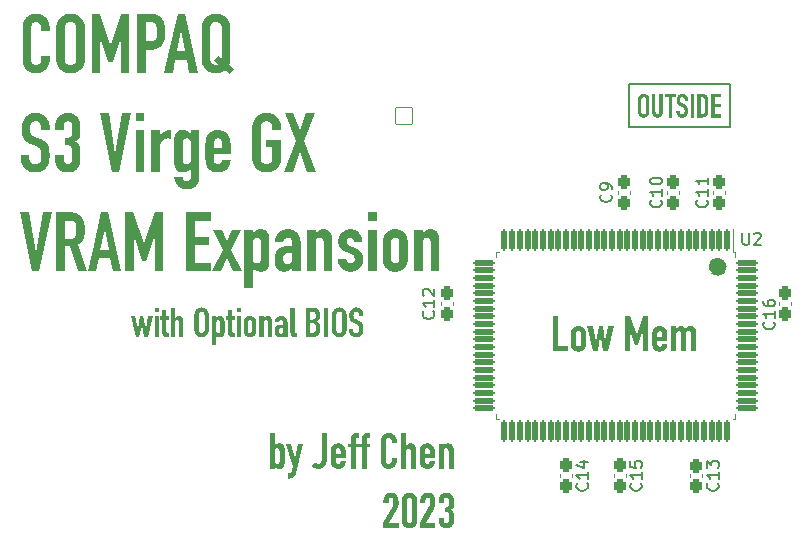
<source format=gbr>
G04 #@! TF.GenerationSoftware,KiCad,Pcbnew,7.0.6-0*
G04 #@! TF.CreationDate,2023-08-16T20:57:49-04:00*
G04 #@! TF.ProjectId,Compaq S3 Virge GX VRAM Addon Board,436f6d70-6171-4205-9333-205669726765,1*
G04 #@! TF.SameCoordinates,Original*
G04 #@! TF.FileFunction,Legend,Top*
G04 #@! TF.FilePolarity,Positive*
%FSLAX46Y46*%
G04 Gerber Fmt 4.6, Leading zero omitted, Abs format (unit mm)*
G04 Created by KiCad (PCBNEW 7.0.6-0) date 2023-08-16 20:57:49*
%MOMM*%
%LPD*%
G01*
G04 APERTURE LIST*
G04 Aperture macros list*
%AMRoundRect*
0 Rectangle with rounded corners*
0 $1 Rounding radius*
0 $2 $3 $4 $5 $6 $7 $8 $9 X,Y pos of 4 corners*
0 Add a 4 corners polygon primitive as box body*
4,1,4,$2,$3,$4,$5,$6,$7,$8,$9,$2,$3,0*
0 Add four circle primitives for the rounded corners*
1,1,$1+$1,$2,$3*
1,1,$1+$1,$4,$5*
1,1,$1+$1,$6,$7*
1,1,$1+$1,$8,$9*
0 Add four rect primitives between the rounded corners*
20,1,$1+$1,$2,$3,$4,$5,0*
20,1,$1+$1,$4,$5,$6,$7,0*
20,1,$1+$1,$6,$7,$8,$9,0*
20,1,$1+$1,$8,$9,$2,$3,0*%
G04 Aperture macros list end*
%ADD10C,0.127000*%
%ADD11C,1.000000*%
%ADD12C,0.200000*%
%ADD13C,0.150000*%
%ADD14C,0.120000*%
%ADD15C,0.010000*%
%ADD16C,0.901600*%
%ADD17RoundRect,0.050800X-0.675000X-0.675000X0.675000X-0.675000X0.675000X0.675000X-0.675000X0.675000X0*%
%ADD18C,1.451600*%
%ADD19RoundRect,0.150800X-0.100000X0.775000X-0.100000X-0.775000X0.100000X-0.775000X0.100000X0.775000X0*%
%ADD20RoundRect,0.150800X-0.775000X0.100000X-0.775000X-0.100000X0.775000X-0.100000X0.775000X0.100000X0*%
%ADD21RoundRect,0.288300X-0.237500X0.300000X-0.237500X-0.300000X0.237500X-0.300000X0.237500X0.300000X0*%
%ADD22RoundRect,0.288300X0.237500X-0.300000X0.237500X0.300000X-0.237500X0.300000X-0.237500X-0.300000X0*%
%ADD23RoundRect,0.050800X-0.711200X0.711200X-0.711200X-0.711200X0.711200X-0.711200X0.711200X0.711200X0*%
%ADD24C,1.524000*%
G04 APERTURE END LIST*
D10*
X159850000Y-88210000D02*
X168370000Y-88210000D01*
X168370000Y-91850000D01*
X159850000Y-91850000D01*
X159850000Y-88210000D01*
D11*
X167600000Y-103700000D02*
G75*
G03*
X167600000Y-103700000I-260000J0D01*
G01*
D12*
G36*
X153406197Y-110855000D02*
G01*
X153406197Y-107853743D01*
X153834843Y-107853743D01*
X153834843Y-110426353D01*
X154672352Y-110426353D01*
X154672352Y-110855000D01*
X153406197Y-110855000D01*
G37*
G36*
X155585936Y-108722028D02*
G01*
X155622094Y-108724231D01*
X155657171Y-108727901D01*
X155691165Y-108733041D01*
X155724078Y-108739648D01*
X155755909Y-108747724D01*
X155786657Y-108757268D01*
X155816324Y-108768280D01*
X155844909Y-108780761D01*
X155872412Y-108794710D01*
X155890147Y-108804825D01*
X155915945Y-108820826D01*
X155940585Y-108837781D01*
X155964065Y-108855688D01*
X155993569Y-108881047D01*
X156021012Y-108908101D01*
X156046394Y-108936849D01*
X156069715Y-108967292D01*
X156090976Y-108999429D01*
X156105569Y-109024644D01*
X156119279Y-109051337D01*
X156131558Y-109079212D01*
X156142406Y-109108267D01*
X156151822Y-109138503D01*
X156159808Y-109169919D01*
X156166363Y-109202516D01*
X156168584Y-109215886D01*
X156173439Y-109250064D01*
X156177471Y-109285280D01*
X156180680Y-109321534D01*
X156182655Y-109351284D01*
X156184103Y-109381698D01*
X156185025Y-109412776D01*
X156185420Y-109444518D01*
X156185436Y-109452557D01*
X156185436Y-110147916D01*
X156185173Y-110179492D01*
X156184383Y-110210473D01*
X156183066Y-110240858D01*
X156181223Y-110270648D01*
X156178178Y-110307049D01*
X156174311Y-110342519D01*
X156169620Y-110377059D01*
X156168584Y-110383855D01*
X156162602Y-110417136D01*
X156155188Y-110449200D01*
X156146344Y-110480047D01*
X156136069Y-110509678D01*
X156124362Y-110538093D01*
X156111225Y-110565291D01*
X156105569Y-110575830D01*
X156085854Y-110609238D01*
X156064078Y-110640951D01*
X156040242Y-110670970D01*
X156014344Y-110699295D01*
X155986386Y-110725925D01*
X155956367Y-110750860D01*
X155932500Y-110768450D01*
X155907475Y-110785087D01*
X155890147Y-110795648D01*
X155863365Y-110810445D01*
X155835501Y-110823787D01*
X155806556Y-110835673D01*
X155776528Y-110846104D01*
X155745419Y-110855079D01*
X155713227Y-110862599D01*
X155679954Y-110868663D01*
X155645599Y-110873272D01*
X155610161Y-110876425D01*
X155573642Y-110878123D01*
X155548695Y-110878447D01*
X155511579Y-110877719D01*
X155475520Y-110875536D01*
X155440516Y-110871897D01*
X155406569Y-110866803D01*
X155373678Y-110860254D01*
X155341843Y-110852249D01*
X155311064Y-110842789D01*
X155281341Y-110831873D01*
X155252674Y-110819502D01*
X155225064Y-110805675D01*
X155207244Y-110795648D01*
X155181576Y-110779647D01*
X155157055Y-110762693D01*
X155133680Y-110744785D01*
X155104296Y-110719426D01*
X155076950Y-110692372D01*
X155051643Y-110663624D01*
X155028373Y-110633182D01*
X155007141Y-110601045D01*
X154992554Y-110575830D01*
X154978844Y-110549118D01*
X154966565Y-110521190D01*
X154955718Y-110492046D01*
X154946301Y-110461685D01*
X154938315Y-110430107D01*
X154931761Y-110397313D01*
X154929540Y-110383855D01*
X154924685Y-110349501D01*
X154920652Y-110314217D01*
X154917443Y-110278003D01*
X154915468Y-110248362D01*
X154914020Y-110218125D01*
X154913783Y-110210198D01*
X155341333Y-110210198D01*
X155342693Y-110246284D01*
X155346771Y-110279436D01*
X155353569Y-110309653D01*
X155365316Y-110342042D01*
X155380978Y-110370207D01*
X155397020Y-110390450D01*
X155419543Y-110410620D01*
X155444797Y-110426617D01*
X155472781Y-110438440D01*
X155503495Y-110446091D01*
X155536940Y-110449569D01*
X155548695Y-110449801D01*
X155583274Y-110447714D01*
X155615019Y-110441454D01*
X155643930Y-110431022D01*
X155670008Y-110416416D01*
X155693252Y-110397637D01*
X155700370Y-110390450D01*
X155719544Y-110365806D01*
X155734751Y-110336938D01*
X155745991Y-110303845D01*
X155752327Y-110273040D01*
X155755909Y-110239301D01*
X155756790Y-110210198D01*
X155756790Y-109389542D01*
X155755413Y-109353475D01*
X155751280Y-109320377D01*
X155744393Y-109290248D01*
X155732492Y-109258014D01*
X155716624Y-109230056D01*
X155700370Y-109210024D01*
X155678071Y-109189605D01*
X155652937Y-109173410D01*
X155624971Y-109161441D01*
X155594170Y-109153695D01*
X155560536Y-109150175D01*
X155548695Y-109149940D01*
X155514340Y-109152053D01*
X155482715Y-109158389D01*
X155453821Y-109168951D01*
X155427658Y-109183737D01*
X155404225Y-109202748D01*
X155397020Y-109210024D01*
X155378095Y-109234419D01*
X155363086Y-109263089D01*
X155351992Y-109296037D01*
X155345738Y-109326759D01*
X155342203Y-109360451D01*
X155341333Y-109389542D01*
X155341333Y-110210198D01*
X154913783Y-110210198D01*
X154913098Y-110187293D01*
X154912703Y-110155866D01*
X154912687Y-110147916D01*
X154912687Y-109452557D01*
X154912950Y-109420649D01*
X154913740Y-109389405D01*
X154915057Y-109358825D01*
X154916900Y-109328909D01*
X154919270Y-109299657D01*
X154922973Y-109264026D01*
X154927499Y-109229433D01*
X154929540Y-109215886D01*
X154935522Y-109182816D01*
X154942935Y-109150928D01*
X154951779Y-109120220D01*
X154962054Y-109090692D01*
X154973761Y-109062345D01*
X154986899Y-109035179D01*
X154992554Y-109024644D01*
X155012258Y-108991236D01*
X155033999Y-108959522D01*
X155057779Y-108929503D01*
X155083596Y-108901179D01*
X155111451Y-108874549D01*
X155141344Y-108849613D01*
X155165101Y-108832023D01*
X155190005Y-108815387D01*
X155207244Y-108804825D01*
X155234150Y-108789897D01*
X155262113Y-108776438D01*
X155291131Y-108764446D01*
X155321206Y-108753923D01*
X155352337Y-108744869D01*
X155384524Y-108737282D01*
X155417767Y-108731164D01*
X155452067Y-108726515D01*
X155487422Y-108723333D01*
X155523834Y-108721620D01*
X155548695Y-108721294D01*
X155585936Y-108722028D01*
G37*
G36*
X158546288Y-108744741D02*
G01*
X158042170Y-110855000D01*
X157664083Y-110855000D01*
X157428877Y-109602034D01*
X157420084Y-109602034D01*
X157184878Y-110855000D01*
X156807523Y-110855000D01*
X156303406Y-108744741D01*
X156756965Y-108744741D01*
X157017083Y-110055593D01*
X157025876Y-110055593D01*
X157264746Y-108744741D01*
X157601068Y-108744741D01*
X157827481Y-110055593D01*
X157836274Y-110055593D01*
X158092729Y-108744741D01*
X158546288Y-108744741D01*
G37*
G36*
X159517153Y-110855000D02*
G01*
X159517153Y-107853743D01*
X159925283Y-107853743D01*
X160475562Y-109443032D01*
X160483622Y-109443032D01*
X161030237Y-107853743D01*
X161446427Y-107853743D01*
X161446427Y-110855000D01*
X161017781Y-110855000D01*
X161017781Y-109029773D01*
X161009721Y-109029773D01*
X160584739Y-110319375D01*
X160370049Y-110319375D01*
X159945799Y-109029773D01*
X159945799Y-110855000D01*
X159517153Y-110855000D01*
G37*
G36*
X162475487Y-108722084D02*
G01*
X162510853Y-108724454D01*
X162545371Y-108728404D01*
X162579042Y-108733934D01*
X162611866Y-108741043D01*
X162643843Y-108749733D01*
X162674973Y-108760003D01*
X162705255Y-108771852D01*
X162734553Y-108784904D01*
X162762728Y-108799146D01*
X162789782Y-108814579D01*
X162815714Y-108831203D01*
X162840523Y-108849018D01*
X162864211Y-108868023D01*
X162886777Y-108888219D01*
X162908221Y-108909605D01*
X162928540Y-108933427D01*
X162947548Y-108958000D01*
X162965245Y-108983322D01*
X162981631Y-109009394D01*
X162996706Y-109036216D01*
X163010471Y-109063787D01*
X163022924Y-109092109D01*
X163034067Y-109121181D01*
X163043899Y-109151002D01*
X163052419Y-109181573D01*
X163059629Y-109212895D01*
X163065528Y-109244966D01*
X163070117Y-109277787D01*
X163073394Y-109311358D01*
X163075360Y-109345679D01*
X163076016Y-109380750D01*
X163076016Y-109964002D01*
X162231912Y-109964002D01*
X162231912Y-110245369D01*
X162233272Y-110274961D01*
X162238493Y-110307590D01*
X162247629Y-110337077D01*
X162260680Y-110363421D01*
X162280856Y-110390183D01*
X162287600Y-110397044D01*
X162314142Y-110417601D01*
X162344400Y-110433108D01*
X162373295Y-110442382D01*
X162404919Y-110447946D01*
X162439274Y-110449801D01*
X162475070Y-110448119D01*
X162506894Y-110443074D01*
X162539841Y-110432581D01*
X162567070Y-110417246D01*
X162588579Y-110397067D01*
X162599742Y-110380924D01*
X162613472Y-110354846D01*
X162626691Y-110324488D01*
X162636894Y-110294199D01*
X162644081Y-110263980D01*
X162647369Y-110242438D01*
X163076016Y-110242438D01*
X163075346Y-110276822D01*
X163073337Y-110310365D01*
X163069988Y-110343066D01*
X163065299Y-110374925D01*
X163059272Y-110405943D01*
X163051904Y-110436119D01*
X163043197Y-110465454D01*
X163033151Y-110493948D01*
X163021765Y-110521599D01*
X163009040Y-110548410D01*
X162994975Y-110574379D01*
X162979570Y-110599506D01*
X162962826Y-110623792D01*
X162944743Y-110647237D01*
X162925320Y-110669840D01*
X162904557Y-110691601D01*
X162882976Y-110712816D01*
X162860364Y-110732863D01*
X162836722Y-110751742D01*
X162812050Y-110769453D01*
X162786347Y-110785997D01*
X162759614Y-110801373D01*
X162731851Y-110815581D01*
X162703057Y-110828621D01*
X162673290Y-110840299D01*
X162642607Y-110850420D01*
X162611008Y-110858984D01*
X162578493Y-110865990D01*
X162545062Y-110871440D01*
X162510715Y-110875333D01*
X162475453Y-110877668D01*
X162439274Y-110878447D01*
X162402159Y-110877719D01*
X162366099Y-110875536D01*
X162331095Y-110871897D01*
X162297148Y-110866803D01*
X162264257Y-110860254D01*
X162232422Y-110852249D01*
X162201643Y-110842789D01*
X162171920Y-110831873D01*
X162143254Y-110819502D01*
X162115643Y-110805675D01*
X162097823Y-110795648D01*
X162072155Y-110779647D01*
X162047634Y-110762693D01*
X162024259Y-110744785D01*
X161994875Y-110719426D01*
X161967530Y-110692372D01*
X161942222Y-110663624D01*
X161918952Y-110633182D01*
X161897720Y-110601045D01*
X161883134Y-110575830D01*
X161869423Y-110549118D01*
X161857145Y-110521190D01*
X161846297Y-110492046D01*
X161836880Y-110461685D01*
X161828894Y-110430107D01*
X161822340Y-110397313D01*
X161820119Y-110383855D01*
X161815264Y-110349501D01*
X161811232Y-110314217D01*
X161808022Y-110278003D01*
X161806047Y-110248362D01*
X161804599Y-110218125D01*
X161803678Y-110187293D01*
X161803283Y-110155866D01*
X161803266Y-110147916D01*
X161803266Y-109635739D01*
X162231912Y-109635739D01*
X162647369Y-109635739D01*
X162647369Y-109393206D01*
X162646488Y-109363588D01*
X162642906Y-109329302D01*
X162636570Y-109298057D01*
X162627479Y-109269854D01*
X162612933Y-109240024D01*
X162594420Y-109214573D01*
X162590949Y-109210757D01*
X162568650Y-109190089D01*
X162543517Y-109173697D01*
X162515550Y-109161581D01*
X162484749Y-109153741D01*
X162451115Y-109150178D01*
X162439274Y-109149940D01*
X162404919Y-109152078D01*
X162373295Y-109158492D01*
X162344400Y-109169183D01*
X162318237Y-109184149D01*
X162294804Y-109203392D01*
X162287600Y-109210757D01*
X162268675Y-109235478D01*
X162253665Y-109264578D01*
X162242571Y-109298057D01*
X162236317Y-109329302D01*
X162232782Y-109363588D01*
X162231912Y-109393206D01*
X162231912Y-109635739D01*
X161803266Y-109635739D01*
X161803266Y-109452557D01*
X161803529Y-109420649D01*
X161804319Y-109389405D01*
X161805636Y-109358825D01*
X161807479Y-109328909D01*
X161809849Y-109299657D01*
X161813552Y-109264026D01*
X161818078Y-109229433D01*
X161820119Y-109215886D01*
X161826101Y-109182816D01*
X161833514Y-109150928D01*
X161842358Y-109120220D01*
X161852634Y-109090692D01*
X161864340Y-109062345D01*
X161877478Y-109035179D01*
X161883134Y-109024644D01*
X161902837Y-108991236D01*
X161924578Y-108959522D01*
X161948358Y-108929503D01*
X161974175Y-108901179D01*
X162002030Y-108874549D01*
X162031923Y-108849613D01*
X162055680Y-108832023D01*
X162080584Y-108815387D01*
X162097823Y-108804825D01*
X162124729Y-108789897D01*
X162152692Y-108776438D01*
X162181710Y-108764446D01*
X162211785Y-108753923D01*
X162242916Y-108744869D01*
X162275103Y-108737282D01*
X162308346Y-108731164D01*
X162342646Y-108726515D01*
X162378001Y-108723333D01*
X162414413Y-108721620D01*
X162439274Y-108721294D01*
X162475487Y-108722084D01*
G37*
G36*
X163403545Y-110855000D02*
G01*
X163403545Y-108744741D01*
X163832191Y-108744741D01*
X163832191Y-108951371D01*
X163840984Y-108951371D01*
X163858066Y-108926836D01*
X163875972Y-108903423D01*
X163899514Y-108875734D01*
X163924343Y-108849799D01*
X163950461Y-108825617D01*
X163977867Y-108803188D01*
X164000719Y-108786507D01*
X164031280Y-108767720D01*
X164064346Y-108752117D01*
X164092602Y-108741928D01*
X164122461Y-108733776D01*
X164153922Y-108727662D01*
X164186987Y-108723587D01*
X164221654Y-108721549D01*
X164239588Y-108721294D01*
X164273134Y-108722347D01*
X164305259Y-108725507D01*
X164335965Y-108730774D01*
X164365251Y-108738147D01*
X164393118Y-108747626D01*
X164425955Y-108762438D01*
X164456573Y-108780542D01*
X164468200Y-108788705D01*
X164495999Y-108809846D01*
X164522153Y-108831595D01*
X164546660Y-108853953D01*
X164569522Y-108876919D01*
X164590739Y-108900493D01*
X164610309Y-108924675D01*
X164617676Y-108934518D01*
X164637712Y-108913097D01*
X164663465Y-108887384D01*
X164690005Y-108862851D01*
X164717332Y-108839499D01*
X164745446Y-108817327D01*
X164774347Y-108796336D01*
X164792066Y-108784309D01*
X164823675Y-108766155D01*
X164851616Y-108753847D01*
X164881916Y-108743509D01*
X164914574Y-108735140D01*
X164949590Y-108728740D01*
X164986965Y-108724309D01*
X165016544Y-108722279D01*
X165047450Y-108721356D01*
X165058046Y-108721294D01*
X165087876Y-108722247D01*
X165118016Y-108725106D01*
X165148464Y-108729872D01*
X165179221Y-108736544D01*
X165210288Y-108745122D01*
X165220712Y-108748405D01*
X165251418Y-108759808D01*
X165280887Y-108773684D01*
X165309120Y-108790033D01*
X165336117Y-108808855D01*
X165361877Y-108830150D01*
X165370189Y-108837798D01*
X165394317Y-108862416D01*
X165416694Y-108889558D01*
X165434003Y-108914105D01*
X165450096Y-108940406D01*
X165464973Y-108968459D01*
X165478632Y-108998265D01*
X165490665Y-109029793D01*
X165500657Y-109063467D01*
X165508611Y-109099287D01*
X165513505Y-109129490D01*
X165517094Y-109161066D01*
X165519378Y-109194016D01*
X165520357Y-109228339D01*
X165520398Y-109237135D01*
X165520398Y-110855000D01*
X165091752Y-110855000D01*
X165091752Y-109398335D01*
X165090446Y-109363373D01*
X165086528Y-109330844D01*
X165079999Y-109300748D01*
X165068716Y-109267844D01*
X165053672Y-109238443D01*
X165038263Y-109216618D01*
X165016607Y-109193958D01*
X164991757Y-109175986D01*
X164963713Y-109162703D01*
X164932475Y-109154108D01*
X164898042Y-109150201D01*
X164885855Y-109149940D01*
X164850338Y-109151765D01*
X164818435Y-109157239D01*
X164790146Y-109166362D01*
X164760968Y-109182127D01*
X164736995Y-109203147D01*
X164720991Y-109224678D01*
X164705801Y-109254801D01*
X164695544Y-109283523D01*
X164687469Y-109315537D01*
X164681576Y-109350842D01*
X164678433Y-109381457D01*
X164676688Y-109414178D01*
X164676295Y-109440101D01*
X164676295Y-110855000D01*
X164247649Y-110855000D01*
X164247649Y-109398335D01*
X164246343Y-109363373D01*
X164242425Y-109330844D01*
X164235896Y-109300748D01*
X164224613Y-109267844D01*
X164209569Y-109238443D01*
X164194159Y-109216618D01*
X164172530Y-109193958D01*
X164147757Y-109175986D01*
X164119842Y-109162703D01*
X164088784Y-109154108D01*
X164054583Y-109150201D01*
X164042485Y-109149940D01*
X164006968Y-109151765D01*
X163975065Y-109157239D01*
X163946775Y-109166362D01*
X163917598Y-109182127D01*
X163893624Y-109203147D01*
X163877621Y-109224678D01*
X163862182Y-109254801D01*
X163851756Y-109283523D01*
X163843549Y-109315537D01*
X163837560Y-109350842D01*
X163834365Y-109381457D01*
X163832591Y-109414178D01*
X163832191Y-109440101D01*
X163832191Y-110855000D01*
X163403545Y-110855000D01*
G37*
D10*
G36*
X161108972Y-89055247D02*
G01*
X161130862Y-89056689D01*
X161152691Y-89059093D01*
X161174460Y-89062459D01*
X161196167Y-89066787D01*
X161217813Y-89072076D01*
X161239398Y-89078328D01*
X161260922Y-89085540D01*
X161282300Y-89093562D01*
X161303206Y-89102485D01*
X161323639Y-89112308D01*
X161343598Y-89123032D01*
X161363084Y-89134656D01*
X161382097Y-89147181D01*
X161400636Y-89160607D01*
X161418702Y-89174933D01*
X161435280Y-89190687D01*
X161451065Y-89207418D01*
X161466055Y-89225125D01*
X161480252Y-89243810D01*
X161493654Y-89263471D01*
X161506263Y-89284110D01*
X161518079Y-89305725D01*
X161529100Y-89328318D01*
X161539061Y-89351834D01*
X161547693Y-89376220D01*
X161553296Y-89395080D01*
X161558152Y-89414430D01*
X161562260Y-89434270D01*
X161565622Y-89454599D01*
X161568237Y-89475417D01*
X161570104Y-89496725D01*
X161571225Y-89518522D01*
X161571598Y-89540809D01*
X161571598Y-90590076D01*
X161571225Y-90613297D01*
X161570104Y-90635883D01*
X161568237Y-90657834D01*
X161565622Y-90679149D01*
X161562260Y-90699828D01*
X161558152Y-90719872D01*
X161553296Y-90739281D01*
X161547693Y-90758054D01*
X161539061Y-90782097D01*
X161529100Y-90805010D01*
X161518079Y-90826877D01*
X161506263Y-90847783D01*
X161493654Y-90867727D01*
X161480252Y-90886709D01*
X161466055Y-90904730D01*
X161451065Y-90921789D01*
X161435280Y-90937886D01*
X161418702Y-90953021D01*
X161400636Y-90967928D01*
X161382097Y-90981872D01*
X161363084Y-90994855D01*
X161343598Y-91006877D01*
X161323639Y-91017936D01*
X161303206Y-91028034D01*
X161282300Y-91037170D01*
X161260922Y-91045345D01*
X161239398Y-91052443D01*
X161217813Y-91058595D01*
X161196167Y-91063801D01*
X161174460Y-91068060D01*
X161152691Y-91071372D01*
X161130862Y-91073738D01*
X161108972Y-91075158D01*
X161087021Y-91075631D01*
X161065062Y-91075158D01*
X161043149Y-91073738D01*
X161021281Y-91071372D01*
X160999460Y-91068060D01*
X160977684Y-91063801D01*
X160955954Y-91058595D01*
X160934270Y-91052443D01*
X160912631Y-91045345D01*
X160891413Y-91037170D01*
X160870744Y-91028034D01*
X160850624Y-91017936D01*
X160831054Y-91006877D01*
X160812034Y-90994855D01*
X160793563Y-90981872D01*
X160775642Y-90967928D01*
X160758270Y-90953021D01*
X160741005Y-90937886D01*
X160724625Y-90921789D01*
X160709131Y-90904730D01*
X160694522Y-90886709D01*
X160680799Y-90867727D01*
X160667961Y-90847783D01*
X160656008Y-90826877D01*
X160644941Y-90805010D01*
X160634981Y-90782097D01*
X160626348Y-90758054D01*
X160620745Y-90739281D01*
X160615890Y-90719872D01*
X160611781Y-90699828D01*
X160608419Y-90679149D01*
X160605805Y-90657834D01*
X160603937Y-90635883D01*
X160602816Y-90613297D01*
X160602443Y-90590076D01*
X160602443Y-90589099D01*
X160888207Y-90589099D01*
X160889131Y-90614020D01*
X160891901Y-90637246D01*
X160896519Y-90658777D01*
X160902984Y-90678614D01*
X160911296Y-90696757D01*
X160924283Y-90717052D01*
X160940156Y-90734700D01*
X160947314Y-90741018D01*
X160966321Y-90755091D01*
X160986402Y-90766778D01*
X161007556Y-90776081D01*
X161029784Y-90782998D01*
X161053085Y-90787529D01*
X161077459Y-90789676D01*
X161087509Y-90789867D01*
X161107209Y-90789104D01*
X161130910Y-90786003D01*
X161153586Y-90780517D01*
X161175237Y-90772646D01*
X161195861Y-90762390D01*
X161215460Y-90749748D01*
X161226728Y-90741018D01*
X161243755Y-90724429D01*
X161257897Y-90705193D01*
X161267133Y-90687897D01*
X161274521Y-90668908D01*
X161280062Y-90648223D01*
X161283756Y-90625844D01*
X161285603Y-90601771D01*
X161285834Y-90589099D01*
X161285834Y-89541786D01*
X161284911Y-89516751D01*
X161282140Y-89493426D01*
X161277522Y-89471810D01*
X161271058Y-89451905D01*
X161262746Y-89433709D01*
X161249758Y-89413368D01*
X161233885Y-89395698D01*
X161226728Y-89389378D01*
X161207744Y-89375306D01*
X161187735Y-89363618D01*
X161166700Y-89354316D01*
X161144639Y-89347399D01*
X161121553Y-89342867D01*
X161097441Y-89340721D01*
X161087509Y-89340530D01*
X161067580Y-89341293D01*
X161043636Y-89344394D01*
X161020764Y-89349880D01*
X160998966Y-89357751D01*
X160978241Y-89368007D01*
X160958589Y-89380649D01*
X160947314Y-89389378D01*
X160930286Y-89405979D01*
X160916144Y-89425252D01*
X160906909Y-89442593D01*
X160899520Y-89461644D01*
X160893979Y-89482404D01*
X160890285Y-89504875D01*
X160888438Y-89529055D01*
X160888207Y-89541786D01*
X160888207Y-90589099D01*
X160602443Y-90589099D01*
X160602443Y-89540809D01*
X160602816Y-89518522D01*
X160603937Y-89496725D01*
X160605805Y-89475417D01*
X160608419Y-89454599D01*
X160611781Y-89434270D01*
X160615890Y-89414430D01*
X160620745Y-89395080D01*
X160626348Y-89376220D01*
X160634981Y-89351834D01*
X160644941Y-89328318D01*
X160656008Y-89305725D01*
X160667961Y-89284110D01*
X160680799Y-89263471D01*
X160694522Y-89243810D01*
X160709131Y-89225125D01*
X160724625Y-89207418D01*
X160741005Y-89190687D01*
X160758270Y-89174933D01*
X160775642Y-89160607D01*
X160793563Y-89147181D01*
X160812034Y-89134656D01*
X160831054Y-89123032D01*
X160850624Y-89112308D01*
X160870744Y-89102485D01*
X160891413Y-89093562D01*
X160912631Y-89085540D01*
X160934270Y-89078328D01*
X160955954Y-89072076D01*
X160977684Y-89066787D01*
X160999460Y-89062459D01*
X161021281Y-89059093D01*
X161043149Y-89056689D01*
X161065062Y-89055247D01*
X161087021Y-89054766D01*
X161108972Y-89055247D01*
G37*
G36*
X162705374Y-89059162D02*
G01*
X162705374Y-90609616D01*
X162704832Y-90633925D01*
X162703206Y-90657762D01*
X162700497Y-90681125D01*
X162696703Y-90704016D01*
X162691826Y-90726432D01*
X162685865Y-90748376D01*
X162678820Y-90769847D01*
X162670691Y-90790844D01*
X162661578Y-90811200D01*
X162651579Y-90830991D01*
X162640695Y-90850218D01*
X162628926Y-90868879D01*
X162616271Y-90886976D01*
X162602731Y-90904508D01*
X162588305Y-90921476D01*
X162572994Y-90937878D01*
X162556813Y-90953678D01*
X162540021Y-90968592D01*
X162522619Y-90982620D01*
X162504606Y-90995764D01*
X162485983Y-91008022D01*
X162466748Y-91019394D01*
X162446904Y-91029881D01*
X162426448Y-91039483D01*
X162405634Y-91047955D01*
X162384469Y-91055298D01*
X162362953Y-91061511D01*
X162341086Y-91066594D01*
X162318867Y-91070548D01*
X162296298Y-91073372D01*
X162273377Y-91075066D01*
X162250105Y-91075631D01*
X162226734Y-91075066D01*
X162203760Y-91073372D01*
X162181183Y-91070548D01*
X162159003Y-91066594D01*
X162137219Y-91061511D01*
X162115833Y-91055298D01*
X162094843Y-91047955D01*
X162074250Y-91039483D01*
X162054253Y-91029881D01*
X162034805Y-91019394D01*
X162015907Y-91008022D01*
X161997558Y-90995764D01*
X161979759Y-90982620D01*
X161962509Y-90968592D01*
X161945809Y-90953678D01*
X161929658Y-90937878D01*
X161914210Y-90921476D01*
X161899617Y-90904508D01*
X161885878Y-90886976D01*
X161872994Y-90868879D01*
X161860965Y-90850218D01*
X161849791Y-90830991D01*
X161839472Y-90811200D01*
X161830007Y-90790844D01*
X161821650Y-90769847D01*
X161814406Y-90748376D01*
X161808277Y-90726432D01*
X161803263Y-90704016D01*
X161799363Y-90681125D01*
X161796577Y-90657762D01*
X161794905Y-90633925D01*
X161794348Y-90609616D01*
X161794348Y-89059162D01*
X162080112Y-89059162D01*
X162080112Y-90582260D01*
X162080868Y-90608013D01*
X162083135Y-90632025D01*
X162086913Y-90654297D01*
X162092202Y-90674829D01*
X162099003Y-90693620D01*
X162109629Y-90714662D01*
X162122616Y-90732985D01*
X162128472Y-90739553D01*
X162144181Y-90754048D01*
X162161082Y-90766086D01*
X162179176Y-90775667D01*
X162198463Y-90782792D01*
X162218942Y-90787459D01*
X162240614Y-90789670D01*
X162249617Y-90789867D01*
X162271906Y-90788639D01*
X162292979Y-90784953D01*
X162312836Y-90778812D01*
X162331476Y-90770213D01*
X162348900Y-90759158D01*
X162365107Y-90745646D01*
X162371250Y-90739553D01*
X162385181Y-90722318D01*
X162396752Y-90702363D01*
X162405961Y-90679690D01*
X162411628Y-90659593D01*
X162415784Y-90637756D01*
X162418429Y-90614179D01*
X162419562Y-90588862D01*
X162419610Y-90582260D01*
X162419610Y-89059162D01*
X162705374Y-89059162D01*
G37*
G36*
X163200698Y-91060000D02*
G01*
X163200698Y-89344926D01*
X162861201Y-89344926D01*
X162861201Y-89059162D01*
X163799093Y-89059162D01*
X163799093Y-89344926D01*
X163486462Y-89344926D01*
X163486462Y-91060000D01*
X163200698Y-91060000D01*
G37*
G36*
X164825402Y-89644368D02*
G01*
X164539638Y-89644368D01*
X164539638Y-89580376D01*
X164538951Y-89556372D01*
X164536890Y-89533207D01*
X164533455Y-89510882D01*
X164528647Y-89489396D01*
X164522464Y-89468750D01*
X164514908Y-89448943D01*
X164505978Y-89429976D01*
X164495674Y-89411849D01*
X164483744Y-89395133D01*
X164469937Y-89380647D01*
X164454252Y-89368389D01*
X164436689Y-89358360D01*
X164417249Y-89350559D01*
X164395931Y-89344987D01*
X164372736Y-89341644D01*
X164347663Y-89340530D01*
X164327518Y-89341320D01*
X164305883Y-89344238D01*
X164286258Y-89349307D01*
X164266292Y-89357734D01*
X164257293Y-89363000D01*
X164240990Y-89374907D01*
X164226274Y-89388157D01*
X164213146Y-89402751D01*
X164201605Y-89418688D01*
X164191714Y-89437586D01*
X164183531Y-89457644D01*
X164177059Y-89478863D01*
X164172798Y-89498381D01*
X164172296Y-89501242D01*
X164169251Y-89521518D01*
X164166953Y-89542168D01*
X164165404Y-89563192D01*
X164164603Y-89584590D01*
X164164481Y-89596985D01*
X164164618Y-89618446D01*
X164165030Y-89638498D01*
X164165858Y-89660114D01*
X164167060Y-89679812D01*
X164168388Y-89695170D01*
X164171789Y-89716495D01*
X164177044Y-89736507D01*
X164184154Y-89755204D01*
X164188905Y-89765024D01*
X164199406Y-89781678D01*
X164212226Y-89797018D01*
X164227364Y-89811044D01*
X164236776Y-89818269D01*
X164253812Y-89829260D01*
X164271023Y-89838877D01*
X164290384Y-89848494D01*
X164308691Y-89856737D01*
X164321773Y-89862233D01*
X164534264Y-89948695D01*
X164556796Y-89958044D01*
X164578228Y-89967776D01*
X164598561Y-89977889D01*
X164617795Y-89988384D01*
X164635930Y-89999260D01*
X164652966Y-90010519D01*
X164668903Y-90022158D01*
X164683741Y-90034180D01*
X164701005Y-90049814D01*
X164717076Y-90066189D01*
X164731955Y-90083302D01*
X164745641Y-90101156D01*
X164758135Y-90119748D01*
X164769436Y-90139080D01*
X164773622Y-90147020D01*
X164782469Y-90168245D01*
X164790385Y-90190401D01*
X164797371Y-90213488D01*
X164802291Y-90232626D01*
X164806615Y-90252360D01*
X164810343Y-90272690D01*
X164813476Y-90293615D01*
X164814166Y-90298939D01*
X164816800Y-90320562D01*
X164819082Y-90342933D01*
X164821013Y-90366052D01*
X164822593Y-90389919D01*
X164823822Y-90414534D01*
X164824699Y-90439897D01*
X164825226Y-90466009D01*
X164825391Y-90486083D01*
X164825402Y-90492868D01*
X164825183Y-90516160D01*
X164824526Y-90539144D01*
X164823431Y-90561819D01*
X164821898Y-90584184D01*
X164819928Y-90606240D01*
X164817519Y-90627987D01*
X164814673Y-90649425D01*
X164811388Y-90670554D01*
X164807666Y-90691374D01*
X164803506Y-90711885D01*
X164800489Y-90725387D01*
X164795547Y-90745258D01*
X164790065Y-90764571D01*
X164784041Y-90783325D01*
X164775168Y-90807463D01*
X164765334Y-90830609D01*
X164754537Y-90852763D01*
X164742779Y-90873924D01*
X164730060Y-90894093D01*
X164719889Y-90908569D01*
X164704669Y-90927582D01*
X164688320Y-90945541D01*
X164670842Y-90962447D01*
X164652233Y-90978300D01*
X164632496Y-90993100D01*
X164611628Y-91006846D01*
X164589631Y-91019539D01*
X164566504Y-91031179D01*
X164548458Y-91039123D01*
X164529673Y-91046286D01*
X164510150Y-91052667D01*
X164489888Y-91058267D01*
X164468888Y-91063085D01*
X164447150Y-91067123D01*
X164424673Y-91070378D01*
X164401457Y-91072853D01*
X164377503Y-91074546D01*
X164352811Y-91075457D01*
X164335939Y-91075631D01*
X164310500Y-91075066D01*
X164285472Y-91073372D01*
X164260857Y-91070548D01*
X164236654Y-91066594D01*
X164212864Y-91061511D01*
X164189485Y-91055298D01*
X164166518Y-91047955D01*
X164143964Y-91039483D01*
X164122127Y-91029897D01*
X164101069Y-91019455D01*
X164080789Y-91008159D01*
X164061288Y-90996008D01*
X164042565Y-90983002D01*
X164024621Y-90969141D01*
X164007455Y-90954426D01*
X163991068Y-90938855D01*
X163975482Y-90922414D01*
X163960721Y-90905333D01*
X163946784Y-90887610D01*
X163933671Y-90869246D01*
X163921383Y-90850241D01*
X163909918Y-90830594D01*
X163899279Y-90810307D01*
X163889463Y-90789378D01*
X163880647Y-90767771D01*
X163873007Y-90745689D01*
X163866542Y-90723135D01*
X163861253Y-90700108D01*
X163857139Y-90676607D01*
X163854201Y-90652633D01*
X163852437Y-90628186D01*
X163851850Y-90603265D01*
X163851850Y-90497264D01*
X164137614Y-90497264D01*
X164137614Y-90586168D01*
X164138723Y-90610223D01*
X164142050Y-90633538D01*
X164147596Y-90656114D01*
X164155360Y-90677950D01*
X164165342Y-90699047D01*
X164177542Y-90719405D01*
X164183043Y-90727341D01*
X164198754Y-90745354D01*
X164217495Y-90760314D01*
X164234668Y-90770083D01*
X164253780Y-90777899D01*
X164274831Y-90783761D01*
X164297820Y-90787669D01*
X164322748Y-90789623D01*
X164335939Y-90789867D01*
X164357592Y-90789354D01*
X164377670Y-90787816D01*
X164399686Y-90784616D01*
X164419436Y-90779939D01*
X164439612Y-90772616D01*
X164447314Y-90768862D01*
X164466212Y-90757260D01*
X164482851Y-90743461D01*
X164497231Y-90727463D01*
X164509351Y-90709267D01*
X164518104Y-90691255D01*
X164525126Y-90671840D01*
X164530419Y-90651023D01*
X164533982Y-90628804D01*
X164535241Y-90615478D01*
X164536735Y-90594698D01*
X164537920Y-90573025D01*
X164538796Y-90550459D01*
X164539363Y-90527001D01*
X164539599Y-90506769D01*
X164539638Y-90494333D01*
X164539506Y-90470600D01*
X164539113Y-90448251D01*
X164538457Y-90427286D01*
X164537539Y-90407703D01*
X164536090Y-90386030D01*
X164534264Y-90366350D01*
X164531399Y-90345272D01*
X164527506Y-90326065D01*
X164521796Y-90306403D01*
X164513768Y-90287204D01*
X164512771Y-90285261D01*
X164501089Y-90268839D01*
X164487475Y-90254195D01*
X164471928Y-90241328D01*
X164462457Y-90234947D01*
X164445543Y-90224994D01*
X164426065Y-90214675D01*
X164406917Y-90205345D01*
X164388943Y-90197125D01*
X164379414Y-90192937D01*
X164180601Y-90109406D01*
X164158651Y-90099755D01*
X164137621Y-90089730D01*
X164117511Y-90079330D01*
X164098321Y-90068557D01*
X164080051Y-90057409D01*
X164062700Y-90045888D01*
X164046269Y-90033993D01*
X164030758Y-90021723D01*
X164009215Y-90002618D01*
X163989742Y-89982671D01*
X163972338Y-89961883D01*
X163957004Y-89940253D01*
X163943739Y-89917782D01*
X163939777Y-89910104D01*
X163928865Y-89886286D01*
X163919026Y-89861361D01*
X163910260Y-89835327D01*
X163902568Y-89808186D01*
X163895949Y-89779938D01*
X163892133Y-89760490D01*
X163888794Y-89740550D01*
X163885932Y-89720117D01*
X163883546Y-89699192D01*
X163881638Y-89677775D01*
X163880207Y-89655866D01*
X163879253Y-89633464D01*
X163878776Y-89610570D01*
X163878716Y-89598939D01*
X163878978Y-89578150D01*
X163879764Y-89557551D01*
X163881073Y-89537141D01*
X163882907Y-89516919D01*
X163885264Y-89496886D01*
X163888145Y-89477043D01*
X163891549Y-89457388D01*
X163895478Y-89437922D01*
X163899930Y-89418645D01*
X163904906Y-89399556D01*
X163908514Y-89386936D01*
X163914459Y-89368313D01*
X163923213Y-89344244D01*
X163932914Y-89321044D01*
X163943562Y-89298715D01*
X163955156Y-89277256D01*
X163967696Y-89256667D01*
X163981183Y-89236948D01*
X163995616Y-89218100D01*
X163999372Y-89213524D01*
X164014271Y-89195908D01*
X164030147Y-89179207D01*
X164047000Y-89163423D01*
X164064829Y-89148555D01*
X164083636Y-89134603D01*
X164103420Y-89121566D01*
X164124180Y-89109446D01*
X164145918Y-89098241D01*
X164168801Y-89088051D01*
X164192752Y-89079221D01*
X164217771Y-89071748D01*
X164237237Y-89067036D01*
X164257304Y-89063087D01*
X164277972Y-89059903D01*
X164299242Y-89057483D01*
X164321112Y-89055827D01*
X164343583Y-89054936D01*
X164358898Y-89054766D01*
X164384635Y-89055376D01*
X164409822Y-89057208D01*
X164434460Y-89060261D01*
X164458549Y-89064535D01*
X164482088Y-89070031D01*
X164505077Y-89076748D01*
X164527517Y-89084685D01*
X164549407Y-89093845D01*
X164570656Y-89104011D01*
X164591173Y-89114972D01*
X164610956Y-89126726D01*
X164630007Y-89139274D01*
X164648326Y-89152616D01*
X164665911Y-89166751D01*
X164682764Y-89181680D01*
X164698884Y-89197404D01*
X164714204Y-89214289D01*
X164728536Y-89231483D01*
X164741880Y-89248986D01*
X164754235Y-89266799D01*
X164765602Y-89284921D01*
X164775981Y-89303352D01*
X164785371Y-89322091D01*
X164793772Y-89341140D01*
X164801185Y-89360499D01*
X164807610Y-89380166D01*
X164813046Y-89400142D01*
X164817494Y-89420428D01*
X164820954Y-89441022D01*
X164823425Y-89461926D01*
X164824907Y-89483139D01*
X164825402Y-89504661D01*
X164825402Y-89644368D01*
G37*
G36*
X165080880Y-91060000D02*
G01*
X165080880Y-89059162D01*
X165366644Y-89059162D01*
X165366644Y-91060000D01*
X165080880Y-91060000D01*
G37*
G36*
X166067165Y-89059689D02*
G01*
X166096083Y-89061269D01*
X166124089Y-89063902D01*
X166151182Y-89067588D01*
X166177364Y-89072328D01*
X166202634Y-89078121D01*
X166226991Y-89084968D01*
X166250437Y-89092868D01*
X166272970Y-89101821D01*
X166294591Y-89111827D01*
X166315300Y-89122887D01*
X166335097Y-89135000D01*
X166353982Y-89148166D01*
X166371955Y-89162385D01*
X166389016Y-89177658D01*
X166405164Y-89193984D01*
X166420426Y-89211276D01*
X166434703Y-89229445D01*
X166447995Y-89248492D01*
X166460302Y-89268417D01*
X166471625Y-89289220D01*
X166481964Y-89310900D01*
X166491317Y-89333458D01*
X166499686Y-89356894D01*
X166507071Y-89381208D01*
X166513471Y-89406399D01*
X166518886Y-89432468D01*
X166523317Y-89459415D01*
X166526763Y-89487240D01*
X166529225Y-89515942D01*
X166530701Y-89545522D01*
X166531194Y-89575980D01*
X166531194Y-90511919D01*
X166530671Y-90546511D01*
X166529102Y-90579948D01*
X166526488Y-90612228D01*
X166522828Y-90643352D01*
X166518123Y-90673319D01*
X166512372Y-90702130D01*
X166505575Y-90729785D01*
X166497732Y-90756284D01*
X166488844Y-90781626D01*
X166478910Y-90805811D01*
X166467931Y-90828841D01*
X166455906Y-90850714D01*
X166442835Y-90871431D01*
X166428719Y-90890991D01*
X166413556Y-90909395D01*
X166397349Y-90926643D01*
X166380158Y-90942792D01*
X166362048Y-90957898D01*
X166343018Y-90971963D01*
X166323068Y-90984986D01*
X166302199Y-90996968D01*
X166280410Y-91007907D01*
X166257701Y-91017805D01*
X166234072Y-91026660D01*
X166209524Y-91034474D01*
X166184056Y-91041246D01*
X166157668Y-91046976D01*
X166130361Y-91051665D01*
X166102133Y-91055311D01*
X166072986Y-91057916D01*
X166042920Y-91059479D01*
X166011933Y-91060000D01*
X165620168Y-91060000D01*
X165620168Y-89344926D01*
X165905932Y-89344926D01*
X165905932Y-90774235D01*
X166032450Y-90774235D01*
X166053652Y-90773716D01*
X166073660Y-90772157D01*
X166098481Y-90768463D01*
X166121181Y-90762922D01*
X166141758Y-90755534D01*
X166160214Y-90746298D01*
X166176547Y-90735216D01*
X166193981Y-90718765D01*
X166197069Y-90715129D01*
X166211001Y-90695012D01*
X166220447Y-90676549D01*
X166228381Y-90655979D01*
X166234804Y-90633302D01*
X166239715Y-90608519D01*
X166242407Y-90588550D01*
X166244249Y-90567395D01*
X166245241Y-90545055D01*
X166245430Y-90529504D01*
X166245430Y-89586727D01*
X166245026Y-89565571D01*
X166243815Y-89545333D01*
X166240945Y-89519779D01*
X166236641Y-89495859D01*
X166230901Y-89473572D01*
X166223726Y-89452918D01*
X166215117Y-89433897D01*
X166205072Y-89416510D01*
X166199512Y-89408429D01*
X166183326Y-89390135D01*
X166167733Y-89377732D01*
X166149788Y-89367314D01*
X166129493Y-89358880D01*
X166106848Y-89352430D01*
X166081851Y-89347965D01*
X166061561Y-89345918D01*
X166039948Y-89344988D01*
X166032450Y-89344926D01*
X165905932Y-89344926D01*
X165620168Y-89344926D01*
X165620168Y-89059162D01*
X166037335Y-89059162D01*
X166067165Y-89059689D01*
G37*
G36*
X166812073Y-91060000D02*
G01*
X166812073Y-89059162D01*
X167656176Y-89059162D01*
X167656176Y-89344926D01*
X167097837Y-89344926D01*
X167097837Y-89898869D01*
X167593650Y-89898869D01*
X167593650Y-90184633D01*
X167097837Y-90184633D01*
X167097837Y-90774235D01*
X167656176Y-90774235D01*
X167656176Y-91060000D01*
X166812073Y-91060000D01*
G37*
G36*
X110780195Y-85848506D02*
G01*
X110780195Y-86156252D01*
X110778840Y-86213573D01*
X110774776Y-86270130D01*
X110768002Y-86325925D01*
X110758518Y-86380956D01*
X110746325Y-86435223D01*
X110731423Y-86488728D01*
X110713810Y-86541469D01*
X110693489Y-86593447D01*
X110671087Y-86644337D01*
X110646625Y-86693815D01*
X110620101Y-86741882D01*
X110591517Y-86788536D01*
X110560872Y-86833778D01*
X110528167Y-86877608D01*
X110493400Y-86920026D01*
X110456573Y-86961032D01*
X110417609Y-86999997D01*
X110377042Y-87036900D01*
X110334871Y-87071743D01*
X110291099Y-87104525D01*
X110245723Y-87135246D01*
X110198744Y-87163907D01*
X110150163Y-87190506D01*
X110099979Y-87215045D01*
X110048802Y-87237084D01*
X109996633Y-87256185D01*
X109943472Y-87272347D01*
X109889319Y-87285570D01*
X109834174Y-87295855D01*
X109778036Y-87303201D01*
X109720906Y-87307609D01*
X109662784Y-87309078D01*
X109612332Y-87308220D01*
X109561728Y-87305644D01*
X109510972Y-87301350D01*
X109460062Y-87295340D01*
X109409000Y-87287612D01*
X109357786Y-87278166D01*
X109306418Y-87267004D01*
X109254898Y-87254124D01*
X109203932Y-87238782D01*
X109154224Y-87220846D01*
X109105777Y-87200314D01*
X109058588Y-87177187D01*
X109012659Y-87151465D01*
X108967989Y-87123148D01*
X108924579Y-87092237D01*
X108882428Y-87058729D01*
X108841823Y-87022398D01*
X108803049Y-86983625D01*
X108766107Y-86942409D01*
X108730997Y-86898750D01*
X108697719Y-86852650D01*
X108666273Y-86804106D01*
X108636659Y-86753121D01*
X108608876Y-86699692D01*
X108583975Y-86642811D01*
X108562394Y-86582074D01*
X108548387Y-86533993D01*
X108536247Y-86483743D01*
X108525975Y-86431325D01*
X108517571Y-86376739D01*
X108511035Y-86319984D01*
X108506366Y-86261062D01*
X108503564Y-86199971D01*
X108502630Y-86136713D01*
X108502630Y-83401193D01*
X108503909Y-83340685D01*
X108507744Y-83281285D01*
X108514136Y-83222991D01*
X108523086Y-83165804D01*
X108534592Y-83109723D01*
X108548655Y-83054750D01*
X108565275Y-83000883D01*
X108584452Y-82948122D01*
X108606281Y-82896507D01*
X108630247Y-82846685D01*
X108656351Y-82798657D01*
X108684591Y-82752423D01*
X108714969Y-82707982D01*
X108747484Y-82665335D01*
X108782136Y-82624481D01*
X108818925Y-82585422D01*
X108858271Y-82548003D01*
X108899372Y-82512683D01*
X108942229Y-82479462D01*
X108986842Y-82448340D01*
X109033210Y-82419317D01*
X109081333Y-82392394D01*
X109131212Y-82367569D01*
X109182847Y-82344842D01*
X109236065Y-82324234D01*
X109290695Y-82306374D01*
X109346737Y-82291262D01*
X109404192Y-82278897D01*
X109463058Y-82269280D01*
X109523336Y-82262411D01*
X109585027Y-82258289D01*
X109648129Y-82256915D01*
X109709533Y-82258198D01*
X109769487Y-82262048D01*
X109827991Y-82268464D01*
X109885045Y-82277447D01*
X109940648Y-82288996D01*
X109994801Y-82303111D01*
X110047505Y-82319793D01*
X110098757Y-82339042D01*
X110148560Y-82360857D01*
X110196912Y-82385238D01*
X110243815Y-82412186D01*
X110289267Y-82441700D01*
X110333269Y-82473781D01*
X110375820Y-82508428D01*
X110416922Y-82545642D01*
X110456573Y-82585422D01*
X110493400Y-82626638D01*
X110528167Y-82669685D01*
X110560872Y-82714565D01*
X110591517Y-82761277D01*
X110620101Y-82809820D01*
X110646625Y-82860195D01*
X110671087Y-82912402D01*
X110693489Y-82966441D01*
X110713810Y-83021739D01*
X110731423Y-83078334D01*
X110746325Y-83136227D01*
X110758518Y-83195418D01*
X110768002Y-83255906D01*
X110774776Y-83317692D01*
X110778840Y-83380776D01*
X110780195Y-83445157D01*
X110780195Y-83723593D01*
X110065785Y-83723593D01*
X110065785Y-83486678D01*
X110063991Y-83435349D01*
X110058610Y-83385775D01*
X110046839Y-83326277D01*
X110029463Y-83269521D01*
X110006482Y-83215509D01*
X109977895Y-83164239D01*
X109950990Y-83125198D01*
X109913501Y-83080870D01*
X109872017Y-83044054D01*
X109826537Y-83014752D01*
X109777063Y-82992964D01*
X109723593Y-82978688D01*
X109666128Y-82971926D01*
X109642023Y-82971325D01*
X109580600Y-82973882D01*
X109524558Y-82981553D01*
X109473896Y-82994338D01*
X109418137Y-83017510D01*
X109370785Y-83048672D01*
X109331841Y-83087825D01*
X109301304Y-83134968D01*
X109277029Y-83188253D01*
X109256868Y-83245831D01*
X109243702Y-83294985D01*
X109233169Y-83346887D01*
X109225270Y-83401536D01*
X109220003Y-83458933D01*
X109217370Y-83519078D01*
X109217041Y-83550181D01*
X109217041Y-86085422D01*
X109218453Y-86138373D01*
X109222689Y-86189149D01*
X109229749Y-86237749D01*
X109242545Y-86295441D01*
X109259755Y-86349733D01*
X109281376Y-86400627D01*
X109307411Y-86448122D01*
X109339551Y-86490340D01*
X109378728Y-86525402D01*
X109424940Y-86553309D01*
X109478190Y-86574060D01*
X109525855Y-86585509D01*
X109578024Y-86592378D01*
X109634696Y-86594668D01*
X109686445Y-86591233D01*
X109736295Y-86582050D01*
X109778799Y-86570244D01*
X109826574Y-86551878D01*
X109872203Y-86527310D01*
X109915685Y-86496542D01*
X109924124Y-86489644D01*
X109960259Y-86451123D01*
X109989314Y-86409317D01*
X110015085Y-86360748D01*
X110025484Y-86336992D01*
X110043116Y-86285090D01*
X110054411Y-86234667D01*
X110061849Y-86179570D01*
X110065155Y-86128622D01*
X110065785Y-86092749D01*
X110065785Y-85848506D01*
X110780195Y-85848506D01*
G37*
G36*
X112616825Y-82258117D02*
G01*
X112671550Y-82261724D01*
X112726123Y-82267734D01*
X112780544Y-82276149D01*
X112834812Y-82286968D01*
X112888927Y-82300192D01*
X112942889Y-82315820D01*
X112996699Y-82333852D01*
X113050146Y-82353906D01*
X113102410Y-82376212D01*
X113153491Y-82400770D01*
X113203389Y-82427580D01*
X113252104Y-82456641D01*
X113299636Y-82487954D01*
X113345985Y-82521518D01*
X113391151Y-82557334D01*
X113432596Y-82596718D01*
X113472056Y-82638545D01*
X113509532Y-82682814D01*
X113545024Y-82729525D01*
X113578531Y-82778679D01*
X113610054Y-82830275D01*
X113639592Y-82884314D01*
X113667145Y-82940795D01*
X113692047Y-82999585D01*
X113713628Y-83060550D01*
X113727635Y-83107702D01*
X113739774Y-83156077D01*
X113750046Y-83205676D01*
X113758450Y-83256498D01*
X113764987Y-83308544D01*
X113769656Y-83361813D01*
X113772457Y-83416307D01*
X113773391Y-83472023D01*
X113773391Y-86095191D01*
X113772457Y-86153244D01*
X113769656Y-86209709D01*
X113764987Y-86264585D01*
X113758450Y-86317872D01*
X113750046Y-86369571D01*
X113739774Y-86419681D01*
X113727635Y-86468203D01*
X113713628Y-86515136D01*
X113692047Y-86575243D01*
X113667145Y-86632526D01*
X113639592Y-86687194D01*
X113610054Y-86739458D01*
X113578531Y-86789318D01*
X113545024Y-86836774D01*
X113509532Y-86881825D01*
X113472056Y-86924472D01*
X113432596Y-86964715D01*
X113391151Y-87002554D01*
X113345985Y-87039820D01*
X113299636Y-87074682D01*
X113252104Y-87107139D01*
X113203389Y-87137192D01*
X113153491Y-87164842D01*
X113102410Y-87190086D01*
X113050146Y-87212927D01*
X112996699Y-87233363D01*
X112942889Y-87251109D01*
X112888927Y-87266489D01*
X112834812Y-87279502D01*
X112780544Y-87290150D01*
X112726123Y-87298431D01*
X112671550Y-87304346D01*
X112616825Y-87307895D01*
X112561946Y-87309078D01*
X112507049Y-87307895D01*
X112452266Y-87304346D01*
X112397598Y-87298431D01*
X112343044Y-87290150D01*
X112288604Y-87279502D01*
X112234279Y-87266489D01*
X112180069Y-87251109D01*
X112125973Y-87233363D01*
X112072926Y-87212927D01*
X112021254Y-87190086D01*
X111970955Y-87164842D01*
X111922030Y-87137192D01*
X111874479Y-87107139D01*
X111828302Y-87074682D01*
X111783499Y-87039820D01*
X111740069Y-87002554D01*
X111696907Y-86964715D01*
X111655958Y-86924472D01*
X111617223Y-86881825D01*
X111580701Y-86836774D01*
X111546392Y-86789318D01*
X111514297Y-86739458D01*
X111484416Y-86687194D01*
X111456748Y-86632526D01*
X111431846Y-86575243D01*
X111410265Y-86515136D01*
X111396258Y-86468203D01*
X111384119Y-86419681D01*
X111373847Y-86369571D01*
X111365443Y-86317872D01*
X111358906Y-86264585D01*
X111354237Y-86209709D01*
X111351436Y-86153244D01*
X111350502Y-86095191D01*
X111350502Y-86092749D01*
X112064912Y-86092749D01*
X112067221Y-86155050D01*
X112074148Y-86213115D01*
X112085692Y-86266944D01*
X112101854Y-86316536D01*
X112122634Y-86361893D01*
X112155102Y-86412632D01*
X112194786Y-86456752D01*
X112212679Y-86472547D01*
X112260198Y-86507728D01*
X112310400Y-86536947D01*
X112363286Y-86560202D01*
X112418855Y-86577495D01*
X112477107Y-86588824D01*
X112538042Y-86594191D01*
X112563168Y-86594668D01*
X112612417Y-86592760D01*
X112671671Y-86585008D01*
X112728361Y-86571293D01*
X112782487Y-86551615D01*
X112834048Y-86525975D01*
X112883046Y-86494371D01*
X112911214Y-86472547D01*
X112953783Y-86431074D01*
X112989138Y-86382983D01*
X113012226Y-86339744D01*
X113030697Y-86292270D01*
X113044550Y-86240559D01*
X113053786Y-86184612D01*
X113058403Y-86124429D01*
X113058981Y-86092749D01*
X113058981Y-83474466D01*
X113056672Y-83411878D01*
X113049745Y-83353565D01*
X113038201Y-83299527D01*
X113022039Y-83249762D01*
X113001259Y-83204272D01*
X112968791Y-83153420D01*
X112929107Y-83109246D01*
X112911214Y-83093447D01*
X112863755Y-83058265D01*
X112813731Y-83029047D01*
X112761144Y-83005791D01*
X112705992Y-82988499D01*
X112648277Y-82977169D01*
X112587997Y-82971802D01*
X112563168Y-82971325D01*
X112513346Y-82973234D01*
X112453484Y-82980985D01*
X112396305Y-82994700D01*
X112341809Y-83014378D01*
X112289997Y-83040019D01*
X112240868Y-83071622D01*
X112212679Y-83093447D01*
X112170110Y-83134949D01*
X112134755Y-83183130D01*
X112111667Y-83226483D01*
X112093196Y-83274110D01*
X112079343Y-83326012D01*
X112070107Y-83382188D01*
X112065489Y-83442638D01*
X112064912Y-83474466D01*
X112064912Y-86092749D01*
X111350502Y-86092749D01*
X111350502Y-83472023D01*
X111351436Y-83416307D01*
X111354237Y-83361813D01*
X111358906Y-83308544D01*
X111365443Y-83256498D01*
X111373847Y-83205676D01*
X111384119Y-83156077D01*
X111396258Y-83107702D01*
X111410265Y-83060550D01*
X111431846Y-82999585D01*
X111456748Y-82940795D01*
X111484416Y-82884314D01*
X111514297Y-82830275D01*
X111546392Y-82778679D01*
X111580701Y-82729525D01*
X111617223Y-82682814D01*
X111655958Y-82638545D01*
X111696907Y-82596718D01*
X111740069Y-82557334D01*
X111783499Y-82521518D01*
X111828302Y-82487954D01*
X111874479Y-82456641D01*
X111922030Y-82427580D01*
X111970955Y-82400770D01*
X112021254Y-82376212D01*
X112072926Y-82353906D01*
X112125973Y-82333852D01*
X112180069Y-82315820D01*
X112234279Y-82300192D01*
X112288604Y-82286968D01*
X112343044Y-82276149D01*
X112397598Y-82267734D01*
X112452266Y-82261724D01*
X112507049Y-82258117D01*
X112561946Y-82256915D01*
X112616825Y-82258117D01*
G37*
G36*
X114330265Y-87270000D02*
G01*
X114330265Y-82267906D01*
X115010481Y-82267906D01*
X115927613Y-84916720D01*
X115941046Y-84916720D01*
X116852072Y-82267906D01*
X117545722Y-82267906D01*
X117545722Y-87270000D01*
X116831311Y-87270000D01*
X116831311Y-84227955D01*
X116817878Y-84227955D01*
X116109574Y-86377292D01*
X115751758Y-86377292D01*
X115044675Y-84227955D01*
X115044675Y-87270000D01*
X114330265Y-87270000D01*
G37*
G36*
X119358286Y-82268593D02*
G01*
X119412257Y-82270654D01*
X119464961Y-82274088D01*
X119516399Y-82278897D01*
X119566570Y-82285079D01*
X119615475Y-82292636D01*
X119678711Y-82304848D01*
X119739695Y-82319502D01*
X119798428Y-82336599D01*
X119826950Y-82346064D01*
X119883069Y-82367187D01*
X119937851Y-82392088D01*
X119991299Y-82420768D01*
X120043410Y-82453225D01*
X120094186Y-82489461D01*
X120143626Y-82529475D01*
X120191730Y-82573267D01*
X120226932Y-82608590D01*
X120238499Y-82620837D01*
X120272066Y-82658303D01*
X120303615Y-82696972D01*
X120333146Y-82736843D01*
X120360659Y-82777916D01*
X120386154Y-82820191D01*
X120409631Y-82863668D01*
X120431091Y-82908347D01*
X120450532Y-82954228D01*
X120467956Y-83001312D01*
X120483362Y-83049598D01*
X120492512Y-83082456D01*
X120505170Y-83133557D01*
X120516583Y-83187943D01*
X120526751Y-83245613D01*
X120535674Y-83306568D01*
X120543352Y-83370807D01*
X120549785Y-83438330D01*
X120554973Y-83509138D01*
X120557739Y-83558168D01*
X120559953Y-83608657D01*
X120561613Y-83660607D01*
X120562720Y-83714016D01*
X120563273Y-83768884D01*
X120563342Y-83796866D01*
X120562999Y-83859370D01*
X120561968Y-83920028D01*
X120560251Y-83978839D01*
X120557847Y-84035804D01*
X120554755Y-84090924D01*
X120550977Y-84144197D01*
X120546512Y-84195624D01*
X120541360Y-84245204D01*
X120533422Y-84308440D01*
X120524263Y-84368394D01*
X120513101Y-84425963D01*
X120499152Y-84482654D01*
X120482418Y-84538468D01*
X120462897Y-84593403D01*
X120440591Y-84647461D01*
X120415499Y-84700641D01*
X120387621Y-84752943D01*
X120356957Y-84804368D01*
X120328142Y-84849884D01*
X120297566Y-84893469D01*
X120265230Y-84935121D01*
X120231134Y-84974842D01*
X120195277Y-85012630D01*
X120157660Y-85048487D01*
X120118283Y-85082411D01*
X120077146Y-85114404D01*
X120034249Y-85144464D01*
X119989591Y-85172593D01*
X119958841Y-85190272D01*
X119910745Y-85214715D01*
X119859880Y-85236754D01*
X119806245Y-85256389D01*
X119749842Y-85273620D01*
X119690669Y-85288446D01*
X119628727Y-85300868D01*
X119564016Y-85310886D01*
X119496535Y-85318499D01*
X119426286Y-85323708D01*
X119353267Y-85326513D01*
X119303049Y-85327048D01*
X118933021Y-85327048D01*
X118933021Y-87270000D01*
X118218611Y-87270000D01*
X118218611Y-82982316D01*
X118933021Y-82982316D01*
X118933021Y-84612637D01*
X119278625Y-84612637D01*
X119331442Y-84611702D01*
X119381207Y-84608897D01*
X119439119Y-84602761D01*
X119492261Y-84593704D01*
X119540632Y-84581724D01*
X119592381Y-84563492D01*
X119615680Y-84552798D01*
X119658370Y-84528269D01*
X119702640Y-84495527D01*
X119740950Y-84458345D01*
X119773299Y-84416721D01*
X119792756Y-84384270D01*
X119814645Y-84337704D01*
X119831157Y-84286697D01*
X119842294Y-84231249D01*
X119847560Y-84180187D01*
X119848932Y-84135143D01*
X119848932Y-84078156D01*
X119848932Y-84028961D01*
X119848932Y-83978217D01*
X119848932Y-83925921D01*
X119848932Y-83872076D01*
X119848932Y-83816680D01*
X119848932Y-83805415D01*
X119848932Y-83752815D01*
X119848932Y-83701111D01*
X119848932Y-83650300D01*
X119848932Y-83600384D01*
X119848932Y-83551363D01*
X119848932Y-83493718D01*
X119848932Y-83484235D01*
X119846957Y-83428737D01*
X119841032Y-83375814D01*
X119831157Y-83325468D01*
X119817333Y-83277698D01*
X119796212Y-83225221D01*
X119792756Y-83218011D01*
X119765491Y-83170835D01*
X119732850Y-83128686D01*
X119694832Y-83091561D01*
X119651439Y-83059463D01*
X119624228Y-83043377D01*
X119579120Y-83022626D01*
X119527142Y-83006168D01*
X119478580Y-82995733D01*
X119425247Y-82988279D01*
X119367144Y-82983807D01*
X119317227Y-82982376D01*
X119304270Y-82982316D01*
X118933021Y-82982316D01*
X118218611Y-82982316D01*
X118218611Y-82267906D01*
X119303049Y-82267906D01*
X119358286Y-82268593D01*
G37*
G36*
X123329392Y-87270000D02*
G01*
X122616203Y-87270000D01*
X122406154Y-86175792D01*
X121432847Y-86175792D01*
X121222798Y-87270000D01*
X120508387Y-87270000D01*
X120911088Y-85461381D01*
X121558632Y-85461381D01*
X122273042Y-85461381D01*
X121922554Y-83682072D01*
X121909120Y-83682072D01*
X121558632Y-85461381D01*
X120911088Y-85461381D01*
X121622135Y-82267906D01*
X122216866Y-82267906D01*
X123329392Y-87270000D01*
G37*
G36*
X124921779Y-82258117D02*
G01*
X124976505Y-82261724D01*
X125031078Y-82267734D01*
X125085498Y-82276149D01*
X125139766Y-82286968D01*
X125193881Y-82300192D01*
X125247844Y-82315820D01*
X125301653Y-82333852D01*
X125355101Y-82353906D01*
X125407365Y-82376212D01*
X125458446Y-82400770D01*
X125508344Y-82427580D01*
X125557059Y-82456641D01*
X125604591Y-82487954D01*
X125650940Y-82521518D01*
X125696106Y-82557334D01*
X125737551Y-82596718D01*
X125777011Y-82638545D01*
X125814487Y-82682814D01*
X125849979Y-82729525D01*
X125883486Y-82778679D01*
X125915008Y-82830275D01*
X125944546Y-82884314D01*
X125972100Y-82940795D01*
X125997001Y-82999299D01*
X126018582Y-83060016D01*
X126032589Y-83107007D01*
X126044729Y-83155242D01*
X126055001Y-83204723D01*
X126063405Y-83255449D01*
X126069941Y-83307419D01*
X126074610Y-83360635D01*
X126077412Y-83415096D01*
X126078346Y-83470802D01*
X126078346Y-86092749D01*
X126077423Y-86147027D01*
X126074653Y-86199953D01*
X126070038Y-86251527D01*
X126063577Y-86301748D01*
X126055269Y-86350617D01*
X126041320Y-86413672D01*
X126024090Y-86474322D01*
X126003577Y-86532569D01*
X125979783Y-86588410D01*
X125973321Y-86601995D01*
X126414180Y-86958590D01*
X126050258Y-87393342D01*
X125630160Y-87050181D01*
X125588982Y-87081532D01*
X125546965Y-87110860D01*
X125504108Y-87138166D01*
X125460411Y-87163449D01*
X125415875Y-87186709D01*
X125370499Y-87207947D01*
X125324284Y-87227162D01*
X125277229Y-87244354D01*
X125229335Y-87259524D01*
X125180601Y-87272671D01*
X125131027Y-87283795D01*
X125080614Y-87292897D01*
X125029361Y-87299976D01*
X124977268Y-87305033D01*
X124924336Y-87308067D01*
X124870565Y-87309078D01*
X124815381Y-87307895D01*
X124760350Y-87304346D01*
X124705472Y-87298431D01*
X124650746Y-87290150D01*
X124596173Y-87279502D01*
X124541753Y-87266489D01*
X124487485Y-87251109D01*
X124433370Y-87233363D01*
X124380037Y-87212927D01*
X124328117Y-87190086D01*
X124277608Y-87164842D01*
X124228511Y-87137192D01*
X124180827Y-87107139D01*
X124134554Y-87074682D01*
X124089694Y-87039820D01*
X124046245Y-87002554D01*
X124003064Y-86964715D01*
X123962058Y-86924472D01*
X123923227Y-86881825D01*
X123886571Y-86836774D01*
X123852091Y-86789318D01*
X123819786Y-86739458D01*
X123789657Y-86687194D01*
X123761702Y-86632526D01*
X123736801Y-86575243D01*
X123715220Y-86515136D01*
X123701213Y-86468203D01*
X123689073Y-86419681D01*
X123678802Y-86369571D01*
X123670397Y-86317872D01*
X123663861Y-86264585D01*
X123659192Y-86209709D01*
X123656390Y-86153244D01*
X123655457Y-86095191D01*
X123655457Y-86092749D01*
X124369867Y-86092749D01*
X124372176Y-86155050D01*
X124379102Y-86213115D01*
X124390647Y-86266944D01*
X124406809Y-86316536D01*
X124427588Y-86361893D01*
X124460057Y-86412632D01*
X124499740Y-86456752D01*
X124517634Y-86472547D01*
X124565123Y-86507728D01*
X124615236Y-86536947D01*
X124667972Y-86560202D01*
X124723332Y-86577495D01*
X124781316Y-86588824D01*
X124841923Y-86594191D01*
X124866901Y-86594668D01*
X124920439Y-86592446D01*
X124971768Y-86584766D01*
X125022029Y-86568308D01*
X125025659Y-86566580D01*
X124693489Y-86308904D01*
X125068401Y-85876594D01*
X125363935Y-86107404D01*
X125363935Y-86092749D01*
X125363935Y-83474466D01*
X125361626Y-83411878D01*
X125354700Y-83353565D01*
X125343156Y-83299527D01*
X125326994Y-83249762D01*
X125306214Y-83204272D01*
X125273746Y-83153420D01*
X125234062Y-83109246D01*
X125216168Y-83093447D01*
X125168709Y-83058265D01*
X125118686Y-83029047D01*
X125066099Y-83005791D01*
X125010947Y-82988499D01*
X124953232Y-82977169D01*
X124892952Y-82971802D01*
X124868122Y-82971325D01*
X124818301Y-82973234D01*
X124758438Y-82980985D01*
X124701260Y-82994700D01*
X124646764Y-83014378D01*
X124594952Y-83040019D01*
X124545823Y-83071622D01*
X124517634Y-83093447D01*
X124475064Y-83134949D01*
X124439710Y-83183130D01*
X124416621Y-83226483D01*
X124398150Y-83274110D01*
X124384297Y-83326012D01*
X124375062Y-83382188D01*
X124370444Y-83442638D01*
X124369867Y-83474466D01*
X124369867Y-86092749D01*
X123655457Y-86092749D01*
X123655457Y-83472023D01*
X123656390Y-83416307D01*
X123659192Y-83361813D01*
X123663861Y-83308544D01*
X123670397Y-83256498D01*
X123678802Y-83205676D01*
X123689073Y-83156077D01*
X123701213Y-83107702D01*
X123715220Y-83060550D01*
X123736801Y-82999585D01*
X123761702Y-82940795D01*
X123789370Y-82884314D01*
X123819252Y-82830275D01*
X123851347Y-82778679D01*
X123885655Y-82729525D01*
X123922177Y-82682814D01*
X123960913Y-82638545D01*
X124001862Y-82596718D01*
X124045024Y-82557334D01*
X124088453Y-82521518D01*
X124133257Y-82487954D01*
X124179434Y-82456641D01*
X124226985Y-82427580D01*
X124275910Y-82400770D01*
X124326209Y-82376212D01*
X124377881Y-82353906D01*
X124430928Y-82333852D01*
X124485024Y-82315820D01*
X124539234Y-82300192D01*
X124593559Y-82286968D01*
X124647998Y-82276149D01*
X124702552Y-82267734D01*
X124757221Y-82261724D01*
X124812004Y-82258117D01*
X124866901Y-82256915D01*
X124921779Y-82258117D01*
G37*
G36*
X110780195Y-92130921D02*
G01*
X110065785Y-92130921D01*
X110065785Y-91970942D01*
X110064067Y-91910930D01*
X110058915Y-91853018D01*
X110050329Y-91797205D01*
X110038307Y-91743490D01*
X110022851Y-91691875D01*
X110003961Y-91642359D01*
X109981635Y-91594941D01*
X109955875Y-91549623D01*
X109926051Y-91507834D01*
X109891533Y-91471618D01*
X109852320Y-91440973D01*
X109808414Y-91415900D01*
X109759813Y-91396398D01*
X109706519Y-91382469D01*
X109648530Y-91374111D01*
X109585847Y-91371325D01*
X109535487Y-91373300D01*
X109481399Y-91380597D01*
X109432337Y-91393269D01*
X109382420Y-91414335D01*
X109359923Y-91427501D01*
X109319165Y-91457268D01*
X109282376Y-91490394D01*
X109249556Y-91526878D01*
X109220704Y-91566720D01*
X109195975Y-91613965D01*
X109175519Y-91664112D01*
X109159338Y-91717158D01*
X109148686Y-91765953D01*
X109147431Y-91773105D01*
X109139818Y-91823795D01*
X109134074Y-91875420D01*
X109130201Y-91927980D01*
X109128197Y-91981475D01*
X109127892Y-92012463D01*
X109128235Y-92066115D01*
X109129266Y-92116247D01*
X109131336Y-92170285D01*
X109134342Y-92219530D01*
X109137662Y-92257927D01*
X109146163Y-92311239D01*
X109159300Y-92361267D01*
X109177075Y-92408011D01*
X109188953Y-92432561D01*
X109215206Y-92474195D01*
X109247256Y-92512545D01*
X109285102Y-92547611D01*
X109308632Y-92565673D01*
X109351222Y-92593150D01*
X109394248Y-92617193D01*
X109442650Y-92641236D01*
X109488417Y-92661844D01*
X109521123Y-92675582D01*
X110052351Y-92891737D01*
X110108680Y-92915112D01*
X110162260Y-92939441D01*
X110213094Y-92964724D01*
X110261179Y-92990961D01*
X110306516Y-93018152D01*
X110349106Y-93046297D01*
X110388948Y-93075396D01*
X110426043Y-93105450D01*
X110469203Y-93144537D01*
X110509381Y-93185473D01*
X110546578Y-93228257D01*
X110580794Y-93272890D01*
X110612027Y-93319371D01*
X110640280Y-93367701D01*
X110650746Y-93387550D01*
X110672863Y-93440614D01*
X110692654Y-93496004D01*
X110710119Y-93553720D01*
X110722417Y-93601567D01*
X110733227Y-93650902D01*
X110742548Y-93701725D01*
X110750381Y-93754037D01*
X110752107Y-93767348D01*
X110758690Y-93821406D01*
X110764395Y-93877333D01*
X110769223Y-93935131D01*
X110773173Y-93994799D01*
X110776245Y-94056337D01*
X110778439Y-94119744D01*
X110779756Y-94185022D01*
X110780167Y-94235208D01*
X110780195Y-94252170D01*
X110779647Y-94310402D01*
X110778005Y-94367861D01*
X110775268Y-94424547D01*
X110771436Y-94480461D01*
X110766510Y-94535601D01*
X110760489Y-94589969D01*
X110753372Y-94643564D01*
X110745161Y-94696386D01*
X110735856Y-94748436D01*
X110725455Y-94799713D01*
X110717913Y-94833468D01*
X110705559Y-94883145D01*
X110691852Y-94931427D01*
X110676794Y-94978314D01*
X110654611Y-95038659D01*
X110630025Y-95096524D01*
X110603034Y-95151908D01*
X110573639Y-95204811D01*
X110541840Y-95255234D01*
X110516413Y-95291423D01*
X110478364Y-95338955D01*
X110437492Y-95383854D01*
X110393795Y-95426119D01*
X110347274Y-95465751D01*
X110297930Y-95502750D01*
X110245761Y-95537116D01*
X110190768Y-95568849D01*
X110132951Y-95597948D01*
X110087836Y-95617808D01*
X110040874Y-95635715D01*
X109992066Y-95651668D01*
X109941412Y-95665668D01*
X109888911Y-95677714D01*
X109834565Y-95687807D01*
X109778372Y-95695947D01*
X109720334Y-95702133D01*
X109660449Y-95706365D01*
X109598718Y-95708644D01*
X109556538Y-95709078D01*
X109492940Y-95707666D01*
X109430372Y-95703430D01*
X109368834Y-95696370D01*
X109308326Y-95686486D01*
X109248849Y-95673778D01*
X109190403Y-95658245D01*
X109132987Y-95639889D01*
X109076601Y-95618709D01*
X109022009Y-95594742D01*
X108969363Y-95568639D01*
X108918664Y-95540398D01*
X108869911Y-95510020D01*
X108823104Y-95477506D01*
X108778243Y-95442854D01*
X108735329Y-95406065D01*
X108694361Y-95367138D01*
X108655397Y-95326037D01*
X108618493Y-95283333D01*
X108583650Y-95239025D01*
X108550868Y-95193115D01*
X108520147Y-95145602D01*
X108491487Y-95096487D01*
X108464887Y-95045768D01*
X108440348Y-94993447D01*
X108418309Y-94939427D01*
X108399209Y-94884224D01*
X108383047Y-94827839D01*
X108369823Y-94770270D01*
X108359538Y-94711518D01*
X108352192Y-94651583D01*
X108347784Y-94590465D01*
X108346315Y-94528164D01*
X108346315Y-94263161D01*
X109060725Y-94263161D01*
X109060725Y-94485422D01*
X109063498Y-94545558D01*
X109071816Y-94603846D01*
X109085680Y-94660285D01*
X109105090Y-94714876D01*
X109130045Y-94767619D01*
X109160545Y-94818513D01*
X109174298Y-94838353D01*
X109213576Y-94883385D01*
X109260427Y-94920785D01*
X109303360Y-94945209D01*
X109351140Y-94964748D01*
X109403767Y-94979403D01*
X109461241Y-94989173D01*
X109523561Y-94994057D01*
X109556538Y-94994668D01*
X109610670Y-94993386D01*
X109660866Y-94989540D01*
X109715907Y-94981540D01*
X109765280Y-94969848D01*
X109815719Y-94951540D01*
X109834975Y-94942156D01*
X109882221Y-94913152D01*
X109923818Y-94878653D01*
X109959768Y-94838658D01*
X109990069Y-94793168D01*
X110011950Y-94748138D01*
X110029506Y-94699602D01*
X110042738Y-94647559D01*
X110051645Y-94592011D01*
X110054794Y-94558695D01*
X110058529Y-94506745D01*
X110061491Y-94452563D01*
X110063681Y-94396149D01*
X110065098Y-94337502D01*
X110065688Y-94286924D01*
X110065785Y-94255833D01*
X110065457Y-94196502D01*
X110064473Y-94140629D01*
X110062833Y-94088215D01*
X110060537Y-94039259D01*
X110056916Y-93985077D01*
X110052351Y-93935875D01*
X110045189Y-93883182D01*
X110035455Y-93835163D01*
X110021182Y-93786009D01*
X110001110Y-93738010D01*
X109998618Y-93733154D01*
X109969412Y-93692099D01*
X109935377Y-93655487D01*
X109896512Y-93623320D01*
X109872833Y-93607369D01*
X109830548Y-93582486D01*
X109781852Y-93556688D01*
X109733984Y-93533364D01*
X109689047Y-93512813D01*
X109665226Y-93502344D01*
X109168192Y-93293517D01*
X109113319Y-93269388D01*
X109060744Y-93244325D01*
X109010469Y-93218326D01*
X108962494Y-93191393D01*
X108916818Y-93163524D01*
X108873441Y-93134721D01*
X108832363Y-93104982D01*
X108793585Y-93074309D01*
X108739728Y-93026545D01*
X108691046Y-92976678D01*
X108647536Y-92924708D01*
X108609200Y-92870633D01*
X108576038Y-92814455D01*
X108566133Y-92795261D01*
X108538853Y-92735716D01*
X108514256Y-92673402D01*
X108492342Y-92608319D01*
X108473111Y-92540466D01*
X108456564Y-92469845D01*
X108447023Y-92421225D01*
X108438675Y-92371375D01*
X108431520Y-92320294D01*
X108425557Y-92267982D01*
X108420786Y-92214439D01*
X108417209Y-92159666D01*
X108414823Y-92103662D01*
X108413631Y-92046427D01*
X108413482Y-92017348D01*
X108414136Y-91965377D01*
X108416101Y-91913878D01*
X108419374Y-91862852D01*
X108423957Y-91812298D01*
X108429850Y-91762217D01*
X108437052Y-91712607D01*
X108445564Y-91663470D01*
X108455385Y-91614805D01*
X108466515Y-91566612D01*
X108478955Y-91518892D01*
X108487976Y-91487341D01*
X108502838Y-91440783D01*
X108524724Y-91380610D01*
X108548977Y-91322612D01*
X108575596Y-91266789D01*
X108604580Y-91213141D01*
X108635931Y-91161669D01*
X108669648Y-91112372D01*
X108705731Y-91065250D01*
X108715122Y-91053810D01*
X108752369Y-91009770D01*
X108792058Y-90968019D01*
X108834190Y-90928559D01*
X108878764Y-90891388D01*
X108925781Y-90856507D01*
X108975240Y-90823916D01*
X109027142Y-90793615D01*
X109081486Y-90765603D01*
X109138692Y-90740129D01*
X109198570Y-90718052D01*
X109261119Y-90699371D01*
X109309784Y-90687590D01*
X109359951Y-90677719D01*
X109411622Y-90669758D01*
X109464795Y-90663708D01*
X109519470Y-90659569D01*
X109575648Y-90657340D01*
X109613935Y-90656915D01*
X109678278Y-90658442D01*
X109741247Y-90663021D01*
X109802842Y-90670654D01*
X109863063Y-90681339D01*
X109921910Y-90695078D01*
X109979384Y-90711870D01*
X110035483Y-90731714D01*
X110090209Y-90754612D01*
X110143332Y-90780029D01*
X110194623Y-90807430D01*
X110244082Y-90836815D01*
X110291709Y-90868185D01*
X110337505Y-90901540D01*
X110381468Y-90936878D01*
X110423600Y-90974202D01*
X110463900Y-91013510D01*
X110502202Y-91055723D01*
X110538032Y-91098708D01*
X110571391Y-91142467D01*
X110602279Y-91186998D01*
X110630696Y-91232303D01*
X110656642Y-91278380D01*
X110680117Y-91325229D01*
X110701121Y-91372852D01*
X110719654Y-91421247D01*
X110735716Y-91470415D01*
X110749307Y-91520356D01*
X110760426Y-91571070D01*
X110769075Y-91622557D01*
X110775253Y-91674816D01*
X110778959Y-91727848D01*
X110780195Y-91781653D01*
X110780195Y-92130921D01*
G37*
G36*
X112107655Y-92778164D02*
G01*
X112165679Y-92777499D01*
X112220226Y-92775502D01*
X112271295Y-92772175D01*
X112333978Y-92765668D01*
X112390478Y-92756795D01*
X112440796Y-92745556D01*
X112494999Y-92728180D01*
X112539542Y-92707107D01*
X112547292Y-92702449D01*
X112588794Y-92667015D01*
X112616820Y-92626729D01*
X112638883Y-92576664D01*
X112652240Y-92529571D01*
X112661781Y-92476219D01*
X112667505Y-92416608D01*
X112669413Y-92350739D01*
X112669413Y-91715708D01*
X112666107Y-91660853D01*
X112656190Y-91609863D01*
X112639661Y-91562736D01*
X112616519Y-91519474D01*
X112586767Y-91480075D01*
X112575380Y-91467801D01*
X112538214Y-91435015D01*
X112496325Y-91409011D01*
X112449714Y-91389791D01*
X112398380Y-91377355D01*
X112342323Y-91371702D01*
X112322588Y-91371325D01*
X112266823Y-91374217D01*
X112216305Y-91382894D01*
X112162609Y-91400940D01*
X112116470Y-91427315D01*
X112077888Y-91462020D01*
X112056364Y-91489783D01*
X112029387Y-91533446D01*
X112004969Y-91583627D01*
X111988148Y-91632990D01*
X111978923Y-91681534D01*
X111976985Y-91715708D01*
X111976985Y-92116266D01*
X111262575Y-92116266D01*
X111262575Y-91707159D01*
X111263872Y-91653464D01*
X111267765Y-91600456D01*
X111274252Y-91548134D01*
X111283335Y-91496500D01*
X111295013Y-91445552D01*
X111309286Y-91395292D01*
X111326154Y-91345718D01*
X111345617Y-91296831D01*
X111367656Y-91248880D01*
X111391642Y-91202721D01*
X111417573Y-91158357D01*
X111445451Y-91115786D01*
X111475276Y-91075009D01*
X111507046Y-91036026D01*
X111540763Y-90998836D01*
X111576427Y-90963440D01*
X111613826Y-90929513D01*
X111652752Y-90897342D01*
X111693205Y-90866926D01*
X111735184Y-90838265D01*
X111778690Y-90811360D01*
X111823722Y-90786211D01*
X111870281Y-90762817D01*
X111918367Y-90741179D01*
X111967654Y-90721430D01*
X112017819Y-90704313D01*
X112068862Y-90689831D01*
X112120783Y-90677981D01*
X112173581Y-90668765D01*
X112227257Y-90662182D01*
X112281811Y-90658232D01*
X112337243Y-90656915D01*
X112391307Y-90657924D01*
X112443589Y-90660951D01*
X112494089Y-90665995D01*
X112542808Y-90673058D01*
X112604994Y-90685614D01*
X112664013Y-90701757D01*
X112719865Y-90721487D01*
X112772549Y-90744804D01*
X112822065Y-90771709D01*
X112868815Y-90800446D01*
X112912588Y-90829259D01*
X112953384Y-90858148D01*
X113000193Y-90894367D01*
X113042351Y-90930706D01*
X113079858Y-90967163D01*
X113112714Y-91003740D01*
X113145916Y-91045338D01*
X113177133Y-91087088D01*
X113206366Y-91128991D01*
X113233614Y-91171046D01*
X113258802Y-91214705D01*
X113281852Y-91262637D01*
X113300268Y-91308085D01*
X113317048Y-91356804D01*
X113321542Y-91371325D01*
X113336139Y-91432176D01*
X113345810Y-91482347D01*
X113354386Y-91536404D01*
X113361867Y-91594346D01*
X113368253Y-91656174D01*
X113373545Y-91721887D01*
X113377741Y-91791485D01*
X113380843Y-91864969D01*
X113382303Y-91916117D01*
X113383276Y-91968992D01*
X113383763Y-92023593D01*
X113383824Y-92051542D01*
X113383824Y-92114148D01*
X113383824Y-92173739D01*
X113383824Y-92230316D01*
X113383824Y-92283878D01*
X113383824Y-92334425D01*
X113383824Y-92393368D01*
X113383824Y-92447602D01*
X113383824Y-92467976D01*
X113382321Y-92525578D01*
X113377813Y-92579316D01*
X113370300Y-92629190D01*
X113357736Y-92682493D01*
X113341081Y-92730537D01*
X113316713Y-92777520D01*
X113288488Y-92821231D01*
X113256406Y-92861669D01*
X113220467Y-92898835D01*
X113198199Y-92918604D01*
X113155331Y-92952372D01*
X113113285Y-92982340D01*
X113066345Y-93013252D01*
X113023489Y-93039733D01*
X112977234Y-93066870D01*
X112947850Y-93083468D01*
X112989600Y-93109800D01*
X113038139Y-93142072D01*
X113082623Y-93173628D01*
X113123051Y-93204468D01*
X113166214Y-93240532D01*
X113203537Y-93275566D01*
X113209190Y-93281304D01*
X113245972Y-93322244D01*
X113278313Y-93365988D01*
X113306212Y-93412537D01*
X113329670Y-93461892D01*
X113341081Y-93491353D01*
X113355607Y-93540569D01*
X113367127Y-93592962D01*
X113375642Y-93648532D01*
X113380443Y-93697267D01*
X113383156Y-93748209D01*
X113383824Y-93790551D01*
X113383824Y-93846334D01*
X113383824Y-93906829D01*
X113383824Y-93958616D01*
X113383824Y-94013418D01*
X113383824Y-94071234D01*
X113383824Y-94132066D01*
X113383824Y-94195913D01*
X113383824Y-94228967D01*
X113383824Y-94289035D01*
X113383824Y-94346509D01*
X113383824Y-94401387D01*
X113383824Y-94453670D01*
X113383824Y-94503358D01*
X113383824Y-94561819D01*
X113383824Y-94616225D01*
X113383824Y-94636852D01*
X113383317Y-94685856D01*
X113381370Y-94741039D01*
X113377964Y-94792273D01*
X113372146Y-94847054D01*
X113364340Y-94896458D01*
X113363063Y-94903077D01*
X113351767Y-94956581D01*
X113338639Y-95005964D01*
X113321680Y-95056593D01*
X113306887Y-95092365D01*
X113282725Y-95141047D01*
X113257513Y-95185880D01*
X113229016Y-95231679D01*
X113215296Y-95252344D01*
X113180568Y-95300735D01*
X113143550Y-95346988D01*
X113104242Y-95391105D01*
X113062644Y-95433084D01*
X113018757Y-95472926D01*
X112972580Y-95510631D01*
X112924113Y-95546199D01*
X112873356Y-95579630D01*
X112819394Y-95609969D01*
X112761310Y-95636263D01*
X112715042Y-95653329D01*
X112666456Y-95668120D01*
X112615551Y-95680635D01*
X112562328Y-95690875D01*
X112506787Y-95698839D01*
X112448927Y-95704527D01*
X112388749Y-95707941D01*
X112326252Y-95709078D01*
X112273051Y-95707737D01*
X112218776Y-95703712D01*
X112163428Y-95697003D01*
X112107006Y-95687612D01*
X112049511Y-95675537D01*
X111990943Y-95660778D01*
X111967215Y-95654124D01*
X111920141Y-95638973D01*
X111874174Y-95621609D01*
X111829313Y-95602031D01*
X111785560Y-95580240D01*
X111742912Y-95556236D01*
X111701372Y-95530018D01*
X111660938Y-95501586D01*
X111621612Y-95470942D01*
X111583658Y-95437988D01*
X111547346Y-95402630D01*
X111512675Y-95364868D01*
X111479645Y-95324701D01*
X111448256Y-95282130D01*
X111418508Y-95237155D01*
X111390401Y-95189776D01*
X111363935Y-95139993D01*
X111340179Y-95087595D01*
X111319590Y-95032373D01*
X111302169Y-94974327D01*
X111287915Y-94913457D01*
X111276828Y-94849763D01*
X111270592Y-94800140D01*
X111266138Y-94748927D01*
X111263465Y-94696126D01*
X111262575Y-94641737D01*
X111262575Y-94233852D01*
X111976985Y-94233852D01*
X111976985Y-94607543D01*
X111979251Y-94658777D01*
X111987952Y-94716479D01*
X112003179Y-94770060D01*
X112024932Y-94819519D01*
X112053211Y-94864857D01*
X112069797Y-94885980D01*
X112106963Y-94922917D01*
X112148852Y-94952212D01*
X112195463Y-94973864D01*
X112246797Y-94987875D01*
X112302853Y-94994243D01*
X112322588Y-94994668D01*
X112380219Y-94990847D01*
X112433127Y-94979384D01*
X112481313Y-94960278D01*
X112524776Y-94933531D01*
X112563516Y-94899141D01*
X112575380Y-94885980D01*
X112607337Y-94842188D01*
X112632681Y-94793244D01*
X112651415Y-94739148D01*
X112661975Y-94690132D01*
X112667944Y-94637539D01*
X112669413Y-94592889D01*
X112669413Y-93876036D01*
X112668437Y-93822405D01*
X112665506Y-93772338D01*
X112658561Y-93711124D01*
X112648142Y-93656246D01*
X112634251Y-93607703D01*
X112612003Y-93555932D01*
X112584329Y-93514060D01*
X112558283Y-93487690D01*
X112514944Y-93456754D01*
X112468394Y-93436049D01*
X112421014Y-93423322D01*
X112388534Y-93418080D01*
X112338362Y-93412370D01*
X112281878Y-93408063D01*
X112228440Y-93405487D01*
X112170366Y-93403941D01*
X112118429Y-93403440D01*
X112107655Y-93403426D01*
X112107655Y-92778164D01*
G37*
G36*
X117688604Y-90667906D02*
G01*
X116667669Y-95670000D01*
X116037522Y-95670000D01*
X115022693Y-90667906D01*
X115778625Y-90667906D01*
X116345268Y-94159357D01*
X116358702Y-94159357D01*
X116932672Y-90667906D01*
X117688604Y-90667906D01*
G37*
G36*
X118091605Y-95670000D02*
G01*
X118091605Y-92152903D01*
X118806015Y-92152903D01*
X118806015Y-95670000D01*
X118091605Y-95670000D01*
G37*
G36*
X118091605Y-91382316D02*
G01*
X118091605Y-90667906D01*
X118806015Y-90667906D01*
X118806015Y-91382316D01*
X118091605Y-91382316D01*
G37*
G36*
X119390976Y-95670000D02*
G01*
X119390976Y-92152903D01*
X120105387Y-92152903D01*
X120105387Y-92532700D01*
X120145383Y-92496804D01*
X120185228Y-92462390D01*
X120224924Y-92429456D01*
X120264469Y-92398004D01*
X120303864Y-92368033D01*
X120356157Y-92330376D01*
X120408182Y-92295352D01*
X120459941Y-92262961D01*
X120511432Y-92233203D01*
X120524263Y-92226175D01*
X120577348Y-92199843D01*
X120633409Y-92177021D01*
X120692447Y-92157711D01*
X120754462Y-92141912D01*
X120802927Y-92132366D01*
X120853066Y-92124795D01*
X120904879Y-92119200D01*
X120958367Y-92115579D01*
X121013529Y-92113933D01*
X121032288Y-92113824D01*
X121032288Y-92869755D01*
X120980539Y-92851590D01*
X120927875Y-92838614D01*
X120874294Y-92830829D01*
X120819797Y-92828234D01*
X120770894Y-92830046D01*
X120720354Y-92835480D01*
X120668178Y-92844538D01*
X120614366Y-92857219D01*
X120582882Y-92866092D01*
X120536113Y-92882091D01*
X120491062Y-92901698D01*
X120447727Y-92924910D01*
X120406111Y-92951729D01*
X120366211Y-92982155D01*
X120353293Y-92993098D01*
X120313494Y-93028919D01*
X120276529Y-93068603D01*
X120242397Y-93112152D01*
X120211098Y-93159565D01*
X120182633Y-93210841D01*
X120173775Y-93228792D01*
X120154073Y-93275906D01*
X120137711Y-93326418D01*
X120124688Y-93380329D01*
X120115004Y-93437639D01*
X120108659Y-93498348D01*
X120105988Y-93549362D01*
X120105387Y-93589050D01*
X120105387Y-95670000D01*
X119390976Y-95670000D01*
G37*
G36*
X122132317Y-92115168D02*
G01*
X122184585Y-92119200D01*
X122233230Y-92125920D01*
X122284387Y-92136892D01*
X122302351Y-92141912D01*
X122353796Y-92158763D01*
X122402343Y-92179092D01*
X122447992Y-92202898D01*
X122472100Y-92217627D01*
X122514218Y-92245866D01*
X122554017Y-92277004D01*
X122591498Y-92311039D01*
X122611318Y-92331200D01*
X122646835Y-92368477D01*
X122683318Y-92407492D01*
X122716558Y-92443633D01*
X122741988Y-92471639D01*
X122741988Y-92152903D01*
X123456399Y-92152903D01*
X123456399Y-96116964D01*
X123454968Y-96173535D01*
X123450674Y-96230284D01*
X123443519Y-96287212D01*
X123433501Y-96344320D01*
X123420621Y-96401606D01*
X123404879Y-96459071D01*
X123397780Y-96482107D01*
X123377643Y-96538839D01*
X123353869Y-96593781D01*
X123326457Y-96646935D01*
X123295408Y-96698300D01*
X123260722Y-96747876D01*
X123230354Y-96786249D01*
X123206050Y-96814277D01*
X123171970Y-96851524D01*
X123135677Y-96886939D01*
X123097171Y-96920523D01*
X123056451Y-96952274D01*
X123013518Y-96982194D01*
X122968371Y-97010282D01*
X122921011Y-97036538D01*
X122871437Y-97060963D01*
X122819879Y-97083002D01*
X122765955Y-97102102D01*
X122709664Y-97118264D01*
X122651008Y-97131488D01*
X122589985Y-97141773D01*
X122526597Y-97149119D01*
X122477502Y-97152700D01*
X122427077Y-97154629D01*
X122392721Y-97154996D01*
X122342048Y-97153714D01*
X122290778Y-97149868D01*
X122238912Y-97143458D01*
X122186450Y-97134483D01*
X122133392Y-97122945D01*
X122079737Y-97108843D01*
X122058108Y-97102484D01*
X122004573Y-97084225D01*
X121952349Y-97062270D01*
X121901438Y-97036617D01*
X121851838Y-97007267D01*
X121803550Y-96974221D01*
X121756573Y-96937477D01*
X121738150Y-96921744D01*
X121691520Y-96882728D01*
X121655761Y-96848639D01*
X121621376Y-96811993D01*
X121588365Y-96772791D01*
X121556728Y-96731031D01*
X121526465Y-96686714D01*
X121497576Y-96639840D01*
X121476810Y-96603007D01*
X121451089Y-96551125D01*
X121427657Y-96495617D01*
X121406514Y-96436483D01*
X121392160Y-96389754D01*
X121379094Y-96340985D01*
X121367316Y-96290177D01*
X121356826Y-96237330D01*
X121347624Y-96182443D01*
X121339710Y-96125517D01*
X121335150Y-96086434D01*
X122049560Y-96086434D01*
X122054001Y-96141356D01*
X122067325Y-96194993D01*
X122089531Y-96247344D01*
X122115634Y-96291193D01*
X122142372Y-96327013D01*
X122180683Y-96365610D01*
X122225090Y-96396221D01*
X122275594Y-96418847D01*
X122332195Y-96433487D01*
X122384019Y-96439587D01*
X122417145Y-96440586D01*
X122468600Y-96437902D01*
X122524127Y-96427598D01*
X122572870Y-96409566D01*
X122614831Y-96383806D01*
X122655211Y-96343986D01*
X122665052Y-96330676D01*
X122691198Y-96287772D01*
X122711935Y-96240574D01*
X122727262Y-96189082D01*
X122737180Y-96133298D01*
X122741312Y-96083531D01*
X122741988Y-96052240D01*
X122741988Y-95345157D01*
X122728555Y-95345157D01*
X122698254Y-95387842D01*
X122666578Y-95427970D01*
X122633529Y-95465542D01*
X122599106Y-95500556D01*
X122554146Y-95540728D01*
X122507038Y-95576906D01*
X122457784Y-95609088D01*
X122447676Y-95615045D01*
X122395607Y-95642135D01*
X122340915Y-95664633D01*
X122283599Y-95682540D01*
X122235857Y-95693559D01*
X122186436Y-95701640D01*
X122135336Y-95706783D01*
X122082556Y-95708987D01*
X122069099Y-95709078D01*
X122014741Y-95707781D01*
X121962491Y-95703888D01*
X121912350Y-95697400D01*
X121864317Y-95688318D01*
X121796221Y-95669828D01*
X121732869Y-95645499D01*
X121674262Y-95615331D01*
X121620398Y-95579324D01*
X121571279Y-95537479D01*
X121526904Y-95489794D01*
X121487273Y-95436271D01*
X121452386Y-95376908D01*
X121430648Y-95330597D01*
X121411227Y-95280508D01*
X121394126Y-95226641D01*
X121381645Y-95178866D01*
X121370775Y-95128467D01*
X121363237Y-95086259D01*
X121355146Y-95029527D01*
X121349660Y-94979935D01*
X121345052Y-94926602D01*
X121341321Y-94869529D01*
X121338469Y-94808717D01*
X121336494Y-94744164D01*
X121335588Y-94693295D01*
X121335177Y-94640323D01*
X121335150Y-94622198D01*
X121335150Y-94580676D01*
X122049560Y-94580676D01*
X122051319Y-94631564D01*
X122056596Y-94680425D01*
X122067573Y-94736381D01*
X122083616Y-94789418D01*
X122104724Y-94839536D01*
X122121612Y-94871325D01*
X122153096Y-94913243D01*
X122193510Y-94946487D01*
X122242855Y-94971059D01*
X122290797Y-94984911D01*
X122344941Y-94992741D01*
X122392721Y-94994668D01*
X122447246Y-94990890D01*
X122498165Y-94979556D01*
X122545478Y-94960665D01*
X122589184Y-94934218D01*
X122629284Y-94900215D01*
X122641849Y-94887201D01*
X122675881Y-94844883D01*
X122702871Y-94798530D01*
X122722821Y-94748140D01*
X122735730Y-94693715D01*
X122741597Y-94635254D01*
X122741988Y-94614870D01*
X122741988Y-93251995D01*
X122739633Y-93193457D01*
X122732567Y-93138437D01*
X122720790Y-93086935D01*
X122704302Y-93038951D01*
X122683104Y-92994485D01*
X122651448Y-92945770D01*
X122645512Y-92938143D01*
X122607602Y-92897056D01*
X122565313Y-92864470D01*
X122518644Y-92840384D01*
X122467597Y-92824799D01*
X122412170Y-92817715D01*
X122392721Y-92817243D01*
X122339329Y-92820463D01*
X122290587Y-92830123D01*
X122238237Y-92850216D01*
X122192585Y-92879582D01*
X122153630Y-92918222D01*
X122131381Y-92949134D01*
X122107810Y-92992026D01*
X122088233Y-93039032D01*
X122072652Y-93090152D01*
X122061066Y-93145387D01*
X122053475Y-93204736D01*
X122050279Y-93255178D01*
X122049560Y-93294738D01*
X122049560Y-94580676D01*
X121335150Y-94580676D01*
X121335150Y-93284968D01*
X121335332Y-93215495D01*
X121335879Y-93149499D01*
X121336792Y-93086981D01*
X121338069Y-93027941D01*
X121339711Y-92972378D01*
X121341718Y-92920293D01*
X121344962Y-92856255D01*
X121348855Y-92798400D01*
X121353396Y-92746727D01*
X121355910Y-92723210D01*
X121365821Y-92659922D01*
X121379981Y-92599662D01*
X121398393Y-92542428D01*
X121421054Y-92488221D01*
X121447966Y-92437041D01*
X121479129Y-92388888D01*
X121514542Y-92343761D01*
X121554205Y-92301662D01*
X121598118Y-92262589D01*
X121646282Y-92226543D01*
X121680753Y-92204193D01*
X121725189Y-92178159D01*
X121776065Y-92156538D01*
X121833381Y-92139328D01*
X121883871Y-92128738D01*
X121938482Y-92120972D01*
X121997215Y-92116030D01*
X122060069Y-92113912D01*
X122076427Y-92113824D01*
X122132317Y-92115168D01*
G37*
G36*
X125098226Y-92115140D02*
G01*
X125157168Y-92119090D01*
X125214699Y-92125673D01*
X125270818Y-92134890D01*
X125325524Y-92146739D01*
X125378819Y-92161222D01*
X125430701Y-92178338D01*
X125481172Y-92198087D01*
X125530001Y-92219840D01*
X125576961Y-92243578D01*
X125622050Y-92269299D01*
X125665270Y-92297006D01*
X125706619Y-92326697D01*
X125746099Y-92358372D01*
X125783709Y-92392032D01*
X125819448Y-92427676D01*
X125853313Y-92467379D01*
X125884993Y-92508333D01*
X125914488Y-92550537D01*
X125941799Y-92593990D01*
X125966924Y-92638693D01*
X125989865Y-92684646D01*
X126010621Y-92731849D01*
X126029192Y-92780301D01*
X126045578Y-92830004D01*
X126059779Y-92880956D01*
X126071796Y-92933158D01*
X126081628Y-92986610D01*
X126089275Y-93041312D01*
X126094737Y-93097264D01*
X126098014Y-93154465D01*
X126099106Y-93212916D01*
X126099106Y-94185003D01*
X124692267Y-94185003D01*
X124692267Y-94653949D01*
X124694533Y-94703269D01*
X124703235Y-94757651D01*
X124718462Y-94806795D01*
X124740214Y-94850702D01*
X124773841Y-94895306D01*
X124785080Y-94906741D01*
X124829317Y-94941001D01*
X124879748Y-94966847D01*
X124927905Y-94982303D01*
X124980612Y-94991577D01*
X125037871Y-94994668D01*
X125097531Y-94991865D01*
X125150571Y-94983458D01*
X125205483Y-94965969D01*
X125250863Y-94940410D01*
X125286713Y-94906779D01*
X125305317Y-94879874D01*
X125328200Y-94836411D01*
X125350231Y-94785813D01*
X125367236Y-94735332D01*
X125379216Y-94684967D01*
X125384696Y-94649064D01*
X126099106Y-94649064D01*
X126097990Y-94706371D01*
X126094641Y-94762275D01*
X126089060Y-94816776D01*
X126081246Y-94869875D01*
X126071200Y-94921572D01*
X126058921Y-94971866D01*
X126044409Y-95020757D01*
X126027665Y-95068246D01*
X126008689Y-95114333D01*
X125987480Y-95159017D01*
X125964038Y-95202298D01*
X125938364Y-95244177D01*
X125910457Y-95284654D01*
X125880318Y-95323728D01*
X125847946Y-95361400D01*
X125813342Y-95397669D01*
X125777374Y-95433027D01*
X125739688Y-95466438D01*
X125700284Y-95497904D01*
X125659164Y-95527423D01*
X125616326Y-95554995D01*
X125571771Y-95580622D01*
X125525498Y-95604302D01*
X125477508Y-95626036D01*
X125427896Y-95645499D01*
X125376758Y-95662367D01*
X125324093Y-95676640D01*
X125269902Y-95688318D01*
X125214184Y-95697400D01*
X125156939Y-95703888D01*
X125098169Y-95707781D01*
X125037871Y-95709078D01*
X124976011Y-95707865D01*
X124915912Y-95704227D01*
X124857573Y-95698163D01*
X124800994Y-95689672D01*
X124746175Y-95678757D01*
X124693117Y-95665415D01*
X124641818Y-95649648D01*
X124592281Y-95631455D01*
X124544503Y-95610836D01*
X124498486Y-95587792D01*
X124468785Y-95571081D01*
X124426006Y-95544412D01*
X124385137Y-95516155D01*
X124346178Y-95486309D01*
X124297206Y-95444044D01*
X124251630Y-95398954D01*
X124209450Y-95351041D01*
X124170667Y-95300303D01*
X124135280Y-95246741D01*
X124110969Y-95204717D01*
X124088119Y-95160197D01*
X124067655Y-95113651D01*
X124049575Y-95065076D01*
X124033880Y-95014475D01*
X124020571Y-94961846D01*
X124009647Y-94907189D01*
X124005945Y-94884759D01*
X123997853Y-94827502D01*
X123991133Y-94768696D01*
X123985784Y-94708339D01*
X123982493Y-94658937D01*
X123980079Y-94608543D01*
X123978543Y-94557156D01*
X123977885Y-94504777D01*
X123977857Y-94491528D01*
X123977857Y-93637899D01*
X124692267Y-93637899D01*
X125384696Y-93637899D01*
X125384696Y-93233677D01*
X125383227Y-93184313D01*
X125377258Y-93127170D01*
X125366697Y-93075096D01*
X125351545Y-93028090D01*
X125327302Y-92978373D01*
X125296448Y-92935955D01*
X125290662Y-92929595D01*
X125253497Y-92895148D01*
X125211608Y-92867828D01*
X125164997Y-92847635D01*
X125113663Y-92834569D01*
X125057606Y-92828630D01*
X125037871Y-92828234D01*
X124980612Y-92831797D01*
X124927905Y-92842488D01*
X124879748Y-92860305D01*
X124836142Y-92885249D01*
X124797087Y-92917321D01*
X124785080Y-92929595D01*
X124753538Y-92970796D01*
X124728522Y-93019297D01*
X124710032Y-93075096D01*
X124699609Y-93127170D01*
X124693718Y-93184313D01*
X124692267Y-93233677D01*
X124692267Y-93637899D01*
X123977857Y-93637899D01*
X123977857Y-93332595D01*
X123978296Y-93279415D01*
X123979613Y-93227342D01*
X123981807Y-93176375D01*
X123984879Y-93126516D01*
X123988829Y-93077762D01*
X123995001Y-93018377D01*
X124002544Y-92960721D01*
X124005945Y-92938143D01*
X124015915Y-92883028D01*
X124028270Y-92829880D01*
X124043011Y-92778700D01*
X124060136Y-92729487D01*
X124079647Y-92682243D01*
X124101543Y-92636966D01*
X124110969Y-92619406D01*
X124143809Y-92563727D01*
X124180044Y-92510871D01*
X124219677Y-92460839D01*
X124262705Y-92413632D01*
X124309131Y-92369248D01*
X124358952Y-92327689D01*
X124398548Y-92298372D01*
X124440053Y-92270645D01*
X124468785Y-92253042D01*
X124513629Y-92228162D01*
X124560233Y-92205730D01*
X124608598Y-92185744D01*
X124658722Y-92168206D01*
X124710607Y-92153115D01*
X124764252Y-92140471D01*
X124819658Y-92130274D01*
X124876823Y-92122525D01*
X124935749Y-92117223D01*
X124996436Y-92114367D01*
X125037871Y-92113824D01*
X125098226Y-92115140D01*
G37*
G36*
X127944361Y-91872023D02*
G01*
X127945295Y-91816307D01*
X127948096Y-91761813D01*
X127952765Y-91708544D01*
X127959302Y-91656498D01*
X127967706Y-91605676D01*
X127977978Y-91556077D01*
X127990117Y-91507702D01*
X128004124Y-91460550D01*
X128025705Y-91399585D01*
X128050607Y-91340795D01*
X128078275Y-91284314D01*
X128108156Y-91230275D01*
X128140251Y-91178679D01*
X128174560Y-91129525D01*
X128211082Y-91082814D01*
X128249817Y-91038545D01*
X128290766Y-90996718D01*
X128333928Y-90957334D01*
X128377358Y-90921518D01*
X128422161Y-90887954D01*
X128468338Y-90856641D01*
X128515889Y-90827580D01*
X128564814Y-90800770D01*
X128615113Y-90776212D01*
X128666786Y-90753906D01*
X128719832Y-90733852D01*
X128773928Y-90715820D01*
X128828138Y-90700192D01*
X128882463Y-90686968D01*
X128936903Y-90676149D01*
X128991457Y-90667734D01*
X129046125Y-90661724D01*
X129100908Y-90658117D01*
X129155806Y-90656915D01*
X129210684Y-90658117D01*
X129265409Y-90661724D01*
X129319982Y-90667734D01*
X129374403Y-90676149D01*
X129428671Y-90686968D01*
X129482786Y-90700192D01*
X129536748Y-90715820D01*
X129590558Y-90733852D01*
X129644005Y-90754173D01*
X129696269Y-90776670D01*
X129747350Y-90801343D01*
X129797248Y-90828190D01*
X129845963Y-90857213D01*
X129893495Y-90888411D01*
X129939844Y-90921785D01*
X129985010Y-90957334D01*
X130026455Y-90997004D01*
X130065915Y-91039079D01*
X130103391Y-91083558D01*
X130138883Y-91130441D01*
X130172390Y-91179728D01*
X130203913Y-91231420D01*
X130233451Y-91285516D01*
X130261004Y-91342016D01*
X130285906Y-91400825D01*
X130307487Y-91461848D01*
X130321494Y-91509067D01*
X130333633Y-91557532D01*
X130343905Y-91607242D01*
X130352309Y-91658196D01*
X130358846Y-91710396D01*
X130363515Y-91763841D01*
X130366316Y-91818531D01*
X130367250Y-91874466D01*
X130367250Y-92124815D01*
X129652840Y-92124815D01*
X129652840Y-91874466D01*
X129650531Y-91811878D01*
X129643604Y-91753565D01*
X129632060Y-91699527D01*
X129615898Y-91649762D01*
X129595118Y-91604272D01*
X129562650Y-91553420D01*
X129522966Y-91509246D01*
X129505073Y-91493447D01*
X129457614Y-91458265D01*
X129407590Y-91429047D01*
X129355003Y-91405791D01*
X129299852Y-91388499D01*
X129242136Y-91377169D01*
X129181856Y-91371802D01*
X129157027Y-91371325D01*
X129107205Y-91373234D01*
X129047343Y-91380985D01*
X128990164Y-91394700D01*
X128935669Y-91414378D01*
X128883856Y-91440019D01*
X128834728Y-91471622D01*
X128806538Y-91493447D01*
X128763969Y-91534949D01*
X128728614Y-91583130D01*
X128705526Y-91626483D01*
X128687055Y-91674110D01*
X128673202Y-91726012D01*
X128663966Y-91782188D01*
X128659349Y-91842638D01*
X128658771Y-91874466D01*
X128658771Y-94492749D01*
X128661080Y-94555050D01*
X128668007Y-94613115D01*
X128679551Y-94666944D01*
X128695713Y-94716536D01*
X128716493Y-94761893D01*
X128748961Y-94812632D01*
X128788645Y-94856752D01*
X128806538Y-94872547D01*
X128854057Y-94907728D01*
X128904259Y-94936947D01*
X128957145Y-94960202D01*
X129012714Y-94977495D01*
X129070966Y-94988824D01*
X129131901Y-94994191D01*
X129157027Y-94994668D01*
X129206276Y-94992760D01*
X129265530Y-94985008D01*
X129322220Y-94971293D01*
X129376346Y-94951615D01*
X129427907Y-94925975D01*
X129476905Y-94894371D01*
X129505073Y-94872547D01*
X129547642Y-94831074D01*
X129582997Y-94782983D01*
X129606085Y-94739744D01*
X129624556Y-94692270D01*
X129638409Y-94640559D01*
X129647645Y-94584612D01*
X129652262Y-94524429D01*
X129652840Y-94492749D01*
X129652840Y-93559741D01*
X129070321Y-93559741D01*
X129070321Y-92934480D01*
X130367250Y-92934480D01*
X130367250Y-94496413D01*
X130366316Y-94554466D01*
X130363515Y-94610930D01*
X130358846Y-94665806D01*
X130352309Y-94719093D01*
X130343905Y-94770792D01*
X130333633Y-94820903D01*
X130321494Y-94869424D01*
X130307487Y-94916358D01*
X130285906Y-94976464D01*
X130261004Y-95033747D01*
X130233451Y-95088129D01*
X130203913Y-95140145D01*
X130172390Y-95189795D01*
X130138883Y-95237079D01*
X130103391Y-95281997D01*
X130065915Y-95324549D01*
X130026455Y-95364734D01*
X129985010Y-95402554D01*
X129939844Y-95439820D01*
X129893495Y-95474682D01*
X129845963Y-95507139D01*
X129797248Y-95537192D01*
X129747350Y-95564842D01*
X129696269Y-95590086D01*
X129644005Y-95612927D01*
X129590558Y-95633363D01*
X129536748Y-95651109D01*
X129482786Y-95666489D01*
X129428671Y-95679502D01*
X129374403Y-95690150D01*
X129319982Y-95698431D01*
X129265409Y-95704346D01*
X129210684Y-95707895D01*
X129155806Y-95709078D01*
X129100908Y-95707895D01*
X129046125Y-95704346D01*
X128991457Y-95698431D01*
X128936903Y-95690150D01*
X128882463Y-95679502D01*
X128828138Y-95666489D01*
X128773928Y-95651109D01*
X128719832Y-95633363D01*
X128666786Y-95612927D01*
X128615113Y-95590086D01*
X128564814Y-95564842D01*
X128515889Y-95537192D01*
X128468338Y-95507139D01*
X128422161Y-95474682D01*
X128377358Y-95439820D01*
X128333928Y-95402554D01*
X128290766Y-95364715D01*
X128249817Y-95324472D01*
X128211082Y-95281825D01*
X128174560Y-95236774D01*
X128140251Y-95189318D01*
X128108156Y-95139458D01*
X128078275Y-95087194D01*
X128050607Y-95032526D01*
X128025705Y-94975243D01*
X128004124Y-94915136D01*
X127990117Y-94868203D01*
X127977978Y-94819681D01*
X127967706Y-94769571D01*
X127959302Y-94717872D01*
X127952765Y-94664585D01*
X127948096Y-94609709D01*
X127945295Y-94553244D01*
X127944361Y-94495191D01*
X127944361Y-91872023D01*
G37*
G36*
X130598060Y-95670000D02*
G01*
X131605561Y-93049274D01*
X130674996Y-90667906D01*
X131430928Y-90667906D01*
X131969483Y-92150460D01*
X132515366Y-90667906D01*
X133271297Y-90667906D01*
X132319972Y-93049274D01*
X133348234Y-95670000D01*
X132592302Y-95670000D01*
X131969483Y-93983503D01*
X131353991Y-95670000D01*
X130598060Y-95670000D01*
G37*
G36*
X110947501Y-99067906D02*
G01*
X109926566Y-104070000D01*
X109296420Y-104070000D01*
X108281591Y-99067906D01*
X109037522Y-99067906D01*
X109604166Y-102559357D01*
X109617599Y-102559357D01*
X110191570Y-99067906D01*
X110947501Y-99067906D01*
G37*
G36*
X112583759Y-99069355D02*
G01*
X112659272Y-99073702D01*
X112732308Y-99080947D01*
X112802869Y-99091090D01*
X112870954Y-99104131D01*
X112936563Y-99120070D01*
X112999697Y-99138907D01*
X113060355Y-99160642D01*
X113118536Y-99185275D01*
X113174242Y-99212806D01*
X113227472Y-99243235D01*
X113278227Y-99276562D01*
X113326505Y-99312787D01*
X113372308Y-99351910D01*
X113415635Y-99393931D01*
X113456486Y-99438850D01*
X113494861Y-99486667D01*
X113530761Y-99537382D01*
X113564184Y-99590995D01*
X113595132Y-99647506D01*
X113623604Y-99706915D01*
X113649600Y-99769222D01*
X113673120Y-99834427D01*
X113694165Y-99902530D01*
X113712733Y-99973531D01*
X113728826Y-100047430D01*
X113742443Y-100124226D01*
X113753584Y-100203921D01*
X113762250Y-100286514D01*
X113768439Y-100372005D01*
X113772153Y-100460394D01*
X113773391Y-100551681D01*
X113772857Y-100606879D01*
X113771254Y-100661037D01*
X113768582Y-100714155D01*
X113764842Y-100766233D01*
X113760034Y-100817272D01*
X113754157Y-100867270D01*
X113747211Y-100916228D01*
X113734789Y-100987716D01*
X113719963Y-101056863D01*
X113702732Y-101123671D01*
X113683097Y-101188139D01*
X113661058Y-101250267D01*
X113636615Y-101310055D01*
X113609156Y-101367611D01*
X113578068Y-101423041D01*
X113543353Y-101476347D01*
X113505010Y-101527527D01*
X113463039Y-101576582D01*
X113417440Y-101623511D01*
X113368214Y-101668316D01*
X113315359Y-101710995D01*
X113258877Y-101751549D01*
X113198767Y-101789978D01*
X113156678Y-101814417D01*
X113927264Y-104070000D01*
X113171332Y-104070000D01*
X112498443Y-101959741D01*
X112064912Y-101959741D01*
X112064912Y-104070000D01*
X111350502Y-104070000D01*
X111350502Y-99782316D01*
X112064912Y-99782316D01*
X112064912Y-101334480D01*
X112476461Y-101334480D01*
X112534469Y-101333198D01*
X112588661Y-101329351D01*
X112639036Y-101322941D01*
X112694448Y-101311864D01*
X112744365Y-101297095D01*
X112781765Y-101281967D01*
X112829116Y-101256831D01*
X112871791Y-101227371D01*
X112909792Y-101193586D01*
X112943118Y-101155476D01*
X112960062Y-101131758D01*
X112982945Y-101087271D01*
X113002437Y-101038225D01*
X113018541Y-100984622D01*
X113029646Y-100935048D01*
X113036999Y-100891179D01*
X113044469Y-100835552D01*
X113049514Y-100786769D01*
X113053485Y-100735779D01*
X113056383Y-100682584D01*
X113058208Y-100627182D01*
X113058959Y-100569574D01*
X113058981Y-100557787D01*
X113058444Y-100500120D01*
X113056834Y-100444658D01*
X113054151Y-100391403D01*
X113050394Y-100340354D01*
X113045564Y-100291511D01*
X113038351Y-100235813D01*
X113036999Y-100226838D01*
X113027711Y-100174216D01*
X113015418Y-100124428D01*
X113000119Y-100077473D01*
X112978472Y-100026274D01*
X112952735Y-99978932D01*
X112915106Y-99932850D01*
X112869998Y-99892913D01*
X112817409Y-99859119D01*
X112773059Y-99837806D01*
X112724502Y-99819950D01*
X112671736Y-99805549D01*
X112614764Y-99794605D01*
X112553584Y-99787117D01*
X112488197Y-99783084D01*
X112442267Y-99782316D01*
X112064912Y-99782316D01*
X111350502Y-99782316D01*
X111350502Y-99067906D01*
X112505771Y-99067906D01*
X112583759Y-99069355D01*
G37*
G36*
X116852072Y-104070000D02*
G01*
X116138883Y-104070000D01*
X115928834Y-102975792D01*
X114955526Y-102975792D01*
X114745478Y-104070000D01*
X114031067Y-104070000D01*
X114433768Y-102261381D01*
X115081311Y-102261381D01*
X115795722Y-102261381D01*
X115445233Y-100482072D01*
X115431800Y-100482072D01*
X115081311Y-102261381D01*
X114433768Y-102261381D01*
X115144815Y-99067906D01*
X115739546Y-99067906D01*
X116852072Y-104070000D01*
G37*
G36*
X117178136Y-104070000D02*
G01*
X117178136Y-99067906D01*
X117858353Y-99067906D01*
X118775484Y-101716720D01*
X118788918Y-101716720D01*
X119699944Y-99067906D01*
X120393593Y-99067906D01*
X120393593Y-104070000D01*
X119679183Y-104070000D01*
X119679183Y-101027955D01*
X119665750Y-101027955D01*
X118957445Y-103177292D01*
X118599630Y-103177292D01*
X117892547Y-101027955D01*
X117892547Y-104070000D01*
X117178136Y-104070000D01*
G37*
G36*
X122365854Y-104070000D02*
G01*
X122365854Y-99067906D01*
X124476113Y-99067906D01*
X124476113Y-99782316D01*
X123080265Y-99782316D01*
X123080265Y-101167173D01*
X124319797Y-101167173D01*
X124319797Y-101881584D01*
X123080265Y-101881584D01*
X123080265Y-103355589D01*
X124476113Y-103355589D01*
X124476113Y-104070000D01*
X122365854Y-104070000D01*
G37*
G36*
X124565261Y-104070000D02*
G01*
X125439651Y-102273593D01*
X124606782Y-100552903D01*
X125362714Y-100552903D01*
X125804794Y-101551856D01*
X126245652Y-100552903D01*
X127001584Y-100552903D01*
X126154061Y-102273593D01*
X127043105Y-104070000D01*
X126287173Y-104070000D01*
X125804794Y-102995331D01*
X125321193Y-104070000D01*
X124565261Y-104070000D01*
G37*
G36*
X128715004Y-100515126D02*
G01*
X128766772Y-100519033D01*
X128816518Y-100525544D01*
X128887343Y-100540195D01*
X128953618Y-100560707D01*
X129015342Y-100587079D01*
X129072515Y-100619311D01*
X129125137Y-100657403D01*
X129173208Y-100701356D01*
X129216728Y-100751170D01*
X129255697Y-100806844D01*
X129279148Y-100847215D01*
X129300887Y-100893154D01*
X129320307Y-100943042D01*
X129337409Y-100996881D01*
X129349889Y-101044763D01*
X129360760Y-101095389D01*
X129368297Y-101137864D01*
X129376389Y-101194596D01*
X129381874Y-101244188D01*
X129386483Y-101297521D01*
X129390213Y-101354594D01*
X129393066Y-101415407D01*
X129395041Y-101479959D01*
X129395946Y-101530828D01*
X129396357Y-101583801D01*
X129396385Y-101601926D01*
X129396385Y-102939155D01*
X129396202Y-103009863D01*
X129395655Y-103076814D01*
X129394743Y-103140008D01*
X129393465Y-103199445D01*
X129391823Y-103255126D01*
X129389816Y-103307051D01*
X129386572Y-103370439D01*
X129382679Y-103427149D01*
X129378138Y-103477181D01*
X129375624Y-103499692D01*
X129365528Y-103562990D01*
X129351267Y-103623283D01*
X129332841Y-103680570D01*
X129310251Y-103734853D01*
X129283496Y-103786129D01*
X129252577Y-103834401D01*
X129217494Y-103879667D01*
X129178245Y-103921927D01*
X129134833Y-103961183D01*
X129087255Y-103997433D01*
X129053224Y-104019930D01*
X129006295Y-104045612D01*
X128953284Y-104066942D01*
X128894191Y-104083918D01*
X128842538Y-104094365D01*
X128786992Y-104102027D01*
X128727553Y-104106902D01*
X128664221Y-104108991D01*
X128647780Y-104109078D01*
X128595974Y-104107609D01*
X128545580Y-104103201D01*
X128496598Y-104095855D01*
X128437356Y-104082540D01*
X128380320Y-104064633D01*
X128325491Y-104042135D01*
X128272868Y-104015045D01*
X128222481Y-103983662D01*
X128174360Y-103948284D01*
X128128504Y-103908910D01*
X128093452Y-103874535D01*
X128059849Y-103837603D01*
X128027697Y-103798114D01*
X127996995Y-103756068D01*
X127989546Y-103745157D01*
X127989546Y-105476838D01*
X127275136Y-105476838D01*
X127275136Y-103017313D01*
X127989546Y-103017313D01*
X127991991Y-103067080D01*
X128001379Y-103123179D01*
X128017808Y-103175329D01*
X128041278Y-103223529D01*
X128071789Y-103267779D01*
X128089685Y-103288422D01*
X128128998Y-103324529D01*
X128171831Y-103353166D01*
X128218185Y-103374332D01*
X128268059Y-103388028D01*
X128321454Y-103394253D01*
X128340034Y-103394668D01*
X128398787Y-103391657D01*
X128451399Y-103382623D01*
X128506425Y-103363832D01*
X128552607Y-103336369D01*
X128589944Y-103300234D01*
X128609923Y-103271325D01*
X128634409Y-103223569D01*
X128653829Y-103172808D01*
X128668183Y-103119041D01*
X128677471Y-103062269D01*
X128681341Y-103012663D01*
X128681974Y-102981898D01*
X128681974Y-101703286D01*
X128680696Y-101651156D01*
X128676861Y-101601620D01*
X128668471Y-101543350D01*
X128656086Y-101489135D01*
X128639705Y-101438975D01*
X128619330Y-101392869D01*
X128600153Y-101358904D01*
X128566078Y-101314497D01*
X128525220Y-101279277D01*
X128477578Y-101253245D01*
X128423153Y-101236401D01*
X128372617Y-101229382D01*
X128340034Y-101228234D01*
X128283105Y-101232484D01*
X128230469Y-101245236D01*
X128182126Y-101266488D01*
X128138076Y-101296240D01*
X128098320Y-101334494D01*
X128086022Y-101349134D01*
X128053235Y-101396547D01*
X128027232Y-101449026D01*
X128010744Y-101496628D01*
X127998967Y-101547748D01*
X127991901Y-101602387D01*
X127989546Y-101660544D01*
X127989546Y-103017313D01*
X127275136Y-103017313D01*
X127275136Y-100552903D01*
X127989546Y-100552903D01*
X127989546Y-100876524D01*
X128022633Y-100839106D01*
X128055949Y-100803175D01*
X128097917Y-100760355D01*
X128140242Y-100719861D01*
X128182925Y-100681692D01*
X128225965Y-100645848D01*
X128260655Y-100618848D01*
X128307143Y-100588592D01*
X128359593Y-100563464D01*
X128405846Y-100547054D01*
X128455916Y-100533926D01*
X128509802Y-100524080D01*
X128567505Y-100517516D01*
X128629023Y-100514234D01*
X128661214Y-100513824D01*
X128715004Y-100515126D01*
G37*
G36*
X131003369Y-100514911D02*
G01*
X131058534Y-100518174D01*
X131112820Y-100523612D01*
X131166229Y-100531226D01*
X131218761Y-100541015D01*
X131270414Y-100552979D01*
X131321190Y-100567118D01*
X131371088Y-100583433D01*
X131419765Y-100601904D01*
X131466877Y-100622512D01*
X131512425Y-100645257D01*
X131556407Y-100670139D01*
X131598825Y-100697158D01*
X131639679Y-100726315D01*
X131678968Y-100757609D01*
X131716692Y-100791039D01*
X131751210Y-100826912D01*
X131783935Y-100864923D01*
X131814866Y-100905070D01*
X131844003Y-100947355D01*
X131871347Y-100991776D01*
X131896897Y-101038335D01*
X131920654Y-101087031D01*
X131942616Y-101137864D01*
X131962652Y-101190872D01*
X131980016Y-101246094D01*
X131994709Y-101303529D01*
X132006730Y-101363178D01*
X132016080Y-101425040D01*
X132022759Y-101489116D01*
X132026014Y-101538625D01*
X132027767Y-101589379D01*
X132028101Y-101623907D01*
X132028101Y-104070000D01*
X131313691Y-104070000D01*
X131313691Y-103707299D01*
X131300258Y-103707299D01*
X131265091Y-103754430D01*
X131229809Y-103798737D01*
X131194413Y-103840220D01*
X131158902Y-103878879D01*
X131123277Y-103914714D01*
X131078585Y-103955537D01*
X131033713Y-103991947D01*
X131015715Y-104005275D01*
X130967880Y-104035179D01*
X130914440Y-104060015D01*
X130867652Y-104076234D01*
X130817277Y-104089210D01*
X130763315Y-104098941D01*
X130705765Y-104105429D01*
X130644628Y-104108673D01*
X130612714Y-104109078D01*
X130557032Y-104107208D01*
X130501116Y-104101598D01*
X130444966Y-104092248D01*
X130396652Y-104081258D01*
X130356259Y-104070000D01*
X130308059Y-104053442D01*
X130260546Y-104032161D01*
X130213720Y-104006158D01*
X130167581Y-103975432D01*
X130122129Y-103939983D01*
X130107131Y-103927117D01*
X130063840Y-103887390D01*
X130030191Y-103849561D01*
X129998749Y-103807438D01*
X129969512Y-103761023D01*
X129942482Y-103710314D01*
X129917658Y-103655311D01*
X129912958Y-103643796D01*
X129895785Y-103595691D01*
X129880901Y-103544190D01*
X129868308Y-103489293D01*
X129858004Y-103430999D01*
X129849989Y-103369309D01*
X129844265Y-103304222D01*
X129841474Y-103253178D01*
X129839972Y-103200223D01*
X129839685Y-103163859D01*
X129840115Y-103108174D01*
X129841403Y-103053778D01*
X129842778Y-103019755D01*
X130554096Y-103019755D01*
X130555622Y-103070149D01*
X130561824Y-103129761D01*
X130572796Y-103185616D01*
X130588538Y-103237715D01*
X130609050Y-103286056D01*
X130634333Y-103330641D01*
X130651793Y-103355589D01*
X130684583Y-103392530D01*
X130728890Y-103428594D01*
X130778607Y-103455642D01*
X130833734Y-103473674D01*
X130883805Y-103481813D01*
X130926566Y-103483817D01*
X130981813Y-103480865D01*
X131033065Y-103472010D01*
X131080321Y-103457252D01*
X131131755Y-103431749D01*
X131177436Y-103397746D01*
X131211109Y-103362916D01*
X131240661Y-103322690D01*
X131265205Y-103277575D01*
X131284740Y-103227569D01*
X131299265Y-103172674D01*
X131308782Y-103112890D01*
X131312789Y-103061541D01*
X131313691Y-103020976D01*
X131313691Y-102528827D01*
X131263794Y-102520262D01*
X131211492Y-102513049D01*
X131158673Y-102508219D01*
X131117076Y-102506845D01*
X131059831Y-102508582D01*
X131004724Y-102513791D01*
X130951754Y-102522473D01*
X130900921Y-102534628D01*
X130852225Y-102550256D01*
X130805666Y-102569356D01*
X130761244Y-102591930D01*
X130718960Y-102617976D01*
X130680320Y-102648296D01*
X130646832Y-102684303D01*
X130618496Y-102725996D01*
X130595312Y-102773375D01*
X130577280Y-102826441D01*
X130564400Y-102885193D01*
X130556672Y-102949631D01*
X130554257Y-103001691D01*
X130554096Y-103019755D01*
X129842778Y-103019755D01*
X129843549Y-103000669D01*
X129846555Y-102948849D01*
X129850419Y-102898316D01*
X129855141Y-102849071D01*
X129862774Y-102785416D01*
X129871933Y-102724050D01*
X129882619Y-102664973D01*
X129888534Y-102636294D01*
X129902330Y-102580366D01*
X129918683Y-102526766D01*
X129937593Y-102475494D01*
X129959059Y-102426550D01*
X129983083Y-102379934D01*
X130009663Y-102335646D01*
X130038801Y-102293686D01*
X130070495Y-102254054D01*
X130103945Y-102218276D01*
X130140181Y-102184826D01*
X130179202Y-102153704D01*
X130221010Y-102124911D01*
X130265603Y-102098445D01*
X130312982Y-102074306D01*
X130363148Y-102052496D01*
X130416099Y-102033014D01*
X130472294Y-102015841D01*
X130532190Y-102000957D01*
X130595789Y-101988364D01*
X130645917Y-101980421D01*
X130698128Y-101973766D01*
X130752420Y-101968400D01*
X130808795Y-101964321D01*
X130867253Y-101961530D01*
X130927792Y-101960028D01*
X130969309Y-101959741D01*
X131018947Y-101959741D01*
X131047466Y-101959741D01*
X131097555Y-101959741D01*
X131124403Y-101959741D01*
X131173919Y-101959741D01*
X131208667Y-101959741D01*
X131259347Y-101964931D01*
X131306698Y-101977988D01*
X131313691Y-101980502D01*
X131313691Y-101627571D01*
X131311783Y-101574870D01*
X131306058Y-101525151D01*
X131294152Y-101469424D01*
X131276749Y-101417990D01*
X131253852Y-101370849D01*
X131235533Y-101341807D01*
X131202260Y-101303210D01*
X131160142Y-101272598D01*
X131109181Y-101249973D01*
X131059956Y-101237218D01*
X131004590Y-101230009D01*
X130955875Y-101228234D01*
X130903654Y-101231282D01*
X130853236Y-101240427D01*
X130804621Y-101255668D01*
X130757810Y-101277006D01*
X130712801Y-101304441D01*
X130698199Y-101314940D01*
X130657527Y-101349831D01*
X130622522Y-101390388D01*
X130593184Y-101436613D01*
X130569514Y-101488505D01*
X130554117Y-101536078D01*
X130546769Y-101566510D01*
X129867773Y-101566510D01*
X129868928Y-101508741D01*
X129872391Y-101452365D01*
X129878163Y-101397382D01*
X129886244Y-101343791D01*
X129896634Y-101291594D01*
X129909333Y-101240790D01*
X129924340Y-101191378D01*
X129941657Y-101143360D01*
X129961282Y-101096734D01*
X129983216Y-101051501D01*
X130007459Y-101007662D01*
X130034011Y-100965215D01*
X130062872Y-100924161D01*
X130094042Y-100884500D01*
X130127520Y-100846232D01*
X130163307Y-100809357D01*
X130199600Y-100776060D01*
X130237649Y-100744557D01*
X130277453Y-100714847D01*
X130319012Y-100686931D01*
X130362327Y-100660808D01*
X130407397Y-100636479D01*
X130454223Y-100613944D01*
X130502805Y-100593203D01*
X130553027Y-100574598D01*
X130604776Y-100558474D01*
X130658052Y-100544831D01*
X130712854Y-100533668D01*
X130769182Y-100524986D01*
X130827037Y-100518785D01*
X130886419Y-100515064D01*
X130947327Y-100513824D01*
X131003369Y-100514911D01*
G37*
G36*
X132584975Y-104070000D02*
G01*
X132584975Y-100552903D01*
X133299385Y-100552903D01*
X133299385Y-100897285D01*
X133314040Y-100897285D01*
X133342510Y-100856393D01*
X133372353Y-100817372D01*
X133411589Y-100771224D01*
X133452972Y-100727999D01*
X133496502Y-100687695D01*
X133542178Y-100650313D01*
X133580265Y-100622512D01*
X133631200Y-100591200D01*
X133686310Y-100565196D01*
X133733403Y-100548213D01*
X133783168Y-100534627D01*
X133835603Y-100524438D01*
X133890711Y-100517645D01*
X133948489Y-100514248D01*
X133978381Y-100513824D01*
X134027840Y-100515412D01*
X134077299Y-100520178D01*
X134126758Y-100528120D01*
X134176217Y-100539240D01*
X134225676Y-100553537D01*
X134242163Y-100559009D01*
X134290635Y-100578014D01*
X134337131Y-100601140D01*
X134381653Y-100628389D01*
X134424200Y-100659759D01*
X134464772Y-100695250D01*
X134477857Y-100707997D01*
X134515324Y-100749027D01*
X134549871Y-100794264D01*
X134581498Y-100843709D01*
X134605624Y-100888127D01*
X134627723Y-100935467D01*
X134643942Y-100975443D01*
X134661885Y-101027988D01*
X134676786Y-101084112D01*
X134688647Y-101143813D01*
X134695945Y-101194150D01*
X134701298Y-101246776D01*
X134704704Y-101301693D01*
X134706163Y-101358899D01*
X134706224Y-101373558D01*
X134706224Y-104070000D01*
X133991814Y-104070000D01*
X133991814Y-101642226D01*
X133989637Y-101583956D01*
X133983108Y-101529740D01*
X133972226Y-101479580D01*
X133953421Y-101424740D01*
X133928348Y-101375739D01*
X133902665Y-101339364D01*
X133866616Y-101301597D01*
X133825328Y-101271644D01*
X133778803Y-101249505D01*
X133727039Y-101235180D01*
X133670038Y-101228668D01*
X133649874Y-101228234D01*
X133590680Y-101231275D01*
X133537508Y-101240398D01*
X133490359Y-101255604D01*
X133441730Y-101281879D01*
X133401773Y-101316913D01*
X133375101Y-101352798D01*
X133349369Y-101403001D01*
X133331993Y-101450872D01*
X133318314Y-101504228D01*
X133308332Y-101563071D01*
X133303008Y-101614095D01*
X133300051Y-101668630D01*
X133299385Y-101711835D01*
X133299385Y-104070000D01*
X132584975Y-104070000D01*
G37*
G36*
X136545373Y-101573838D02*
G01*
X136543107Y-101522115D01*
X136534406Y-101465557D01*
X136519179Y-101415011D01*
X136497426Y-101370474D01*
X136463800Y-101326112D01*
X136452561Y-101314940D01*
X136411145Y-101281155D01*
X136367042Y-101255668D01*
X136320251Y-101238480D01*
X136270771Y-101229589D01*
X136241290Y-101228234D01*
X136189985Y-101231969D01*
X136135881Y-101245769D01*
X136087971Y-101269736D01*
X136046255Y-101303872D01*
X136020251Y-101334480D01*
X135989797Y-101381947D01*
X135966823Y-101432453D01*
X135951328Y-101485998D01*
X135944001Y-101534313D01*
X135942093Y-101576280D01*
X135945957Y-101629571D01*
X135957549Y-101682282D01*
X135974341Y-101728650D01*
X135990942Y-101763126D01*
X136024754Y-101807853D01*
X136062435Y-101839996D01*
X136110678Y-101870936D01*
X136158948Y-101895802D01*
X136214553Y-101919832D01*
X136238848Y-101929211D01*
X136650397Y-102094075D01*
X136698444Y-102113128D01*
X136744583Y-102133039D01*
X136788814Y-102153809D01*
X136851583Y-102186575D01*
X136910058Y-102221272D01*
X136964240Y-102257901D01*
X137014128Y-102296463D01*
X137059723Y-102336956D01*
X137101025Y-102379381D01*
X137138034Y-102423738D01*
X137170749Y-102470028D01*
X137190174Y-102501960D01*
X137216582Y-102550933D01*
X137240392Y-102600764D01*
X137261604Y-102651454D01*
X137280219Y-102703003D01*
X137296237Y-102755410D01*
X137309657Y-102808676D01*
X137320480Y-102862801D01*
X137328705Y-102917784D01*
X137334333Y-102973626D01*
X137337364Y-103030326D01*
X137337941Y-103068604D01*
X137336662Y-103122204D01*
X137332827Y-103174926D01*
X137326435Y-103226770D01*
X137317486Y-103277737D01*
X137305979Y-103327826D01*
X137291916Y-103377037D01*
X137275296Y-103425370D01*
X137256120Y-103472826D01*
X137234748Y-103519117D01*
X137211545Y-103563959D01*
X137186510Y-103607350D01*
X137159644Y-103649291D01*
X137130945Y-103689782D01*
X137100415Y-103728823D01*
X137068053Y-103766413D01*
X137033859Y-103802554D01*
X136997260Y-103837606D01*
X136958907Y-103870713D01*
X136918797Y-103901873D01*
X136876933Y-103931086D01*
X136833312Y-103958354D01*
X136787937Y-103983675D01*
X136740805Y-104007050D01*
X136691919Y-104028478D01*
X136641887Y-104047369D01*
X136590710Y-104063741D01*
X136538389Y-104077594D01*
X136484923Y-104088928D01*
X136430312Y-104097744D01*
X136374556Y-104104041D01*
X136317655Y-104107819D01*
X136259609Y-104109078D01*
X136205212Y-104107995D01*
X136151932Y-104104747D01*
X136099768Y-104099332D01*
X136048720Y-104091752D01*
X135998789Y-104082007D01*
X135949974Y-104070095D01*
X135902275Y-104056018D01*
X135855692Y-104039774D01*
X135810226Y-104021366D01*
X135765876Y-104000791D01*
X135722642Y-103978051D01*
X135680524Y-103953145D01*
X135639523Y-103926073D01*
X135599638Y-103896835D01*
X135560869Y-103865432D01*
X135523217Y-103831863D01*
X135486561Y-103796905D01*
X135451699Y-103759811D01*
X135418631Y-103720580D01*
X135387356Y-103679211D01*
X135357876Y-103635705D01*
X135330188Y-103590062D01*
X135304295Y-103542282D01*
X135280195Y-103492365D01*
X135258728Y-103440330D01*
X135240124Y-103386196D01*
X135224382Y-103329963D01*
X135211502Y-103271631D01*
X135201484Y-103211200D01*
X135194328Y-103148670D01*
X135190035Y-103084041D01*
X135188693Y-103034192D01*
X135188604Y-103017313D01*
X135905457Y-103017313D01*
X135914673Y-103068418D01*
X135927667Y-103118235D01*
X135944440Y-103166764D01*
X135964991Y-103214005D01*
X135989320Y-103259958D01*
X135998269Y-103274989D01*
X136029739Y-103315661D01*
X136069195Y-103347918D01*
X136116636Y-103371761D01*
X136172063Y-103387188D01*
X136224352Y-103393616D01*
X136258387Y-103394668D01*
X136310065Y-103391190D01*
X136359767Y-103380758D01*
X136407495Y-103363370D01*
X136453247Y-103339026D01*
X136497025Y-103307728D01*
X136511179Y-103295750D01*
X136549361Y-103255908D01*
X136579643Y-103210570D01*
X136602026Y-103159737D01*
X136616509Y-103103408D01*
X136622543Y-103052270D01*
X136623531Y-103019755D01*
X136620869Y-102967591D01*
X136612883Y-102918261D01*
X136596838Y-102864290D01*
X136573547Y-102814176D01*
X136547815Y-102774291D01*
X136515043Y-102736810D01*
X136473512Y-102701305D01*
X136432213Y-102673225D01*
X136384831Y-102646517D01*
X136331367Y-102621180D01*
X136284217Y-102601898D01*
X136271821Y-102597215D01*
X135935987Y-102475094D01*
X135875179Y-102451144D01*
X135816861Y-102425091D01*
X135761034Y-102396934D01*
X135707696Y-102366673D01*
X135656849Y-102334308D01*
X135608492Y-102299840D01*
X135562625Y-102263268D01*
X135519248Y-102224592D01*
X135478361Y-102183813D01*
X135439964Y-102140929D01*
X135415750Y-102111172D01*
X135382140Y-102064911D01*
X135351836Y-102016804D01*
X135324838Y-101966852D01*
X135301146Y-101915052D01*
X135280760Y-101861407D01*
X135263680Y-101805916D01*
X135249905Y-101748579D01*
X135239437Y-101689395D01*
X135232274Y-101628365D01*
X135228417Y-101565489D01*
X135227683Y-101522547D01*
X135228980Y-101468393D01*
X135232873Y-101415232D01*
X135239361Y-101363064D01*
X135248443Y-101311887D01*
X135260121Y-101261703D01*
X135274394Y-101212511D01*
X135291262Y-101164311D01*
X135310725Y-101117103D01*
X135332459Y-101070907D01*
X135356139Y-101026352D01*
X135381766Y-100983438D01*
X135409338Y-100942165D01*
X135438857Y-100902532D01*
X135470323Y-100864541D01*
X135503734Y-100828191D01*
X135539092Y-100793482D01*
X135583379Y-100752671D01*
X135629992Y-100714961D01*
X135678930Y-100680352D01*
X135730193Y-100648844D01*
X135783782Y-100620437D01*
X135828328Y-100599943D01*
X135862714Y-100585875D01*
X135909864Y-100568988D01*
X135957892Y-100554353D01*
X136006798Y-100541969D01*
X136056582Y-100531837D01*
X136107243Y-100523956D01*
X136158782Y-100518327D01*
X136211199Y-100514949D01*
X136264494Y-100513824D01*
X136317731Y-100515064D01*
X136369976Y-100518785D01*
X136421229Y-100524986D01*
X136471489Y-100533668D01*
X136520758Y-100544831D01*
X136569034Y-100558474D01*
X136616318Y-100574598D01*
X136662609Y-100593203D01*
X136707584Y-100614020D01*
X136750918Y-100636785D01*
X136802778Y-100667977D01*
X136852074Y-100702210D01*
X136898806Y-100739485D01*
X136942973Y-100779800D01*
X136976461Y-100814242D01*
X137008557Y-100851089D01*
X137038896Y-100889576D01*
X137067480Y-100929704D01*
X137094309Y-100971474D01*
X137119382Y-101014884D01*
X137142699Y-101059935D01*
X137164261Y-101106628D01*
X137184068Y-101154961D01*
X137201814Y-101204516D01*
X137217193Y-101254872D01*
X137230207Y-101306029D01*
X137240854Y-101357988D01*
X137249136Y-101410748D01*
X137255051Y-101464310D01*
X137258600Y-101518673D01*
X137259783Y-101573838D01*
X136545373Y-101573838D01*
G37*
G36*
X137767808Y-104070000D02*
G01*
X137767808Y-100552903D01*
X138482219Y-100552903D01*
X138482219Y-104070000D01*
X137767808Y-104070000D01*
G37*
G36*
X137767808Y-99782316D02*
G01*
X137767808Y-99067906D01*
X138482219Y-99067906D01*
X138482219Y-99782316D01*
X137767808Y-99782316D01*
G37*
G36*
X140111104Y-100515047D02*
G01*
X140171368Y-100518718D01*
X140229829Y-100524836D01*
X140286486Y-100533401D01*
X140341341Y-100544414D01*
X140394392Y-100557873D01*
X140445640Y-100573780D01*
X140495085Y-100592134D01*
X140542727Y-100612935D01*
X140588565Y-100636184D01*
X140618122Y-100653042D01*
X140661120Y-100679711D01*
X140702186Y-100707968D01*
X140741319Y-100737814D01*
X140790492Y-100780079D01*
X140836231Y-100825169D01*
X140878534Y-100873082D01*
X140917403Y-100923820D01*
X140952838Y-100977382D01*
X140977159Y-101019406D01*
X141000009Y-101063896D01*
X141020474Y-101110353D01*
X141038554Y-101158779D01*
X141054248Y-101209172D01*
X141067558Y-101261532D01*
X141078482Y-101315861D01*
X141082184Y-101338143D01*
X141090275Y-101395107D01*
X141096996Y-101453801D01*
X141102344Y-101514224D01*
X141105636Y-101563807D01*
X141108050Y-101614497D01*
X141109586Y-101666293D01*
X141110244Y-101719197D01*
X141110272Y-101732595D01*
X141110272Y-102891528D01*
X141109833Y-102944154D01*
X141108516Y-102995789D01*
X141106322Y-103046431D01*
X141103250Y-103096081D01*
X141098175Y-103156748D01*
X141091729Y-103215865D01*
X141083912Y-103273432D01*
X141082184Y-103284759D01*
X141072214Y-103340226D01*
X141059858Y-103393666D01*
X141045118Y-103445079D01*
X141027992Y-103494464D01*
X141008482Y-103541822D01*
X140986586Y-103587152D01*
X140977159Y-103604717D01*
X140944301Y-103660397D01*
X140908008Y-103713252D01*
X140868280Y-103763284D01*
X140825118Y-103810491D01*
X140778521Y-103854875D01*
X140728490Y-103896434D01*
X140688712Y-103925751D01*
X140647002Y-103953478D01*
X140618122Y-103971081D01*
X140573486Y-103995743D01*
X140527046Y-104017979D01*
X140478804Y-104037789D01*
X140428758Y-104055173D01*
X140376909Y-104070132D01*
X140323256Y-104082665D01*
X140267801Y-104092772D01*
X140210542Y-104100454D01*
X140151480Y-104105709D01*
X140090615Y-104108539D01*
X140049036Y-104109078D01*
X139987177Y-104107865D01*
X139927077Y-104104227D01*
X139868738Y-104098163D01*
X139812159Y-104089672D01*
X139757340Y-104078757D01*
X139704282Y-104065415D01*
X139652984Y-104049648D01*
X139603446Y-104031455D01*
X139555668Y-104010836D01*
X139509651Y-103987792D01*
X139479951Y-103971081D01*
X139437171Y-103944412D01*
X139396302Y-103916155D01*
X139357344Y-103886309D01*
X139308371Y-103844044D01*
X139262795Y-103798954D01*
X139220616Y-103751041D01*
X139181832Y-103700303D01*
X139146446Y-103646741D01*
X139122135Y-103604717D01*
X139099285Y-103560197D01*
X139078820Y-103513651D01*
X139060740Y-103465076D01*
X139045046Y-103414475D01*
X139031736Y-103361846D01*
X139020812Y-103307189D01*
X139017110Y-103284759D01*
X139009019Y-103227502D01*
X139002298Y-103168696D01*
X138996950Y-103108339D01*
X138993658Y-103058937D01*
X138991244Y-103008543D01*
X138990849Y-102995331D01*
X139703433Y-102995331D01*
X139705699Y-103055473D01*
X139712497Y-103110726D01*
X139723826Y-103161089D01*
X139743404Y-103215071D01*
X139769507Y-103262011D01*
X139796245Y-103295750D01*
X139833783Y-103329366D01*
X139875872Y-103356028D01*
X139922512Y-103375734D01*
X139973703Y-103388486D01*
X140029445Y-103394282D01*
X140049036Y-103394668D01*
X140106667Y-103391190D01*
X140159575Y-103380758D01*
X140207761Y-103363370D01*
X140251224Y-103339026D01*
X140289964Y-103307728D01*
X140301828Y-103295750D01*
X140333785Y-103254677D01*
X140359129Y-103206563D01*
X140377863Y-103151408D01*
X140388423Y-103100067D01*
X140394392Y-103043836D01*
X140395861Y-102995331D01*
X140395861Y-101627571D01*
X140393566Y-101567458D01*
X140386678Y-101512295D01*
X140375200Y-101462081D01*
X140355364Y-101408357D01*
X140328918Y-101361760D01*
X140301828Y-101328374D01*
X140264662Y-101294342D01*
X140222773Y-101267351D01*
X140176162Y-101247401D01*
X140124828Y-101234493D01*
X140068771Y-101228625D01*
X140049036Y-101228234D01*
X139991778Y-101231755D01*
X139939070Y-101242316D01*
X139890913Y-101259919D01*
X139847307Y-101284562D01*
X139808252Y-101316247D01*
X139796245Y-101328374D01*
X139764703Y-101369031D01*
X139739688Y-101416816D01*
X139721198Y-101471728D01*
X139710774Y-101522932D01*
X139704883Y-101579085D01*
X139703433Y-101627571D01*
X139703433Y-102995331D01*
X138990849Y-102995331D01*
X138989708Y-102957156D01*
X138989050Y-102904777D01*
X138989023Y-102891528D01*
X138989023Y-101732595D01*
X138989461Y-101679415D01*
X138990778Y-101627342D01*
X138992972Y-101576375D01*
X138996045Y-101526516D01*
X138999994Y-101477762D01*
X139006166Y-101418377D01*
X139013709Y-101360721D01*
X139017110Y-101338143D01*
X139027081Y-101283028D01*
X139039436Y-101229880D01*
X139054176Y-101178700D01*
X139071302Y-101129487D01*
X139090813Y-101082243D01*
X139112709Y-101036966D01*
X139122135Y-101019406D01*
X139154974Y-100963727D01*
X139191210Y-100910871D01*
X139230842Y-100860839D01*
X139273871Y-100813632D01*
X139320296Y-100769248D01*
X139370118Y-100727689D01*
X139409713Y-100698372D01*
X139451219Y-100670645D01*
X139479951Y-100653042D01*
X139524794Y-100628162D01*
X139571399Y-100605730D01*
X139619763Y-100585744D01*
X139669888Y-100568206D01*
X139721773Y-100553115D01*
X139775418Y-100540471D01*
X139830823Y-100530274D01*
X139887989Y-100522525D01*
X139946915Y-100517223D01*
X140007601Y-100514367D01*
X140049036Y-100513824D01*
X140111104Y-100515047D01*
G37*
G36*
X141656154Y-104070000D02*
G01*
X141656154Y-100552903D01*
X142370565Y-100552903D01*
X142370565Y-100897285D01*
X142385219Y-100897285D01*
X142413689Y-100856393D01*
X142443532Y-100817372D01*
X142482769Y-100771224D01*
X142524152Y-100727999D01*
X142567681Y-100687695D01*
X142613357Y-100650313D01*
X142651444Y-100622512D01*
X142702380Y-100591200D01*
X142757489Y-100565196D01*
X142804582Y-100548213D01*
X142854347Y-100534627D01*
X142906783Y-100524438D01*
X142961890Y-100517645D01*
X143019669Y-100514248D01*
X143049560Y-100513824D01*
X143099019Y-100515412D01*
X143148478Y-100520178D01*
X143197937Y-100528120D01*
X143247397Y-100539240D01*
X143296856Y-100553537D01*
X143313342Y-100559009D01*
X143361814Y-100578014D01*
X143408311Y-100601140D01*
X143452832Y-100628389D01*
X143495379Y-100659759D01*
X143535951Y-100695250D01*
X143549036Y-100707997D01*
X143586503Y-100749027D01*
X143621050Y-100794264D01*
X143652678Y-100843709D01*
X143676804Y-100888127D01*
X143698902Y-100935467D01*
X143715122Y-100975443D01*
X143733064Y-101027988D01*
X143747966Y-101084112D01*
X143759826Y-101143813D01*
X143767125Y-101194150D01*
X143772477Y-101246776D01*
X143775883Y-101301693D01*
X143777343Y-101358899D01*
X143777404Y-101373558D01*
X143777404Y-104070000D01*
X143062993Y-104070000D01*
X143062993Y-101642226D01*
X143060817Y-101583956D01*
X143054287Y-101529740D01*
X143043405Y-101479580D01*
X143024600Y-101424740D01*
X142999527Y-101375739D01*
X142973845Y-101339364D01*
X142937795Y-101301597D01*
X142896507Y-101271644D01*
X142849982Y-101249505D01*
X142798219Y-101235180D01*
X142741218Y-101228668D01*
X142721053Y-101228234D01*
X142661859Y-101231275D01*
X142608687Y-101240398D01*
X142561538Y-101255604D01*
X142512909Y-101281879D01*
X142472952Y-101316913D01*
X142446280Y-101352798D01*
X142420549Y-101403001D01*
X142403173Y-101450872D01*
X142389494Y-101504228D01*
X142379512Y-101563071D01*
X142374188Y-101614095D01*
X142371230Y-101668630D01*
X142370565Y-101711835D01*
X142370565Y-104070000D01*
X141656154Y-104070000D01*
G37*
G36*
X119511358Y-107888951D02*
G01*
X119091260Y-109647500D01*
X118776187Y-109647500D01*
X118580182Y-108603361D01*
X118572854Y-108603361D01*
X118376850Y-109647500D01*
X118062387Y-109647500D01*
X117642289Y-107888951D01*
X118020255Y-107888951D01*
X118237020Y-108981327D01*
X118244348Y-108981327D01*
X118443406Y-107888951D01*
X118723674Y-107888951D01*
X118912352Y-108981327D01*
X118919679Y-108981327D01*
X119133392Y-107888951D01*
X119511358Y-107888951D01*
G37*
G36*
X119670726Y-109647500D02*
G01*
X119670726Y-107888951D01*
X120027931Y-107888951D01*
X120027931Y-109647500D01*
X119670726Y-109647500D01*
G37*
G36*
X119670726Y-107503658D02*
G01*
X119670726Y-107146453D01*
X120027931Y-107146453D01*
X120027931Y-107503658D01*
X119670726Y-107503658D01*
G37*
G36*
X120314916Y-107888951D02*
G01*
X120314916Y-107322308D01*
X120672122Y-107322308D01*
X120672122Y-107888951D01*
X120867516Y-107888951D01*
X120867516Y-108162503D01*
X120672122Y-108162503D01*
X120672122Y-109119935D01*
X120672648Y-109145601D01*
X120674537Y-109171714D01*
X120678304Y-109196986D01*
X120683113Y-109215800D01*
X120693245Y-109238669D01*
X120708485Y-109258212D01*
X120718528Y-109266481D01*
X120740582Y-109278155D01*
X120766062Y-109285395D01*
X120778978Y-109287241D01*
X120805418Y-109288980D01*
X120830164Y-109289865D01*
X120857711Y-109290268D01*
X120867516Y-109290294D01*
X120867516Y-109647500D01*
X120726466Y-109647500D01*
X120697758Y-109646908D01*
X120670252Y-109645133D01*
X120643948Y-109642176D01*
X120618846Y-109638035D01*
X120594947Y-109632711D01*
X120566763Y-109624393D01*
X120540457Y-109614226D01*
X120530461Y-109609642D01*
X120506797Y-109597114D01*
X120484653Y-109583572D01*
X120464030Y-109569016D01*
X120444928Y-109553447D01*
X120424012Y-109533426D01*
X120405286Y-109511945D01*
X120388535Y-109489197D01*
X120373544Y-109465376D01*
X120360314Y-109440482D01*
X120348843Y-109414515D01*
X120339133Y-109387474D01*
X120336288Y-109378222D01*
X120329025Y-109350251D01*
X120323265Y-109322666D01*
X120319007Y-109295468D01*
X120316252Y-109268656D01*
X120315000Y-109242230D01*
X120314916Y-109233508D01*
X120314916Y-108162503D01*
X120125018Y-108162503D01*
X120125018Y-107888951D01*
X120314916Y-107888951D01*
G37*
G36*
X121033601Y-109647500D02*
G01*
X121033601Y-107146453D01*
X121390806Y-107146453D01*
X121390806Y-108061753D01*
X121398134Y-108061753D01*
X121412368Y-108041164D01*
X121427290Y-108021529D01*
X121446908Y-107998327D01*
X121467600Y-107976616D01*
X121489364Y-107956396D01*
X121512203Y-107937666D01*
X121531246Y-107923756D01*
X121556714Y-107908100D01*
X121584269Y-107895098D01*
X121607815Y-107886606D01*
X121632697Y-107879813D01*
X121658915Y-107874719D01*
X121686469Y-107871322D01*
X121715358Y-107869624D01*
X121730304Y-107869412D01*
X121755033Y-107870206D01*
X121779763Y-107872589D01*
X121804493Y-107876560D01*
X121829222Y-107882120D01*
X121853952Y-107889268D01*
X121862195Y-107892004D01*
X121886431Y-107901507D01*
X121909679Y-107913070D01*
X121931940Y-107926694D01*
X121953214Y-107942379D01*
X121973500Y-107960125D01*
X121980042Y-107966498D01*
X121998775Y-107987013D01*
X122016049Y-108009632D01*
X122031863Y-108034354D01*
X122043926Y-108056563D01*
X122054975Y-108080233D01*
X122063085Y-108100221D01*
X122072056Y-108126494D01*
X122079507Y-108154556D01*
X122085437Y-108184406D01*
X122089086Y-108209575D01*
X122091762Y-108235888D01*
X122093465Y-108263346D01*
X122094195Y-108291949D01*
X122094226Y-108299279D01*
X122094226Y-109647500D01*
X121737020Y-109647500D01*
X121737020Y-108433613D01*
X121735932Y-108404478D01*
X121732668Y-108377370D01*
X121727226Y-108352290D01*
X121717824Y-108324870D01*
X121705287Y-108300369D01*
X121692446Y-108282182D01*
X121674421Y-108263298D01*
X121653778Y-108248322D01*
X121630515Y-108237252D01*
X121604633Y-108230090D01*
X121576133Y-108226834D01*
X121566050Y-108226617D01*
X121536453Y-108228137D01*
X121509867Y-108232699D01*
X121486293Y-108240302D01*
X121461978Y-108253439D01*
X121442000Y-108270956D01*
X121428664Y-108288899D01*
X121415798Y-108314000D01*
X121407110Y-108337936D01*
X121400271Y-108364614D01*
X121395280Y-108394035D01*
X121392618Y-108419547D01*
X121391139Y-108446815D01*
X121390806Y-108468417D01*
X121390806Y-109647500D01*
X121033601Y-109647500D01*
G37*
G36*
X123676881Y-107141558D02*
G01*
X123704244Y-107143362D01*
X123731530Y-107146367D01*
X123758741Y-107150574D01*
X123785874Y-107155984D01*
X123812932Y-107162596D01*
X123839913Y-107170410D01*
X123866818Y-107179426D01*
X123893542Y-107189453D01*
X123919674Y-107200606D01*
X123945214Y-107212885D01*
X123970163Y-107226290D01*
X123994521Y-107240820D01*
X124018287Y-107256477D01*
X124041461Y-107273259D01*
X124064044Y-107291167D01*
X124084767Y-107310859D01*
X124104497Y-107331772D01*
X124123235Y-107353907D01*
X124140981Y-107377262D01*
X124157734Y-107401839D01*
X124173496Y-107427637D01*
X124188265Y-107454657D01*
X124202041Y-107482897D01*
X124214492Y-107512292D01*
X124225283Y-107542775D01*
X124232286Y-107566351D01*
X124238356Y-107590538D01*
X124243492Y-107615338D01*
X124247694Y-107640749D01*
X124250962Y-107666772D01*
X124253297Y-107693406D01*
X124254697Y-107720653D01*
X124255164Y-107748511D01*
X124255164Y-109060095D01*
X124254697Y-109089122D01*
X124253297Y-109117354D01*
X124250962Y-109144792D01*
X124247694Y-109171436D01*
X124243492Y-109197285D01*
X124238356Y-109222340D01*
X124232286Y-109246601D01*
X124225283Y-109270068D01*
X124214492Y-109300121D01*
X124202041Y-109328763D01*
X124188265Y-109356097D01*
X124173496Y-109382229D01*
X124157734Y-109407159D01*
X124140981Y-109430887D01*
X124123235Y-109453412D01*
X124104497Y-109474736D01*
X124084767Y-109494857D01*
X124064044Y-109513777D01*
X124041461Y-109532410D01*
X124018287Y-109549841D01*
X123994521Y-109566069D01*
X123970163Y-109581096D01*
X123945214Y-109594921D01*
X123919674Y-109607543D01*
X123893542Y-109618963D01*
X123866818Y-109629181D01*
X123839913Y-109638054D01*
X123812932Y-109645744D01*
X123785874Y-109652251D01*
X123758741Y-109657575D01*
X123731530Y-109661715D01*
X123704244Y-109664673D01*
X123676881Y-109666447D01*
X123649442Y-109667039D01*
X123621993Y-109666447D01*
X123594602Y-109664673D01*
X123567268Y-109661715D01*
X123539991Y-109657575D01*
X123512771Y-109652251D01*
X123485608Y-109645744D01*
X123458503Y-109638054D01*
X123431455Y-109629181D01*
X123404932Y-109618963D01*
X123379096Y-109607543D01*
X123353946Y-109594921D01*
X123329484Y-109581096D01*
X123305708Y-109566069D01*
X123282620Y-109549841D01*
X123260218Y-109532410D01*
X123238503Y-109513777D01*
X123216922Y-109494857D01*
X123196448Y-109474736D01*
X123177080Y-109453412D01*
X123158819Y-109430887D01*
X123141665Y-109407159D01*
X123125617Y-109382229D01*
X123110677Y-109356097D01*
X123096843Y-109328763D01*
X123084392Y-109300121D01*
X123073601Y-109270068D01*
X123066598Y-109246601D01*
X123060528Y-109222340D01*
X123055392Y-109197285D01*
X123051190Y-109171436D01*
X123047922Y-109144792D01*
X123045587Y-109117354D01*
X123044187Y-109089122D01*
X123043720Y-109060095D01*
X123043720Y-109058874D01*
X123400925Y-109058874D01*
X123402079Y-109090025D01*
X123405543Y-109119057D01*
X123411315Y-109145972D01*
X123419396Y-109170768D01*
X123429786Y-109193446D01*
X123446020Y-109218816D01*
X123465862Y-109240876D01*
X123474808Y-109248773D01*
X123498568Y-109266364D01*
X123523669Y-109280973D01*
X123550112Y-109292601D01*
X123577896Y-109301247D01*
X123607022Y-109306912D01*
X123637490Y-109309595D01*
X123650053Y-109309834D01*
X123674677Y-109308880D01*
X123704304Y-109305004D01*
X123732649Y-109298146D01*
X123759712Y-109288307D01*
X123785493Y-109275487D01*
X123809992Y-109259685D01*
X123824076Y-109248773D01*
X123845360Y-109228037D01*
X123863038Y-109203991D01*
X123874582Y-109182372D01*
X123883817Y-109158635D01*
X123890744Y-109132779D01*
X123895362Y-109104806D01*
X123897670Y-109074714D01*
X123897959Y-109058874D01*
X123897959Y-107749733D01*
X123896805Y-107718439D01*
X123893341Y-107689282D01*
X123887569Y-107662263D01*
X123879488Y-107637381D01*
X123869098Y-107614636D01*
X123852864Y-107589210D01*
X123833022Y-107567123D01*
X123824076Y-107559223D01*
X123800346Y-107541632D01*
X123775334Y-107527023D01*
X123749041Y-107515395D01*
X123721465Y-107506749D01*
X123692607Y-107501084D01*
X123662467Y-107498401D01*
X123650053Y-107498162D01*
X123625142Y-107499117D01*
X123595211Y-107502992D01*
X123566621Y-107509850D01*
X123539373Y-107519689D01*
X123513467Y-107532509D01*
X123488903Y-107548311D01*
X123474808Y-107559223D01*
X123453524Y-107579974D01*
X123435846Y-107604065D01*
X123424302Y-107625741D01*
X123415067Y-107649555D01*
X123408140Y-107675506D01*
X123403522Y-107703594D01*
X123401213Y-107733819D01*
X123400925Y-107749733D01*
X123400925Y-109058874D01*
X123043720Y-109058874D01*
X123043720Y-107748511D01*
X123044187Y-107720653D01*
X123045587Y-107693406D01*
X123047922Y-107666772D01*
X123051190Y-107640749D01*
X123055392Y-107615338D01*
X123060528Y-107590538D01*
X123066598Y-107566351D01*
X123073601Y-107542775D01*
X123084392Y-107512292D01*
X123096843Y-107482897D01*
X123110677Y-107454657D01*
X123125617Y-107427637D01*
X123141665Y-107401839D01*
X123158819Y-107377262D01*
X123177080Y-107353907D01*
X123196448Y-107331772D01*
X123216922Y-107310859D01*
X123238503Y-107291167D01*
X123260218Y-107273259D01*
X123282620Y-107256477D01*
X123305708Y-107240820D01*
X123329484Y-107226290D01*
X123353946Y-107212885D01*
X123379096Y-107200606D01*
X123404932Y-107189453D01*
X123431455Y-107179426D01*
X123458503Y-107170410D01*
X123485608Y-107162596D01*
X123512771Y-107155984D01*
X123539991Y-107150574D01*
X123567268Y-107146367D01*
X123594602Y-107143362D01*
X123621993Y-107141558D01*
X123649442Y-107140957D01*
X123676881Y-107141558D01*
G37*
G36*
X125253535Y-107870063D02*
G01*
X125279420Y-107872016D01*
X125304292Y-107875272D01*
X125339705Y-107882597D01*
X125372842Y-107892853D01*
X125403704Y-107906039D01*
X125432291Y-107922155D01*
X125458602Y-107941201D01*
X125482637Y-107963178D01*
X125504397Y-107988085D01*
X125523882Y-108015922D01*
X125535607Y-108036107D01*
X125546477Y-108059077D01*
X125556187Y-108084021D01*
X125564738Y-108110940D01*
X125570978Y-108134881D01*
X125576413Y-108160194D01*
X125580182Y-108181432D01*
X125584228Y-108209798D01*
X125586971Y-108234594D01*
X125589275Y-108261260D01*
X125591140Y-108289797D01*
X125592566Y-108320203D01*
X125593554Y-108352479D01*
X125594006Y-108377914D01*
X125594212Y-108404400D01*
X125594226Y-108413463D01*
X125594226Y-109082077D01*
X125594134Y-109117431D01*
X125593861Y-109150907D01*
X125593405Y-109182504D01*
X125592766Y-109212222D01*
X125591945Y-109240063D01*
X125590941Y-109266025D01*
X125589319Y-109297719D01*
X125587373Y-109326074D01*
X125585102Y-109351090D01*
X125583845Y-109362346D01*
X125578797Y-109393995D01*
X125571667Y-109424141D01*
X125562454Y-109452785D01*
X125551159Y-109479926D01*
X125537781Y-109505564D01*
X125522322Y-109529700D01*
X125504780Y-109552333D01*
X125485156Y-109573463D01*
X125463450Y-109593091D01*
X125439661Y-109611216D01*
X125422645Y-109622465D01*
X125399181Y-109635306D01*
X125372675Y-109645971D01*
X125343129Y-109654459D01*
X125317302Y-109659682D01*
X125289529Y-109663513D01*
X125259810Y-109665951D01*
X125228144Y-109666995D01*
X125219923Y-109667039D01*
X125194020Y-109666304D01*
X125168823Y-109664100D01*
X125144332Y-109660427D01*
X125114711Y-109653770D01*
X125086193Y-109644816D01*
X125058779Y-109633567D01*
X125032467Y-109620022D01*
X125007274Y-109604331D01*
X124983213Y-109586642D01*
X124960285Y-109566955D01*
X124942759Y-109549767D01*
X124925958Y-109531301D01*
X124909882Y-109511557D01*
X124894531Y-109490534D01*
X124890806Y-109485078D01*
X124890806Y-110350919D01*
X124533601Y-110350919D01*
X124533601Y-109121156D01*
X124890806Y-109121156D01*
X124892029Y-109146040D01*
X124896723Y-109174089D01*
X124904937Y-109200164D01*
X124916672Y-109224264D01*
X124931928Y-109246389D01*
X124940876Y-109256711D01*
X124960532Y-109274764D01*
X124981949Y-109289083D01*
X125005126Y-109299666D01*
X125030063Y-109306514D01*
X125056760Y-109309626D01*
X125066050Y-109309834D01*
X125095427Y-109308328D01*
X125121733Y-109303811D01*
X125149246Y-109294416D01*
X125172337Y-109280684D01*
X125191006Y-109262617D01*
X125200995Y-109248162D01*
X125213238Y-109224284D01*
X125222948Y-109198904D01*
X125230125Y-109172020D01*
X125234769Y-109143634D01*
X125236704Y-109118831D01*
X125237020Y-109103449D01*
X125237020Y-108464143D01*
X125236381Y-108438078D01*
X125234464Y-108413310D01*
X125230269Y-108384175D01*
X125224076Y-108357067D01*
X125215886Y-108331987D01*
X125205698Y-108308934D01*
X125196110Y-108291952D01*
X125179072Y-108269748D01*
X125158643Y-108252138D01*
X125134822Y-108239122D01*
X125107610Y-108230700D01*
X125082342Y-108227191D01*
X125066050Y-108226617D01*
X125037586Y-108228742D01*
X125011268Y-108235118D01*
X124987096Y-108245744D01*
X124965071Y-108260620D01*
X124945193Y-108279747D01*
X124939044Y-108287067D01*
X124922651Y-108310773D01*
X124909649Y-108337013D01*
X124901405Y-108360814D01*
X124895517Y-108386374D01*
X124891984Y-108413693D01*
X124890806Y-108442772D01*
X124890806Y-109121156D01*
X124533601Y-109121156D01*
X124533601Y-107888951D01*
X124890806Y-107888951D01*
X124890806Y-108050762D01*
X124907350Y-108032053D01*
X124924008Y-108014087D01*
X124944992Y-107992677D01*
X124966154Y-107972430D01*
X124987496Y-107953346D01*
X125009016Y-107935424D01*
X125026361Y-107921924D01*
X125049605Y-107906796D01*
X125075830Y-107894232D01*
X125098956Y-107886027D01*
X125123991Y-107879463D01*
X125150934Y-107874540D01*
X125179786Y-107871258D01*
X125210545Y-107869617D01*
X125226640Y-107869412D01*
X125253535Y-107870063D01*
G37*
G36*
X125888538Y-107888951D02*
G01*
X125888538Y-107322308D01*
X126245743Y-107322308D01*
X126245743Y-107888951D01*
X126441138Y-107888951D01*
X126441138Y-108162503D01*
X126245743Y-108162503D01*
X126245743Y-109119935D01*
X126246269Y-109145601D01*
X126248158Y-109171714D01*
X126251926Y-109196986D01*
X126256734Y-109215800D01*
X126266867Y-109238669D01*
X126282107Y-109258212D01*
X126292150Y-109266481D01*
X126314204Y-109278155D01*
X126339684Y-109285395D01*
X126352600Y-109287241D01*
X126379040Y-109288980D01*
X126403786Y-109289865D01*
X126431333Y-109290268D01*
X126441138Y-109290294D01*
X126441138Y-109647500D01*
X126300087Y-109647500D01*
X126271379Y-109646908D01*
X126243873Y-109645133D01*
X126217570Y-109642176D01*
X126192468Y-109638035D01*
X126168568Y-109632711D01*
X126140384Y-109624393D01*
X126114079Y-109614226D01*
X126104083Y-109609642D01*
X126080419Y-109597114D01*
X126058275Y-109583572D01*
X126037652Y-109569016D01*
X126018550Y-109553447D01*
X125997634Y-109533426D01*
X125978908Y-109511945D01*
X125962157Y-109489197D01*
X125947166Y-109465376D01*
X125933935Y-109440482D01*
X125922465Y-109414515D01*
X125912755Y-109387474D01*
X125909910Y-109378222D01*
X125902647Y-109350251D01*
X125896886Y-109322666D01*
X125892629Y-109295468D01*
X125889874Y-109268656D01*
X125888622Y-109242230D01*
X125888538Y-109233508D01*
X125888538Y-108162503D01*
X125698639Y-108162503D01*
X125698639Y-107888951D01*
X125888538Y-107888951D01*
G37*
G36*
X126607223Y-109647500D02*
G01*
X126607223Y-107888951D01*
X126964428Y-107888951D01*
X126964428Y-109647500D01*
X126607223Y-109647500D01*
G37*
G36*
X126607223Y-107503658D02*
G01*
X126607223Y-107146453D01*
X126964428Y-107146453D01*
X126964428Y-107503658D01*
X126607223Y-107503658D01*
G37*
G36*
X127778871Y-107870023D02*
G01*
X127809003Y-107871859D01*
X127838233Y-107874918D01*
X127866562Y-107879200D01*
X127893989Y-107884707D01*
X127920515Y-107891436D01*
X127946139Y-107899390D01*
X127970861Y-107908567D01*
X127994682Y-107918967D01*
X128017601Y-107930592D01*
X128032380Y-107939021D01*
X128053879Y-107952355D01*
X128074412Y-107966484D01*
X128093978Y-107981407D01*
X128118565Y-108002539D01*
X128141434Y-108025084D01*
X128162586Y-108049041D01*
X128182020Y-108074410D01*
X128199737Y-108101191D01*
X128211898Y-108122203D01*
X128223323Y-108144448D01*
X128233556Y-108167676D01*
X128242596Y-108191889D01*
X128250443Y-108217086D01*
X128257098Y-108243266D01*
X128262560Y-108270430D01*
X128264411Y-108281571D01*
X128268456Y-108310053D01*
X128271817Y-108339400D01*
X128274491Y-108369612D01*
X128276137Y-108394403D01*
X128277344Y-108419748D01*
X128278112Y-108445646D01*
X128278441Y-108472098D01*
X128278455Y-108478797D01*
X128278455Y-109058264D01*
X128278235Y-109084577D01*
X128277577Y-109110394D01*
X128276480Y-109135715D01*
X128274944Y-109160540D01*
X128272406Y-109190874D01*
X128269183Y-109220432D01*
X128265275Y-109249216D01*
X128264411Y-109254879D01*
X128259426Y-109282613D01*
X128253248Y-109309333D01*
X128245878Y-109335039D01*
X128237315Y-109359732D01*
X128227559Y-109383411D01*
X128216611Y-109406076D01*
X128211898Y-109414858D01*
X128195469Y-109442698D01*
X128177323Y-109469126D01*
X128157459Y-109494142D01*
X128135878Y-109517745D01*
X128112579Y-109539937D01*
X128087563Y-109560717D01*
X128067675Y-109575375D01*
X128046820Y-109589239D01*
X128032380Y-109598040D01*
X128010062Y-109610371D01*
X127986842Y-109621489D01*
X127962721Y-109631394D01*
X127937698Y-109640086D01*
X127911773Y-109647566D01*
X127884947Y-109653832D01*
X127857219Y-109658886D01*
X127828590Y-109662727D01*
X127799059Y-109665354D01*
X127768626Y-109666769D01*
X127747837Y-109667039D01*
X127716907Y-109666432D01*
X127686857Y-109664613D01*
X127657688Y-109661581D01*
X127629398Y-109657336D01*
X127601989Y-109651878D01*
X127575460Y-109645207D01*
X127549811Y-109637324D01*
X127525042Y-109628227D01*
X127501153Y-109617918D01*
X127478144Y-109606396D01*
X127463294Y-109598040D01*
X127441904Y-109584706D01*
X127421470Y-109570577D01*
X127401991Y-109555654D01*
X127377504Y-109534522D01*
X127354716Y-109511977D01*
X127333626Y-109488020D01*
X127314235Y-109462651D01*
X127296542Y-109435870D01*
X127284386Y-109414858D01*
X127272961Y-109392598D01*
X127262729Y-109369325D01*
X127253689Y-109345038D01*
X127245842Y-109319737D01*
X127239187Y-109293423D01*
X127233725Y-109266094D01*
X127231874Y-109254879D01*
X127227828Y-109226251D01*
X127224468Y-109196848D01*
X127221794Y-109166669D01*
X127220148Y-109141968D01*
X127218941Y-109116771D01*
X127218744Y-109110165D01*
X127575035Y-109110165D01*
X127576168Y-109140236D01*
X127579567Y-109167863D01*
X127585232Y-109193044D01*
X127595021Y-109220035D01*
X127608072Y-109243505D01*
X127621441Y-109260375D01*
X127640210Y-109277183D01*
X127661255Y-109290514D01*
X127684575Y-109300367D01*
X127710170Y-109306743D01*
X127738041Y-109309641D01*
X127747837Y-109309834D01*
X127776652Y-109308095D01*
X127803106Y-109302879D01*
X127827199Y-109294185D01*
X127848931Y-109282013D01*
X127868301Y-109266364D01*
X127874233Y-109260375D01*
X127890211Y-109239838D01*
X127902883Y-109215781D01*
X127912250Y-109188204D01*
X127917530Y-109162533D01*
X127920515Y-109134418D01*
X127921249Y-109110165D01*
X127921249Y-108426285D01*
X127920101Y-108396229D01*
X127916658Y-108368647D01*
X127910919Y-108343540D01*
X127901001Y-108316678D01*
X127887777Y-108293380D01*
X127874233Y-108276687D01*
X127855650Y-108259671D01*
X127834705Y-108246175D01*
X127811400Y-108236200D01*
X127785733Y-108229746D01*
X127757704Y-108226812D01*
X127747837Y-108226617D01*
X127719208Y-108228377D01*
X127692854Y-108233658D01*
X127668775Y-108242459D01*
X127646972Y-108254781D01*
X127627445Y-108270623D01*
X127621441Y-108276687D01*
X127605670Y-108297015D01*
X127593163Y-108320908D01*
X127583918Y-108348364D01*
X127578706Y-108373966D01*
X127575760Y-108402042D01*
X127575035Y-108426285D01*
X127575035Y-109110165D01*
X127218744Y-109110165D01*
X127218173Y-109091078D01*
X127217844Y-109064888D01*
X127217830Y-109058264D01*
X127217830Y-108478797D01*
X127218049Y-108452207D01*
X127218708Y-108426171D01*
X127219805Y-108400687D01*
X127221341Y-108375758D01*
X127223316Y-108351381D01*
X127226402Y-108321688D01*
X127230173Y-108292860D01*
X127231874Y-108281571D01*
X127236859Y-108254014D01*
X127243037Y-108227440D01*
X127250407Y-108201850D01*
X127258970Y-108177243D01*
X127268725Y-108153621D01*
X127279673Y-108130983D01*
X127284386Y-108122203D01*
X127300806Y-108094363D01*
X127318924Y-108067935D01*
X127338740Y-108042919D01*
X127360254Y-108019316D01*
X127383467Y-107997124D01*
X127408378Y-107976344D01*
X127428175Y-107961686D01*
X127448928Y-107947822D01*
X127463294Y-107939021D01*
X127485716Y-107926581D01*
X127509018Y-107915365D01*
X127533200Y-107905372D01*
X127558263Y-107896603D01*
X127584205Y-107889057D01*
X127611028Y-107882735D01*
X127638730Y-107877637D01*
X127667313Y-107873762D01*
X127696776Y-107871111D01*
X127727119Y-107869683D01*
X127747837Y-107869412D01*
X127778871Y-107870023D01*
G37*
G36*
X128551396Y-109647500D02*
G01*
X128551396Y-107888951D01*
X128908601Y-107888951D01*
X128908601Y-108061142D01*
X128915928Y-108061142D01*
X128930163Y-108040696D01*
X128945085Y-108021186D01*
X128964703Y-107998112D01*
X128985394Y-107976499D01*
X129007159Y-107956347D01*
X129029997Y-107937656D01*
X129049041Y-107923756D01*
X129074509Y-107908100D01*
X129102063Y-107895098D01*
X129125610Y-107886606D01*
X129150492Y-107879813D01*
X129176710Y-107874719D01*
X129204264Y-107871322D01*
X129233153Y-107869624D01*
X129248099Y-107869412D01*
X129272828Y-107870206D01*
X129297558Y-107872589D01*
X129322287Y-107876560D01*
X129347017Y-107882120D01*
X129371747Y-107889268D01*
X129379990Y-107892004D01*
X129404226Y-107901507D01*
X129427474Y-107913070D01*
X129449735Y-107926694D01*
X129471008Y-107942379D01*
X129491294Y-107960125D01*
X129497837Y-107966498D01*
X129516570Y-107987013D01*
X129533844Y-108009632D01*
X129549657Y-108034354D01*
X129561721Y-108056563D01*
X129572770Y-108080233D01*
X129580880Y-108100221D01*
X129589851Y-108126494D01*
X129597302Y-108154556D01*
X129603232Y-108184406D01*
X129606881Y-108209575D01*
X129609557Y-108235888D01*
X129611260Y-108263346D01*
X129611990Y-108291949D01*
X129612020Y-108299279D01*
X129612020Y-109647500D01*
X129254815Y-109647500D01*
X129254815Y-108433613D01*
X129253727Y-108404478D01*
X129250462Y-108377370D01*
X129245021Y-108352290D01*
X129235619Y-108324870D01*
X129223082Y-108300369D01*
X129210241Y-108282182D01*
X129192216Y-108263298D01*
X129171572Y-108248322D01*
X129148310Y-108237252D01*
X129122428Y-108230090D01*
X129093927Y-108226834D01*
X129083845Y-108226617D01*
X129054248Y-108228137D01*
X129027662Y-108232699D01*
X129004088Y-108240302D01*
X128979773Y-108253439D01*
X128959795Y-108270956D01*
X128946459Y-108288899D01*
X128933593Y-108314000D01*
X128924905Y-108337936D01*
X128918065Y-108364614D01*
X128913074Y-108394035D01*
X128910413Y-108419547D01*
X128908934Y-108446815D01*
X128908601Y-108468417D01*
X128908601Y-109647500D01*
X128551396Y-109647500D01*
G37*
G36*
X130415513Y-107869955D02*
G01*
X130443095Y-107871587D01*
X130470238Y-107874306D01*
X130496943Y-107878113D01*
X130523208Y-107883007D01*
X130549035Y-107888989D01*
X130574423Y-107896059D01*
X130599372Y-107904216D01*
X130623711Y-107913452D01*
X130647267Y-107923756D01*
X130670040Y-107935128D01*
X130692032Y-107947569D01*
X130713241Y-107961079D01*
X130733668Y-107975657D01*
X130753312Y-107991304D01*
X130772174Y-108008019D01*
X130789433Y-108025956D01*
X130805796Y-108044961D01*
X130821261Y-108065035D01*
X130835830Y-108086177D01*
X130849502Y-108108388D01*
X130862277Y-108131667D01*
X130874155Y-108156015D01*
X130885136Y-108181432D01*
X130895154Y-108207936D01*
X130903836Y-108235547D01*
X130911183Y-108264264D01*
X130917193Y-108294089D01*
X130921868Y-108325020D01*
X130925207Y-108357058D01*
X130926835Y-108381812D01*
X130927712Y-108407189D01*
X130927879Y-108424453D01*
X130927879Y-109647500D01*
X130570674Y-109647500D01*
X130570674Y-109466149D01*
X130563957Y-109466149D01*
X130546373Y-109489715D01*
X130528733Y-109511868D01*
X130511035Y-109532610D01*
X130493279Y-109551939D01*
X130475467Y-109569857D01*
X130453120Y-109590268D01*
X130430685Y-109608473D01*
X130421686Y-109615137D01*
X130397768Y-109630089D01*
X130371048Y-109642507D01*
X130347654Y-109650617D01*
X130322467Y-109657105D01*
X130295485Y-109661970D01*
X130266711Y-109665214D01*
X130236142Y-109666836D01*
X130220185Y-109667039D01*
X130192344Y-109666104D01*
X130164386Y-109663299D01*
X130136311Y-109658624D01*
X130112154Y-109653129D01*
X130091958Y-109647500D01*
X130067858Y-109639221D01*
X130044101Y-109628580D01*
X130020688Y-109615579D01*
X129997619Y-109600216D01*
X129974893Y-109582491D01*
X129967394Y-109576058D01*
X129945748Y-109556195D01*
X129928924Y-109537280D01*
X129913202Y-109516219D01*
X129898584Y-109493011D01*
X129885069Y-109467657D01*
X129872657Y-109440155D01*
X129870307Y-109434398D01*
X129861721Y-109410345D01*
X129854279Y-109384595D01*
X129847982Y-109357146D01*
X129842830Y-109327999D01*
X129838823Y-109297154D01*
X129835961Y-109264611D01*
X129834565Y-109239089D01*
X129833814Y-109212611D01*
X129833671Y-109194429D01*
X129833886Y-109166587D01*
X129834530Y-109139389D01*
X129835217Y-109122377D01*
X130190876Y-109122377D01*
X130191639Y-109147574D01*
X130194740Y-109177380D01*
X130200226Y-109205308D01*
X130208097Y-109231357D01*
X130218353Y-109255528D01*
X130230995Y-109277820D01*
X130239725Y-109290294D01*
X130256120Y-109308765D01*
X130278273Y-109326797D01*
X130303132Y-109340321D01*
X130330695Y-109349337D01*
X130355730Y-109353406D01*
X130377111Y-109354408D01*
X130404735Y-109352932D01*
X130430360Y-109348505D01*
X130453989Y-109341126D01*
X130479706Y-109328374D01*
X130502546Y-109311373D01*
X130519383Y-109293958D01*
X130534159Y-109273845D01*
X130546431Y-109251287D01*
X130556198Y-109226284D01*
X130563461Y-109198837D01*
X130568219Y-109168945D01*
X130570223Y-109143270D01*
X130570674Y-109122988D01*
X130570674Y-108876913D01*
X130545725Y-108872631D01*
X130519574Y-108869024D01*
X130493165Y-108866609D01*
X130472366Y-108865922D01*
X130443744Y-108866791D01*
X130416190Y-108869395D01*
X130389705Y-108873736D01*
X130364288Y-108879814D01*
X130339940Y-108887628D01*
X130316661Y-108897178D01*
X130294450Y-108908465D01*
X130273308Y-108921488D01*
X130253988Y-108936648D01*
X130237244Y-108954651D01*
X130223076Y-108975498D01*
X130211484Y-108999187D01*
X130202468Y-109025720D01*
X130196028Y-109055096D01*
X130192164Y-109087315D01*
X130190957Y-109113345D01*
X130190876Y-109122377D01*
X129835217Y-109122377D01*
X129835603Y-109112834D01*
X129837106Y-109086924D01*
X129839038Y-109061658D01*
X129841399Y-109037035D01*
X129845215Y-109005208D01*
X129849795Y-108974525D01*
X129855138Y-108944986D01*
X129858095Y-108930647D01*
X129864993Y-108902683D01*
X129873170Y-108875883D01*
X129882624Y-108850247D01*
X129893358Y-108825775D01*
X129905369Y-108802467D01*
X129918660Y-108780323D01*
X129933228Y-108759343D01*
X129949076Y-108739527D01*
X129965801Y-108721638D01*
X129983918Y-108704913D01*
X130003429Y-108689352D01*
X130024333Y-108674955D01*
X130046630Y-108661722D01*
X130070319Y-108649653D01*
X130095402Y-108638748D01*
X130121877Y-108629007D01*
X130149975Y-108620420D01*
X130179923Y-108612978D01*
X130211723Y-108606682D01*
X130236787Y-108602710D01*
X130262892Y-108599383D01*
X130290038Y-108596700D01*
X130318226Y-108594660D01*
X130347454Y-108593265D01*
X130377724Y-108592514D01*
X130398482Y-108592370D01*
X130423301Y-108592370D01*
X130437561Y-108592370D01*
X130462606Y-108592370D01*
X130476030Y-108592370D01*
X130500788Y-108592370D01*
X130518161Y-108592370D01*
X130543502Y-108594965D01*
X130567177Y-108601494D01*
X130570674Y-108602751D01*
X130570674Y-108426285D01*
X130569720Y-108399935D01*
X130566857Y-108375075D01*
X130560904Y-108347212D01*
X130552203Y-108321495D01*
X130540754Y-108297924D01*
X130531595Y-108283403D01*
X130514958Y-108264105D01*
X130493899Y-108248799D01*
X130468418Y-108237486D01*
X130443806Y-108231109D01*
X130416123Y-108227504D01*
X130391766Y-108226617D01*
X130365655Y-108228141D01*
X130340446Y-108232713D01*
X130316139Y-108240334D01*
X130292733Y-108251003D01*
X130270229Y-108264720D01*
X130262928Y-108269970D01*
X130242592Y-108287415D01*
X130225089Y-108307694D01*
X130210420Y-108330806D01*
X130198585Y-108356752D01*
X130190887Y-108380539D01*
X130187212Y-108395755D01*
X129847715Y-108395755D01*
X129848292Y-108366870D01*
X129850024Y-108338682D01*
X129852910Y-108311191D01*
X129856950Y-108284395D01*
X129862145Y-108258297D01*
X129868495Y-108232895D01*
X129875998Y-108208189D01*
X129884657Y-108184180D01*
X129894469Y-108160867D01*
X129905436Y-108138250D01*
X129917558Y-108116331D01*
X129930834Y-108095107D01*
X129945264Y-108074580D01*
X129960849Y-108054750D01*
X129977588Y-108035616D01*
X129995482Y-108017178D01*
X130013628Y-108000530D01*
X130032652Y-107984778D01*
X130052554Y-107969923D01*
X130073334Y-107955965D01*
X130094992Y-107942904D01*
X130117527Y-107930739D01*
X130140940Y-107919472D01*
X130165231Y-107909101D01*
X130190342Y-107899799D01*
X130216216Y-107891737D01*
X130242854Y-107884915D01*
X130270255Y-107879334D01*
X130298419Y-107874993D01*
X130327347Y-107871892D01*
X130357037Y-107870032D01*
X130387492Y-107869412D01*
X130415513Y-107869955D01*
G37*
G36*
X131167237Y-107146453D02*
G01*
X131524442Y-107146453D01*
X131524442Y-109143138D01*
X131524995Y-109167753D01*
X131527243Y-109195624D01*
X131531221Y-109220275D01*
X131538276Y-109245606D01*
X131549655Y-109269298D01*
X131559857Y-109282356D01*
X131581801Y-109299072D01*
X131607451Y-109311068D01*
X131634227Y-109319397D01*
X131659918Y-109324961D01*
X131688680Y-109329272D01*
X131694801Y-109329984D01*
X131694801Y-109667039D01*
X131664805Y-109666734D01*
X131635572Y-109665818D01*
X131607103Y-109664291D01*
X131579397Y-109662154D01*
X131552454Y-109659406D01*
X131526274Y-109656048D01*
X131500857Y-109652079D01*
X131476204Y-109647500D01*
X131452362Y-109642195D01*
X131423766Y-109633954D01*
X131396513Y-109623924D01*
X131370601Y-109612106D01*
X131346030Y-109598498D01*
X131322801Y-109583102D01*
X131309508Y-109573005D01*
X131288736Y-109555185D01*
X131269545Y-109535308D01*
X131251933Y-109513373D01*
X131235901Y-109489381D01*
X131221450Y-109463332D01*
X131211027Y-109441011D01*
X131203873Y-109423407D01*
X131195287Y-109398324D01*
X131187845Y-109371314D01*
X131181548Y-109342377D01*
X131176396Y-109311513D01*
X131173283Y-109287100D01*
X131170815Y-109261603D01*
X131168990Y-109235022D01*
X131167809Y-109207357D01*
X131167273Y-109178607D01*
X131167237Y-109168784D01*
X131167237Y-107146453D01*
G37*
G36*
X133067262Y-107146914D02*
G01*
X133098539Y-107148299D01*
X133128915Y-107150607D01*
X133158388Y-107153837D01*
X133186961Y-107157991D01*
X133214631Y-107163068D01*
X133241400Y-107169068D01*
X133267267Y-107175991D01*
X133292233Y-107183837D01*
X133316297Y-107192606D01*
X133331839Y-107198965D01*
X133354460Y-107209002D01*
X133383401Y-107223337D01*
X133410950Y-107238760D01*
X133437106Y-107255270D01*
X133461869Y-107272868D01*
X133485239Y-107291554D01*
X133507216Y-107311327D01*
X133527800Y-107332188D01*
X133532729Y-107337573D01*
X133551429Y-107359803D01*
X133568755Y-107382834D01*
X133584707Y-107406667D01*
X133599285Y-107431301D01*
X133612489Y-107456737D01*
X133624320Y-107482974D01*
X133634776Y-107510012D01*
X133643859Y-107537852D01*
X133651873Y-107566226D01*
X133658819Y-107594867D01*
X133664696Y-107623776D01*
X133669505Y-107652951D01*
X133673245Y-107682394D01*
X133675916Y-107712104D01*
X133677519Y-107742081D01*
X133678053Y-107772325D01*
X133678053Y-107863306D01*
X133677786Y-107888006D01*
X133676701Y-107917514D01*
X133674781Y-107945501D01*
X133672026Y-107971968D01*
X133668436Y-107996914D01*
X133663027Y-108024842D01*
X133660956Y-108033665D01*
X133654194Y-108059167D01*
X133646273Y-108083468D01*
X133637193Y-108106566D01*
X133625134Y-108131994D01*
X133611497Y-108155786D01*
X133594572Y-108179629D01*
X133575548Y-108202612D01*
X133554424Y-108224737D01*
X133531202Y-108246004D01*
X133505881Y-108266411D01*
X133485513Y-108281153D01*
X133463964Y-108295413D01*
X133441234Y-108309189D01*
X133417324Y-108322482D01*
X133441884Y-108334310D01*
X133465188Y-108347126D01*
X133487236Y-108360929D01*
X133508028Y-108375719D01*
X133527564Y-108391497D01*
X133545845Y-108408263D01*
X133562870Y-108426016D01*
X133578639Y-108444756D01*
X133593152Y-108464484D01*
X133606410Y-108485199D01*
X133614550Y-108499558D01*
X133625899Y-108522177D01*
X133636131Y-108546298D01*
X133645247Y-108571922D01*
X133653247Y-108599049D01*
X133660131Y-108627678D01*
X133665898Y-108657810D01*
X133670549Y-108689445D01*
X133674084Y-108722582D01*
X133676503Y-108757222D01*
X133677805Y-108793365D01*
X133678053Y-108818295D01*
X133678053Y-108960566D01*
X133677421Y-109001556D01*
X133675525Y-109041329D01*
X133672365Y-109079885D01*
X133667940Y-109117225D01*
X133662251Y-109153349D01*
X133655299Y-109188256D01*
X133647082Y-109221947D01*
X133637601Y-109254421D01*
X133626855Y-109285679D01*
X133614846Y-109315720D01*
X133601572Y-109344545D01*
X133587035Y-109372154D01*
X133571233Y-109398546D01*
X133554167Y-109423722D01*
X133535837Y-109447681D01*
X133516242Y-109470423D01*
X133495262Y-109491866D01*
X133472775Y-109511926D01*
X133448780Y-109530602D01*
X133423277Y-109547894D01*
X133396268Y-109563803D01*
X133367750Y-109578329D01*
X133337726Y-109591472D01*
X133306194Y-109603230D01*
X133273154Y-109613606D01*
X133238607Y-109622598D01*
X133202553Y-109630207D01*
X133164991Y-109636432D01*
X133125921Y-109641274D01*
X133085345Y-109644733D01*
X133043260Y-109646808D01*
X132999669Y-109647500D01*
X132505688Y-109647500D01*
X132505688Y-108475134D01*
X132862893Y-108475134D01*
X132862893Y-109290294D01*
X133015545Y-109290294D01*
X133041820Y-109289789D01*
X133066607Y-109288272D01*
X133095497Y-109284953D01*
X133122062Y-109280055D01*
X133146302Y-109273576D01*
X133172319Y-109263716D01*
X133184072Y-109257932D01*
X133205732Y-109244938D01*
X133225374Y-109230226D01*
X133245739Y-109210892D01*
X133263358Y-109189220D01*
X133276274Y-109168784D01*
X133286885Y-109146508D01*
X133295823Y-109122730D01*
X133303086Y-109097450D01*
X133308674Y-109070667D01*
X133312588Y-109042381D01*
X133313521Y-109032618D01*
X133315632Y-109007660D01*
X133317385Y-108982016D01*
X133318780Y-108955687D01*
X133319818Y-108928672D01*
X133320497Y-108900971D01*
X133320819Y-108872584D01*
X133320848Y-108861038D01*
X133320595Y-108831500D01*
X133319834Y-108803185D01*
X133318567Y-108776092D01*
X133316793Y-108750222D01*
X133314512Y-108725574D01*
X133311106Y-108697610D01*
X133310468Y-108693121D01*
X133305845Y-108667060D01*
X133299763Y-108642459D01*
X133290822Y-108615603D01*
X133279894Y-108590734D01*
X133268947Y-108570999D01*
X133252551Y-108550617D01*
X133233818Y-108532748D01*
X133212747Y-108517392D01*
X133189339Y-108504548D01*
X133174913Y-108498337D01*
X133151579Y-108490451D01*
X133125540Y-108484198D01*
X133096796Y-108479575D01*
X133070776Y-108476969D01*
X133042879Y-108475496D01*
X133019208Y-108475134D01*
X132862893Y-108475134D01*
X132505688Y-108475134D01*
X132505688Y-107503658D01*
X132862893Y-107503658D01*
X132862893Y-108162503D01*
X133022261Y-108162503D01*
X133054547Y-108161752D01*
X133084772Y-108159498D01*
X133112936Y-108155741D01*
X133139040Y-108150482D01*
X133163082Y-108143720D01*
X133191934Y-108132366D01*
X133217121Y-108118341D01*
X133238645Y-108101645D01*
X133256505Y-108082277D01*
X133260398Y-108077018D01*
X133274566Y-108054263D01*
X133286845Y-108029047D01*
X133297235Y-108001369D01*
X133305736Y-107971230D01*
X133310871Y-107947011D01*
X133314945Y-107921406D01*
X133317955Y-107894417D01*
X133319904Y-107866044D01*
X133320789Y-107836286D01*
X133320848Y-107826058D01*
X133320252Y-107796651D01*
X133318465Y-107768649D01*
X133315487Y-107742054D01*
X133311317Y-107716865D01*
X133303904Y-107685466D01*
X133294373Y-107656567D01*
X133282723Y-107630168D01*
X133268956Y-107606269D01*
X133253071Y-107584869D01*
X133234562Y-107565835D01*
X133212618Y-107549339D01*
X133187240Y-107535381D01*
X133158427Y-107523961D01*
X133134563Y-107517061D01*
X133108767Y-107511589D01*
X133081039Y-107507544D01*
X133051380Y-107504927D01*
X133019788Y-107503737D01*
X133008828Y-107503658D01*
X132862893Y-107503658D01*
X132505688Y-107503658D01*
X132505688Y-107146453D01*
X133035084Y-107146453D01*
X133067262Y-107146914D01*
G37*
G36*
X134034648Y-109647500D02*
G01*
X134034648Y-107146453D01*
X134391853Y-107146453D01*
X134391853Y-109647500D01*
X134034648Y-109647500D01*
G37*
G36*
X135341920Y-107141558D02*
G01*
X135369282Y-107143362D01*
X135396569Y-107146367D01*
X135423779Y-107150574D01*
X135450913Y-107155984D01*
X135477970Y-107162596D01*
X135504952Y-107170410D01*
X135531856Y-107179426D01*
X135558580Y-107189453D01*
X135584712Y-107200606D01*
X135610253Y-107212885D01*
X135635202Y-107226290D01*
X135659559Y-107240820D01*
X135683325Y-107256477D01*
X135706500Y-107273259D01*
X135729083Y-107291167D01*
X135749805Y-107310859D01*
X135769535Y-107331772D01*
X135788273Y-107353907D01*
X135806019Y-107377262D01*
X135822773Y-107401839D01*
X135838534Y-107427637D01*
X135853303Y-107454657D01*
X135867080Y-107482897D01*
X135879530Y-107512292D01*
X135890321Y-107542775D01*
X135897325Y-107566351D01*
X135903394Y-107590538D01*
X135908530Y-107615338D01*
X135912732Y-107640749D01*
X135916001Y-107666772D01*
X135918335Y-107693406D01*
X135919736Y-107720653D01*
X135920203Y-107748511D01*
X135920203Y-109060095D01*
X135919736Y-109089122D01*
X135918335Y-109117354D01*
X135916001Y-109144792D01*
X135912732Y-109171436D01*
X135908530Y-109197285D01*
X135903394Y-109222340D01*
X135897325Y-109246601D01*
X135890321Y-109270068D01*
X135879530Y-109300121D01*
X135867080Y-109328763D01*
X135853303Y-109356097D01*
X135838534Y-109382229D01*
X135822773Y-109407159D01*
X135806019Y-109430887D01*
X135788273Y-109453412D01*
X135769535Y-109474736D01*
X135749805Y-109494857D01*
X135729083Y-109513777D01*
X135706500Y-109532410D01*
X135683325Y-109549841D01*
X135659559Y-109566069D01*
X135635202Y-109581096D01*
X135610253Y-109594921D01*
X135584712Y-109607543D01*
X135558580Y-109618963D01*
X135531856Y-109629181D01*
X135504952Y-109638054D01*
X135477970Y-109645744D01*
X135450913Y-109652251D01*
X135423779Y-109657575D01*
X135396569Y-109661715D01*
X135369282Y-109664673D01*
X135341920Y-109666447D01*
X135314480Y-109667039D01*
X135287032Y-109666447D01*
X135259640Y-109664673D01*
X135232306Y-109661715D01*
X135205029Y-109657575D01*
X135177809Y-109652251D01*
X135150647Y-109645744D01*
X135123542Y-109638054D01*
X135096494Y-109629181D01*
X135069970Y-109618963D01*
X135044134Y-109607543D01*
X135018985Y-109594921D01*
X134994522Y-109581096D01*
X134970747Y-109566069D01*
X134947658Y-109549841D01*
X134925256Y-109532410D01*
X134903542Y-109513777D01*
X134881961Y-109494857D01*
X134861486Y-109474736D01*
X134842118Y-109453412D01*
X134823858Y-109430887D01*
X134806703Y-109407159D01*
X134790656Y-109382229D01*
X134775715Y-109356097D01*
X134761881Y-109328763D01*
X134749430Y-109300121D01*
X134738640Y-109270068D01*
X134731636Y-109246601D01*
X134725566Y-109222340D01*
X134720431Y-109197285D01*
X134716228Y-109171436D01*
X134712960Y-109144792D01*
X134710626Y-109117354D01*
X134709225Y-109089122D01*
X134708758Y-109060095D01*
X134708758Y-109058874D01*
X135065963Y-109058874D01*
X135067118Y-109090025D01*
X135070581Y-109119057D01*
X135076353Y-109145972D01*
X135084434Y-109170768D01*
X135094824Y-109193446D01*
X135111058Y-109218816D01*
X135130900Y-109240876D01*
X135139847Y-109248773D01*
X135163606Y-109266364D01*
X135188707Y-109280973D01*
X135215150Y-109292601D01*
X135242934Y-109301247D01*
X135272060Y-109306912D01*
X135302528Y-109309595D01*
X135315091Y-109309834D01*
X135339716Y-109308880D01*
X135369343Y-109305004D01*
X135397687Y-109298146D01*
X135424750Y-109288307D01*
X135450531Y-109275487D01*
X135475030Y-109259685D01*
X135489114Y-109248773D01*
X135510399Y-109228037D01*
X135528076Y-109203991D01*
X135539620Y-109182372D01*
X135548856Y-109158635D01*
X135555782Y-109132779D01*
X135560400Y-109104806D01*
X135562709Y-109074714D01*
X135562997Y-109058874D01*
X135562997Y-107749733D01*
X135561843Y-107718439D01*
X135558380Y-107689282D01*
X135552608Y-107662263D01*
X135544527Y-107637381D01*
X135534137Y-107614636D01*
X135517903Y-107589210D01*
X135498061Y-107567123D01*
X135489114Y-107559223D01*
X135465384Y-107541632D01*
X135440373Y-107527023D01*
X135414079Y-107515395D01*
X135386503Y-107506749D01*
X135357646Y-107501084D01*
X135327506Y-107498401D01*
X135315091Y-107498162D01*
X135290180Y-107499117D01*
X135260249Y-107502992D01*
X135231660Y-107509850D01*
X135204412Y-107519689D01*
X135178506Y-107532509D01*
X135153941Y-107548311D01*
X135139847Y-107559223D01*
X135118562Y-107579974D01*
X135100885Y-107604065D01*
X135089340Y-107625741D01*
X135080105Y-107649555D01*
X135073178Y-107675506D01*
X135068561Y-107703594D01*
X135066252Y-107733819D01*
X135065963Y-107749733D01*
X135065963Y-109058874D01*
X134708758Y-109058874D01*
X134708758Y-107748511D01*
X134709225Y-107720653D01*
X134710626Y-107693406D01*
X134712960Y-107666772D01*
X134716228Y-107640749D01*
X134720431Y-107615338D01*
X134725566Y-107590538D01*
X134731636Y-107566351D01*
X134738640Y-107542775D01*
X134749430Y-107512292D01*
X134761881Y-107482897D01*
X134775715Y-107454657D01*
X134790656Y-107427637D01*
X134806703Y-107401839D01*
X134823858Y-107377262D01*
X134842118Y-107353907D01*
X134861486Y-107331772D01*
X134881961Y-107310859D01*
X134903542Y-107291167D01*
X134925256Y-107273259D01*
X134947658Y-107256477D01*
X134970747Y-107240820D01*
X134994522Y-107226290D01*
X135018985Y-107212885D01*
X135044134Y-107200606D01*
X135069970Y-107189453D01*
X135096494Y-107179426D01*
X135123542Y-107170410D01*
X135150647Y-107162596D01*
X135177809Y-107155984D01*
X135205029Y-107150574D01*
X135232306Y-107146367D01*
X135259640Y-107143362D01*
X135287032Y-107141558D01*
X135314480Y-107140957D01*
X135341920Y-107141558D01*
G37*
G36*
X137337422Y-107877960D02*
G01*
X136980217Y-107877960D01*
X136980217Y-107797971D01*
X136979358Y-107767965D01*
X136976782Y-107739009D01*
X136972489Y-107711102D01*
X136966478Y-107684245D01*
X136958750Y-107658437D01*
X136949305Y-107633679D01*
X136938142Y-107609970D01*
X136925262Y-107587311D01*
X136910350Y-107566417D01*
X136893091Y-107548309D01*
X136873484Y-107532986D01*
X136851531Y-107520450D01*
X136827231Y-107510699D01*
X136800584Y-107503734D01*
X136771589Y-107499555D01*
X136740248Y-107498162D01*
X136715068Y-107499150D01*
X136688024Y-107502798D01*
X136663493Y-107509134D01*
X136638534Y-107519667D01*
X136627286Y-107526250D01*
X136606907Y-107541134D01*
X136588512Y-107557697D01*
X136572102Y-107575939D01*
X136557676Y-107595860D01*
X136545312Y-107619482D01*
X136535084Y-107644556D01*
X136526993Y-107671079D01*
X136521667Y-107695476D01*
X136521040Y-107699052D01*
X136517233Y-107724397D01*
X136514361Y-107750210D01*
X136512425Y-107776490D01*
X136511423Y-107803237D01*
X136511270Y-107818731D01*
X136511442Y-107845557D01*
X136511957Y-107870623D01*
X136512992Y-107897642D01*
X136514495Y-107922265D01*
X136516155Y-107941463D01*
X136520406Y-107968119D01*
X136526974Y-107993133D01*
X136535862Y-108016505D01*
X136541801Y-108028780D01*
X136554928Y-108049597D01*
X136570952Y-108068772D01*
X136589875Y-108086305D01*
X136601640Y-108095336D01*
X136622935Y-108109075D01*
X136644448Y-108121096D01*
X136668650Y-108133118D01*
X136691533Y-108143422D01*
X136707886Y-108150291D01*
X136973500Y-108258368D01*
X137001664Y-108270056D01*
X137028455Y-108282220D01*
X137053871Y-108294862D01*
X137077914Y-108307980D01*
X137100582Y-108321576D01*
X137121877Y-108335648D01*
X137141798Y-108350198D01*
X137160346Y-108365225D01*
X137181926Y-108384768D01*
X137202015Y-108405236D01*
X137220613Y-108426628D01*
X137237721Y-108448945D01*
X137253338Y-108472185D01*
X137267464Y-108496350D01*
X137272697Y-108506275D01*
X137283756Y-108532807D01*
X137293651Y-108560502D01*
X137302384Y-108589360D01*
X137308533Y-108613283D01*
X137313938Y-108637951D01*
X137318598Y-108663362D01*
X137322515Y-108689518D01*
X137323378Y-108696174D01*
X137326669Y-108723203D01*
X137329522Y-108751166D01*
X137331936Y-108780065D01*
X137333911Y-108809899D01*
X137335447Y-108840668D01*
X137336544Y-108872372D01*
X137337202Y-108905011D01*
X137337408Y-108930104D01*
X137337422Y-108938585D01*
X137337148Y-108967701D01*
X137336327Y-108996430D01*
X137334958Y-109024773D01*
X137333043Y-109052730D01*
X137330579Y-109080300D01*
X137327569Y-109107484D01*
X137324010Y-109134282D01*
X137319905Y-109160693D01*
X137315252Y-109186718D01*
X137310052Y-109212356D01*
X137306281Y-109229234D01*
X137300104Y-109254072D01*
X137293251Y-109278213D01*
X137285721Y-109301657D01*
X137274630Y-109331829D01*
X137262337Y-109360762D01*
X137248841Y-109388454D01*
X137234144Y-109414905D01*
X137218244Y-109440117D01*
X137205531Y-109458211D01*
X137186506Y-109481977D01*
X137166070Y-109504427D01*
X137144222Y-109525559D01*
X137120962Y-109545375D01*
X137096289Y-109563875D01*
X137070205Y-109581058D01*
X137042708Y-109596924D01*
X137013800Y-109611474D01*
X136991242Y-109621404D01*
X136967761Y-109630357D01*
X136943357Y-109638334D01*
X136918030Y-109645334D01*
X136891780Y-109651357D01*
X136864607Y-109656403D01*
X136836510Y-109660473D01*
X136807491Y-109663566D01*
X136777549Y-109665682D01*
X136746683Y-109666822D01*
X136725593Y-109667039D01*
X136693794Y-109666333D01*
X136662510Y-109664215D01*
X136631741Y-109660685D01*
X136601488Y-109655743D01*
X136571749Y-109649389D01*
X136542526Y-109641622D01*
X136513818Y-109632444D01*
X136485625Y-109621854D01*
X136458329Y-109609871D01*
X136432006Y-109596819D01*
X136406656Y-109582699D01*
X136382280Y-109567510D01*
X136358876Y-109551253D01*
X136336446Y-109533927D01*
X136314989Y-109515532D01*
X136294505Y-109496069D01*
X136275023Y-109475518D01*
X136256571Y-109454166D01*
X136239149Y-109432012D01*
X136222758Y-109409057D01*
X136207398Y-109385301D01*
X136193068Y-109360743D01*
X136179768Y-109335384D01*
X136167498Y-109309223D01*
X136156479Y-109282213D01*
X136146929Y-109254612D01*
X136138848Y-109226419D01*
X136132236Y-109197635D01*
X136127093Y-109168259D01*
X136123420Y-109138291D01*
X136121216Y-109107732D01*
X136120482Y-109076582D01*
X136120482Y-108944080D01*
X136477687Y-108944080D01*
X136477687Y-109055211D01*
X136479073Y-109085279D01*
X136483232Y-109114423D01*
X136490164Y-109142642D01*
X136499869Y-109169938D01*
X136512347Y-109196309D01*
X136527597Y-109221756D01*
X136534473Y-109231676D01*
X136554112Y-109254192D01*
X136577538Y-109272892D01*
X136599005Y-109285104D01*
X136622895Y-109294874D01*
X136649208Y-109302201D01*
X136677945Y-109307086D01*
X136709105Y-109309528D01*
X136725593Y-109309834D01*
X136752659Y-109309193D01*
X136777757Y-109307270D01*
X136805278Y-109303270D01*
X136829964Y-109297424D01*
X136855184Y-109288270D01*
X136864812Y-109283578D01*
X136888435Y-109269076D01*
X136909233Y-109251826D01*
X136927208Y-109231829D01*
X136942359Y-109209084D01*
X136953299Y-109186569D01*
X136962077Y-109162301D01*
X136968693Y-109136279D01*
X136973147Y-109108505D01*
X136974721Y-109091847D01*
X136976589Y-109065872D01*
X136978070Y-109038781D01*
X136979165Y-109010574D01*
X136979873Y-108981251D01*
X136980168Y-108955962D01*
X136980217Y-108940416D01*
X136980053Y-108910751D01*
X136979561Y-108882814D01*
X136978741Y-108856607D01*
X136977593Y-108832129D01*
X136975783Y-108805038D01*
X136973500Y-108780437D01*
X136969919Y-108754091D01*
X136965052Y-108730081D01*
X136957915Y-108705504D01*
X136947879Y-108681505D01*
X136946633Y-108679077D01*
X136932030Y-108658549D01*
X136915013Y-108640243D01*
X136895580Y-108624160D01*
X136883741Y-108616184D01*
X136862598Y-108603743D01*
X136838250Y-108590844D01*
X136814316Y-108579182D01*
X136791848Y-108568906D01*
X136779937Y-108563672D01*
X136531420Y-108459258D01*
X136503984Y-108447194D01*
X136477696Y-108434662D01*
X136452559Y-108421663D01*
X136428571Y-108408196D01*
X136405733Y-108394262D01*
X136384045Y-108379860D01*
X136363506Y-108364991D01*
X136344117Y-108349654D01*
X136317188Y-108325772D01*
X136292847Y-108300839D01*
X136271092Y-108274854D01*
X136251924Y-108247816D01*
X136235343Y-108219727D01*
X136230391Y-108210130D01*
X136216751Y-108180358D01*
X136204452Y-108149201D01*
X136193495Y-108116659D01*
X136183880Y-108082733D01*
X136175606Y-108047422D01*
X136170836Y-108023112D01*
X136166662Y-107998187D01*
X136163084Y-107972647D01*
X136160103Y-107946491D01*
X136157717Y-107919719D01*
X136155929Y-107892333D01*
X136154736Y-107864331D01*
X136154140Y-107835713D01*
X136154065Y-107821174D01*
X136154393Y-107795188D01*
X136155375Y-107769439D01*
X136157011Y-107743926D01*
X136159303Y-107718649D01*
X136162249Y-107693608D01*
X136165850Y-107668803D01*
X136170106Y-107644235D01*
X136175017Y-107619902D01*
X136180582Y-107595806D01*
X136186802Y-107571946D01*
X136191312Y-107556170D01*
X136198743Y-107532891D01*
X136209686Y-107502805D01*
X136221813Y-107473806D01*
X136235122Y-107445894D01*
X136249614Y-107419070D01*
X136265290Y-107393334D01*
X136282148Y-107368686D01*
X136300190Y-107345125D01*
X136304885Y-107339405D01*
X136323509Y-107317385D01*
X136343353Y-107296509D01*
X136364419Y-107276779D01*
X136386706Y-107258194D01*
X136410215Y-107240753D01*
X136434944Y-107224458D01*
X136460895Y-107209307D01*
X136488067Y-107195301D01*
X136516670Y-107182564D01*
X136546609Y-107171526D01*
X136577884Y-107162185D01*
X136602216Y-107156295D01*
X136627300Y-107151359D01*
X136653135Y-107147379D01*
X136679722Y-107144354D01*
X136707059Y-107142284D01*
X136735148Y-107141170D01*
X136754292Y-107140957D01*
X136786463Y-107141721D01*
X136817948Y-107144010D01*
X136848745Y-107147827D01*
X136878856Y-107153169D01*
X136908279Y-107160039D01*
X136937016Y-107168435D01*
X136965066Y-107178357D01*
X136992429Y-107189806D01*
X137018990Y-107202514D01*
X137044636Y-107216215D01*
X137069365Y-107230907D01*
X137093179Y-107246592D01*
X137116077Y-107263270D01*
X137138059Y-107280939D01*
X137159124Y-107299601D01*
X137179274Y-107319255D01*
X137198425Y-107340361D01*
X137216340Y-107361854D01*
X137233020Y-107383733D01*
X137248464Y-107405999D01*
X137262672Y-107428651D01*
X137275645Y-107451690D01*
X137287383Y-107475114D01*
X137297885Y-107498926D01*
X137307151Y-107523123D01*
X137315182Y-107547707D01*
X137321978Y-107572678D01*
X137327538Y-107598035D01*
X137331862Y-107623778D01*
X137334951Y-107649908D01*
X137336804Y-107676424D01*
X137337422Y-107703326D01*
X137337422Y-107877960D01*
G37*
G36*
X129840844Y-118864647D02*
G01*
X129849637Y-118864647D01*
X129867646Y-118839036D01*
X129886502Y-118814959D01*
X129906206Y-118792416D01*
X129926757Y-118771407D01*
X129953636Y-118747304D01*
X129981840Y-118725598D01*
X130011367Y-118706288D01*
X130017432Y-118702714D01*
X130048759Y-118686460D01*
X130081374Y-118672961D01*
X130115277Y-118662217D01*
X130150468Y-118654228D01*
X130179548Y-118649820D01*
X130209452Y-118647176D01*
X130240181Y-118646294D01*
X130277573Y-118647141D01*
X130312813Y-118649683D01*
X130345900Y-118653919D01*
X130376835Y-118659849D01*
X130405618Y-118667474D01*
X130438569Y-118679388D01*
X130468157Y-118693950D01*
X130479051Y-118700516D01*
X130505054Y-118718158D01*
X130529483Y-118737195D01*
X130552338Y-118757628D01*
X130573619Y-118779456D01*
X130593325Y-118802679D01*
X130611457Y-118827298D01*
X130618269Y-118837536D01*
X130632901Y-118863983D01*
X130645472Y-118893315D01*
X130655982Y-118925532D01*
X130663166Y-118954584D01*
X130668919Y-118985639D01*
X130672491Y-119011926D01*
X130676080Y-119048941D01*
X130678512Y-119082727D01*
X130680556Y-119120222D01*
X130681833Y-119150778D01*
X130682892Y-119183420D01*
X130683731Y-119218149D01*
X130684351Y-119254964D01*
X130684753Y-119293866D01*
X130684935Y-119334854D01*
X130684947Y-119348981D01*
X130684947Y-120151318D01*
X130684799Y-120183523D01*
X130684355Y-120214465D01*
X130683614Y-120244145D01*
X130682166Y-120281754D01*
X130680191Y-120317120D01*
X130677690Y-120350241D01*
X130674661Y-120381119D01*
X130670135Y-120416560D01*
X130668095Y-120429755D01*
X130662345Y-120461254D01*
X130655630Y-120491179D01*
X130647948Y-120519529D01*
X130637455Y-120551471D01*
X130625571Y-120581147D01*
X130614606Y-120604145D01*
X130593044Y-120639762D01*
X130568753Y-120671876D01*
X130541731Y-120700487D01*
X130511978Y-120725594D01*
X130479494Y-120747198D01*
X130444281Y-120765299D01*
X130406336Y-120779896D01*
X130365661Y-120790990D01*
X130322255Y-120798581D01*
X130291801Y-120801695D01*
X130260134Y-120803252D01*
X130243845Y-120803447D01*
X130205789Y-120802474D01*
X130170023Y-120799554D01*
X130136546Y-120794688D01*
X130105359Y-120787876D01*
X130076462Y-120779118D01*
X130043561Y-120765433D01*
X130014238Y-120748707D01*
X130003510Y-120741165D01*
X129977514Y-120720757D01*
X129951732Y-120698919D01*
X129926166Y-120675649D01*
X129900813Y-120650948D01*
X129875676Y-120624816D01*
X129855721Y-120602880D01*
X129840844Y-120585826D01*
X129840844Y-120780000D01*
X129412198Y-120780000D01*
X129412198Y-120115415D01*
X129840844Y-120115415D01*
X129842257Y-120150327D01*
X129846497Y-120183163D01*
X129853563Y-120213925D01*
X129863456Y-120242612D01*
X129876175Y-120269223D01*
X129895168Y-120298418D01*
X129898730Y-120302993D01*
X129921725Y-120327397D01*
X129947296Y-120346751D01*
X129975443Y-120361056D01*
X130006166Y-120370313D01*
X130039465Y-120374520D01*
X130051137Y-120374801D01*
X130083155Y-120372887D01*
X130112346Y-120367144D01*
X130143644Y-120355200D01*
X130170873Y-120337743D01*
X130194031Y-120314774D01*
X130207208Y-120296399D01*
X130221351Y-120270682D01*
X130233097Y-120242532D01*
X130242446Y-120211949D01*
X130249398Y-120178933D01*
X130253952Y-120143485D01*
X130255870Y-120113374D01*
X130256301Y-120089769D01*
X130256301Y-119322602D01*
X130255246Y-119292088D01*
X130252080Y-119262825D01*
X130245494Y-119229363D01*
X130235868Y-119197704D01*
X130223203Y-119167848D01*
X130213070Y-119148946D01*
X130194205Y-119123795D01*
X130170034Y-119103849D01*
X130140556Y-119089105D01*
X130111937Y-119080794D01*
X130079634Y-119076097D01*
X130051137Y-119074940D01*
X130018396Y-119077207D01*
X129987768Y-119084008D01*
X129959251Y-119095342D01*
X129932847Y-119111210D01*
X129908556Y-119131612D01*
X129900928Y-119139420D01*
X129880509Y-119164536D01*
X129864314Y-119192074D01*
X129852345Y-119222033D01*
X129844599Y-119254413D01*
X129841079Y-119289215D01*
X129840844Y-119301353D01*
X129840844Y-120115415D01*
X129412198Y-120115415D01*
X129412198Y-117778743D01*
X129840844Y-117778743D01*
X129840844Y-118864647D01*
G37*
G36*
X130783866Y-118669741D02*
G01*
X131237425Y-118669741D01*
X131531982Y-119965205D01*
X131540042Y-119965205D01*
X131830202Y-118669741D01*
X132270572Y-118669741D01*
X131658011Y-121139036D01*
X131649150Y-121173429D01*
X131639418Y-121206264D01*
X131628816Y-121237543D01*
X131617345Y-121267264D01*
X131605003Y-121295428D01*
X131591791Y-121322035D01*
X131574052Y-121353105D01*
X131562756Y-121370579D01*
X131543304Y-121398396D01*
X131522957Y-121424603D01*
X131501716Y-121449200D01*
X131479580Y-121472188D01*
X131456550Y-121493565D01*
X131432625Y-121513332D01*
X131422805Y-121520788D01*
X131397578Y-121538019D01*
X131371815Y-121553532D01*
X131345514Y-121567328D01*
X131318678Y-121579406D01*
X131285765Y-121591634D01*
X131252079Y-121601388D01*
X131218050Y-121609108D01*
X131183558Y-121615230D01*
X131154460Y-121619112D01*
X131125040Y-121621885D01*
X131095298Y-121623548D01*
X131065234Y-121624103D01*
X130947997Y-121624103D01*
X130947997Y-121195457D01*
X131044717Y-121195457D01*
X131075171Y-121194449D01*
X131106914Y-121190907D01*
X131135991Y-121184815D01*
X131153894Y-121179337D01*
X131181886Y-121165183D01*
X131205611Y-121145470D01*
X131225532Y-121122401D01*
X131237425Y-121105331D01*
X131251961Y-121078048D01*
X131264085Y-121051034D01*
X131275900Y-121020671D01*
X131285510Y-120992811D01*
X131294905Y-120962626D01*
X131300439Y-120943398D01*
X131309813Y-120908704D01*
X131317621Y-120878141D01*
X131325704Y-120845083D01*
X131334062Y-120809528D01*
X131342694Y-120771478D01*
X131349349Y-120741302D01*
X131356158Y-120709723D01*
X131363122Y-120676739D01*
X131367850Y-120653970D01*
X130783866Y-118669741D01*
G37*
G36*
X134243077Y-117778743D02*
G01*
X134243077Y-120070718D01*
X134242322Y-120108789D01*
X134240055Y-120146063D01*
X134236277Y-120182542D01*
X134230987Y-120218226D01*
X134224187Y-120253113D01*
X134215875Y-120287205D01*
X134206052Y-120320501D01*
X134194717Y-120353002D01*
X134181872Y-120384707D01*
X134167515Y-120415616D01*
X134151646Y-120445729D01*
X134134267Y-120475047D01*
X134115376Y-120503569D01*
X134094975Y-120531295D01*
X134073061Y-120558226D01*
X134049637Y-120584361D01*
X134024896Y-120609148D01*
X133999033Y-120632584D01*
X133972048Y-120654669D01*
X133943941Y-120675403D01*
X133914712Y-120694785D01*
X133884361Y-120712817D01*
X133852888Y-120729498D01*
X133820293Y-120744829D01*
X133786622Y-120758567D01*
X133751554Y-120770474D01*
X133715089Y-120780549D01*
X133677228Y-120788792D01*
X133647915Y-120793773D01*
X133617817Y-120797722D01*
X133586932Y-120800642D01*
X133555263Y-120802531D01*
X133522807Y-120803390D01*
X133511814Y-120803447D01*
X133473820Y-120802655D01*
X133437050Y-120800278D01*
X133401503Y-120796318D01*
X133367180Y-120790773D01*
X133334081Y-120783644D01*
X133302205Y-120774931D01*
X133271553Y-120764633D01*
X133242124Y-120752751D01*
X133213919Y-120739285D01*
X133186938Y-120724235D01*
X133169630Y-120713321D01*
X133144572Y-120696436D01*
X133120506Y-120679576D01*
X133089960Y-120657136D01*
X133061178Y-120634742D01*
X133034158Y-120612394D01*
X133008902Y-120590091D01*
X132985409Y-120567835D01*
X132963679Y-120545624D01*
X132953475Y-120534535D01*
X133289065Y-120264891D01*
X133313382Y-120287102D01*
X133339440Y-120307573D01*
X133367238Y-120326303D01*
X133392988Y-120341265D01*
X133396776Y-120343293D01*
X133423664Y-120355570D01*
X133455079Y-120365908D01*
X133487228Y-120372308D01*
X133520109Y-120374770D01*
X133524271Y-120374801D01*
X133554599Y-120372740D01*
X133585477Y-120367230D01*
X133612931Y-120360146D01*
X133641022Y-120349758D01*
X133668418Y-120335082D01*
X133695118Y-120316116D01*
X133709651Y-120303726D01*
X133731679Y-120282706D01*
X133751600Y-120257747D01*
X133767302Y-120232678D01*
X133781392Y-120204593D01*
X133785122Y-120196015D01*
X133795082Y-120168366D01*
X133802982Y-120137626D01*
X133808821Y-120103794D01*
X133812113Y-120073240D01*
X133813973Y-120040539D01*
X133814431Y-120012833D01*
X133814431Y-117778743D01*
X134243077Y-117778743D01*
G37*
G36*
X135248690Y-118647084D02*
G01*
X135284056Y-118649454D01*
X135318574Y-118653404D01*
X135352245Y-118658934D01*
X135385069Y-118666043D01*
X135417046Y-118674733D01*
X135448175Y-118685003D01*
X135478458Y-118696852D01*
X135507755Y-118709904D01*
X135535931Y-118724146D01*
X135562985Y-118739579D01*
X135588916Y-118756203D01*
X135613726Y-118774018D01*
X135637414Y-118793023D01*
X135659980Y-118813219D01*
X135681423Y-118834605D01*
X135701742Y-118858427D01*
X135720750Y-118883000D01*
X135738447Y-118908322D01*
X135754834Y-118934394D01*
X135769909Y-118961216D01*
X135783673Y-118988787D01*
X135796127Y-119017109D01*
X135807270Y-119046181D01*
X135817101Y-119076002D01*
X135825622Y-119106573D01*
X135832832Y-119137895D01*
X135838731Y-119169966D01*
X135843319Y-119202787D01*
X135846596Y-119236358D01*
X135848563Y-119270679D01*
X135849218Y-119305750D01*
X135849218Y-119889002D01*
X135005115Y-119889002D01*
X135005115Y-120170369D01*
X135006475Y-120199961D01*
X135011695Y-120232590D01*
X135020831Y-120262077D01*
X135033883Y-120288421D01*
X135054059Y-120315183D01*
X135060802Y-120322044D01*
X135087344Y-120342601D01*
X135117603Y-120358108D01*
X135146497Y-120367382D01*
X135178122Y-120372946D01*
X135212477Y-120374801D01*
X135248273Y-120373119D01*
X135280097Y-120368074D01*
X135313044Y-120357581D01*
X135340272Y-120342246D01*
X135361782Y-120322067D01*
X135372945Y-120305924D01*
X135386675Y-120279846D01*
X135399893Y-120249488D01*
X135410096Y-120219199D01*
X135417284Y-120188980D01*
X135420572Y-120167438D01*
X135849218Y-120167438D01*
X135848548Y-120201822D01*
X135846539Y-120235365D01*
X135843190Y-120268066D01*
X135838502Y-120299925D01*
X135832474Y-120330943D01*
X135825107Y-120361119D01*
X135816400Y-120390454D01*
X135806354Y-120418948D01*
X135794968Y-120446599D01*
X135782242Y-120473410D01*
X135768177Y-120499379D01*
X135752773Y-120524506D01*
X135736029Y-120548792D01*
X135717945Y-120572237D01*
X135698522Y-120594840D01*
X135677760Y-120616601D01*
X135656179Y-120637816D01*
X135633567Y-120657863D01*
X135609925Y-120676742D01*
X135585253Y-120694453D01*
X135559550Y-120710997D01*
X135532817Y-120726373D01*
X135505053Y-120740581D01*
X135476259Y-120753621D01*
X135446492Y-120765299D01*
X135415809Y-120775420D01*
X135384210Y-120783984D01*
X135351696Y-120790990D01*
X135318265Y-120796440D01*
X135283918Y-120800333D01*
X135248656Y-120802668D01*
X135212477Y-120803447D01*
X135175361Y-120802719D01*
X135139302Y-120800536D01*
X135104298Y-120796897D01*
X135070351Y-120791803D01*
X135037459Y-120785254D01*
X135005624Y-120777249D01*
X134974846Y-120767789D01*
X134945123Y-120756873D01*
X134916456Y-120744502D01*
X134888846Y-120730675D01*
X134871026Y-120720648D01*
X134845358Y-120704647D01*
X134820837Y-120687693D01*
X134797462Y-120669785D01*
X134768078Y-120644426D01*
X134740732Y-120617372D01*
X134715425Y-120588624D01*
X134692155Y-120558182D01*
X134670923Y-120526045D01*
X134656336Y-120500830D01*
X134642626Y-120474118D01*
X134630347Y-120446190D01*
X134619499Y-120417046D01*
X134610083Y-120386685D01*
X134602097Y-120355107D01*
X134595543Y-120322313D01*
X134593322Y-120308855D01*
X134588466Y-120274501D01*
X134584434Y-120239217D01*
X134581225Y-120203003D01*
X134579250Y-120173362D01*
X134577802Y-120143125D01*
X134576880Y-120112293D01*
X134576485Y-120080866D01*
X134576469Y-120072916D01*
X134576469Y-119560739D01*
X135005115Y-119560739D01*
X135420572Y-119560739D01*
X135420572Y-119318206D01*
X135419690Y-119288588D01*
X135416109Y-119254302D01*
X135409773Y-119223057D01*
X135400682Y-119194854D01*
X135386136Y-119165024D01*
X135367623Y-119139573D01*
X135364152Y-119135757D01*
X135341852Y-119115089D01*
X135316719Y-119098697D01*
X135288752Y-119086581D01*
X135257952Y-119078741D01*
X135224318Y-119075178D01*
X135212477Y-119074940D01*
X135178122Y-119077078D01*
X135146497Y-119083492D01*
X135117603Y-119094183D01*
X135091440Y-119109149D01*
X135068007Y-119128392D01*
X135060802Y-119135757D01*
X135041877Y-119160478D01*
X135026868Y-119189578D01*
X135015774Y-119223057D01*
X135009520Y-119254302D01*
X135005985Y-119288588D01*
X135005115Y-119318206D01*
X135005115Y-119560739D01*
X134576469Y-119560739D01*
X134576469Y-119377557D01*
X134576732Y-119345649D01*
X134577522Y-119314405D01*
X134578839Y-119283825D01*
X134580682Y-119253909D01*
X134583052Y-119224657D01*
X134586755Y-119189026D01*
X134591281Y-119154433D01*
X134593322Y-119140886D01*
X134599304Y-119107816D01*
X134606717Y-119075928D01*
X134615561Y-119045220D01*
X134625836Y-119015692D01*
X134637543Y-118987345D01*
X134650680Y-118960179D01*
X134656336Y-118949644D01*
X134676040Y-118916236D01*
X134697781Y-118884522D01*
X134721560Y-118854503D01*
X134747378Y-118826179D01*
X134775233Y-118799549D01*
X134805126Y-118774613D01*
X134828883Y-118757023D01*
X134853786Y-118740387D01*
X134871026Y-118729825D01*
X134897932Y-118714897D01*
X134925894Y-118701438D01*
X134954913Y-118689446D01*
X134984988Y-118678923D01*
X135016119Y-118669869D01*
X135048306Y-118662282D01*
X135081549Y-118656164D01*
X135115849Y-118651515D01*
X135151204Y-118648333D01*
X135187616Y-118646620D01*
X135212477Y-118646294D01*
X135248690Y-118647084D01*
G37*
G36*
X136263943Y-120780000D02*
G01*
X136263943Y-118998004D01*
X136036064Y-118998004D01*
X136036064Y-118669741D01*
X136263943Y-118669741D01*
X136263943Y-118370055D01*
X136264329Y-118340275D01*
X136266046Y-118301949D01*
X136269138Y-118265204D01*
X136273603Y-118230039D01*
X136279442Y-118196454D01*
X136286654Y-118164448D01*
X136295241Y-118134023D01*
X136305202Y-118105178D01*
X136307906Y-118098213D01*
X136319390Y-118070965D01*
X136335128Y-118038579D01*
X136352405Y-118008053D01*
X136371221Y-117979388D01*
X136391575Y-117952583D01*
X136413467Y-117927639D01*
X136427341Y-117913565D01*
X136450318Y-117891512D01*
X136474367Y-117871605D01*
X136499490Y-117853845D01*
X136525687Y-117838232D01*
X136552957Y-117824765D01*
X136581300Y-117813445D01*
X136592938Y-117809518D01*
X136622390Y-117800652D01*
X136652128Y-117793289D01*
X136682153Y-117787429D01*
X136712464Y-117783071D01*
X136743061Y-117780216D01*
X136773945Y-117778864D01*
X136786378Y-117778743D01*
X136973957Y-117778743D01*
X136973957Y-118207390D01*
X136803231Y-118207390D01*
X136771356Y-118211021D01*
X136740238Y-118224966D01*
X136716900Y-118249369D01*
X136703394Y-118277694D01*
X136695290Y-118313282D01*
X136692697Y-118346982D01*
X136692589Y-118356133D01*
X136692589Y-118669741D01*
X136973957Y-118669741D01*
X136973957Y-118998004D01*
X136692589Y-118998004D01*
X136692589Y-120780000D01*
X136263943Y-120780000D01*
G37*
G36*
X137195973Y-120780000D02*
G01*
X137195973Y-118998004D01*
X136968095Y-118998004D01*
X136968095Y-118669741D01*
X137195973Y-118669741D01*
X137195973Y-118370055D01*
X137196360Y-118340275D01*
X137198077Y-118301949D01*
X137201168Y-118265204D01*
X137205633Y-118230039D01*
X137211472Y-118196454D01*
X137218685Y-118164448D01*
X137227272Y-118134023D01*
X137237232Y-118105178D01*
X137239937Y-118098213D01*
X137251420Y-118070965D01*
X137267159Y-118038579D01*
X137284436Y-118008053D01*
X137303251Y-117979388D01*
X137323605Y-117952583D01*
X137345498Y-117927639D01*
X137359372Y-117913565D01*
X137382348Y-117891512D01*
X137406398Y-117871605D01*
X137431521Y-117853845D01*
X137457718Y-117838232D01*
X137484987Y-117824765D01*
X137513331Y-117813445D01*
X137524968Y-117809518D01*
X137554421Y-117800652D01*
X137584159Y-117793289D01*
X137614184Y-117787429D01*
X137644495Y-117783071D01*
X137675092Y-117780216D01*
X137705975Y-117778864D01*
X137718409Y-117778743D01*
X137905987Y-117778743D01*
X137905987Y-118207390D01*
X137735262Y-118207390D01*
X137703387Y-118211021D01*
X137672269Y-118224966D01*
X137648930Y-118249369D01*
X137635424Y-118277694D01*
X137627321Y-118313282D01*
X137624728Y-118346982D01*
X137624620Y-118356133D01*
X137624620Y-118669741D01*
X137905987Y-118669741D01*
X137905987Y-118998004D01*
X137624620Y-118998004D01*
X137624620Y-120780000D01*
X137195973Y-120780000D01*
G37*
G36*
X140186971Y-119927103D02*
G01*
X140186971Y-120111751D01*
X140186158Y-120146144D01*
X140183720Y-120180078D01*
X140179655Y-120213555D01*
X140173965Y-120246573D01*
X140166649Y-120279134D01*
X140157708Y-120311236D01*
X140147141Y-120342881D01*
X140134947Y-120374068D01*
X140121506Y-120404602D01*
X140106829Y-120434289D01*
X140090915Y-120463129D01*
X140073765Y-120491121D01*
X140055378Y-120518267D01*
X140035754Y-120544565D01*
X140014894Y-120570016D01*
X139992798Y-120594619D01*
X139969420Y-120617998D01*
X139945079Y-120640140D01*
X139919777Y-120661046D01*
X139893513Y-120680715D01*
X139866288Y-120699147D01*
X139838101Y-120716344D01*
X139808952Y-120732303D01*
X139778841Y-120747027D01*
X139748136Y-120760250D01*
X139716834Y-120771711D01*
X139684938Y-120781408D01*
X139652446Y-120789342D01*
X139619358Y-120795513D01*
X139585676Y-120799921D01*
X139551398Y-120802565D01*
X139516525Y-120803447D01*
X139486254Y-120802932D01*
X139455891Y-120801386D01*
X139425437Y-120798810D01*
X139394892Y-120795204D01*
X139364254Y-120790567D01*
X139333526Y-120784900D01*
X139302705Y-120778202D01*
X139271793Y-120770474D01*
X139241213Y-120761269D01*
X139211389Y-120750507D01*
X139182320Y-120738188D01*
X139154007Y-120724312D01*
X139126450Y-120708879D01*
X139099648Y-120691889D01*
X139073602Y-120673342D01*
X139048311Y-120653237D01*
X139023948Y-120631439D01*
X139000684Y-120608175D01*
X138978519Y-120583445D01*
X138957453Y-120557250D01*
X138937486Y-120529590D01*
X138918618Y-120500464D01*
X138900849Y-120469872D01*
X138884180Y-120437815D01*
X138869239Y-120403686D01*
X138856290Y-120367244D01*
X138847886Y-120338395D01*
X138840603Y-120308245D01*
X138834439Y-120276795D01*
X138829397Y-120244043D01*
X138825475Y-120209990D01*
X138822674Y-120174637D01*
X138820993Y-120137983D01*
X138820432Y-120100027D01*
X138820432Y-118458715D01*
X138821200Y-118422411D01*
X138823501Y-118386771D01*
X138827336Y-118351794D01*
X138832706Y-118317482D01*
X138839609Y-118283834D01*
X138848047Y-118250850D01*
X138858019Y-118218529D01*
X138869525Y-118186873D01*
X138882623Y-118155904D01*
X138897003Y-118126011D01*
X138912665Y-118097194D01*
X138929609Y-118069453D01*
X138947836Y-118042789D01*
X138967345Y-118017201D01*
X138988136Y-117992689D01*
X139010209Y-117969253D01*
X139033817Y-117946802D01*
X139058478Y-117925610D01*
X139084192Y-117905677D01*
X139110959Y-117887004D01*
X139138780Y-117869590D01*
X139167654Y-117853436D01*
X139197582Y-117838541D01*
X139228562Y-117824905D01*
X139260493Y-117812540D01*
X139293271Y-117801824D01*
X139326897Y-117792757D01*
X139361369Y-117785338D01*
X139396689Y-117779568D01*
X139432856Y-117775446D01*
X139469870Y-117772973D01*
X139507732Y-117772149D01*
X139544574Y-117772919D01*
X139580547Y-117775229D01*
X139615649Y-117779078D01*
X139649881Y-117784468D01*
X139683243Y-117791397D01*
X139715735Y-117799867D01*
X139747357Y-117809876D01*
X139778109Y-117821425D01*
X139807990Y-117834514D01*
X139837002Y-117849143D01*
X139865143Y-117865311D01*
X139892414Y-117883020D01*
X139918815Y-117902268D01*
X139944346Y-117923057D01*
X139969007Y-117945385D01*
X139992798Y-117969253D01*
X140014894Y-117993982D01*
X140035754Y-118019811D01*
X140055378Y-118046739D01*
X140073765Y-118074766D01*
X140090915Y-118103892D01*
X140106829Y-118134117D01*
X140121506Y-118165441D01*
X140134947Y-118197864D01*
X140147141Y-118231043D01*
X140157708Y-118265000D01*
X140166649Y-118299736D01*
X140173965Y-118335251D01*
X140179655Y-118371544D01*
X140183720Y-118408615D01*
X140186158Y-118446465D01*
X140186971Y-118485094D01*
X140186971Y-118652156D01*
X139758325Y-118652156D01*
X139758325Y-118510006D01*
X139757249Y-118479209D01*
X139754020Y-118449465D01*
X139746958Y-118413766D01*
X139736532Y-118379712D01*
X139722743Y-118347305D01*
X139705591Y-118316543D01*
X139689449Y-118293119D01*
X139666955Y-118266522D01*
X139642064Y-118244432D01*
X139614777Y-118226851D01*
X139585092Y-118213778D01*
X139553010Y-118205213D01*
X139518531Y-118201156D01*
X139504068Y-118200795D01*
X139467214Y-118202329D01*
X139433589Y-118206932D01*
X139403192Y-118214602D01*
X139369736Y-118228506D01*
X139341325Y-118247203D01*
X139317959Y-118270695D01*
X139299637Y-118298981D01*
X139285072Y-118330952D01*
X139272975Y-118365499D01*
X139265076Y-118394991D01*
X139258756Y-118426132D01*
X139254016Y-118458922D01*
X139250856Y-118493360D01*
X139249276Y-118529447D01*
X139249079Y-118548108D01*
X139249079Y-120069253D01*
X139249926Y-120101023D01*
X139252468Y-120131489D01*
X139256704Y-120160649D01*
X139264382Y-120195264D01*
X139274707Y-120227840D01*
X139287680Y-120258376D01*
X139303301Y-120286873D01*
X139322585Y-120312204D01*
X139346091Y-120333241D01*
X139373819Y-120349985D01*
X139405768Y-120362436D01*
X139434367Y-120369305D01*
X139465669Y-120373427D01*
X139499672Y-120374801D01*
X139530721Y-120372740D01*
X139560631Y-120367230D01*
X139586134Y-120360146D01*
X139614799Y-120349126D01*
X139642176Y-120334386D01*
X139668265Y-120315925D01*
X139673329Y-120311786D01*
X139695010Y-120288674D01*
X139712443Y-120263590D01*
X139727905Y-120234449D01*
X139734145Y-120220195D01*
X139744724Y-120189054D01*
X139751501Y-120158800D01*
X139755964Y-120125742D01*
X139757947Y-120095173D01*
X139758325Y-120073649D01*
X139758325Y-119927103D01*
X140186971Y-119927103D01*
G37*
G36*
X140529155Y-120780000D02*
G01*
X140529155Y-117778743D01*
X140957802Y-117778743D01*
X140957802Y-118877103D01*
X140966594Y-118877103D01*
X140983676Y-118852397D01*
X141001582Y-118828835D01*
X141025124Y-118800993D01*
X141049954Y-118774939D01*
X141076071Y-118750675D01*
X141103477Y-118728199D01*
X141126329Y-118711507D01*
X141156891Y-118692720D01*
X141189956Y-118677117D01*
X141218212Y-118666928D01*
X141248071Y-118658776D01*
X141279532Y-118652662D01*
X141312597Y-118648587D01*
X141347264Y-118646549D01*
X141365199Y-118646294D01*
X141394874Y-118647247D01*
X141424550Y-118650106D01*
X141454225Y-118654872D01*
X141483901Y-118661544D01*
X141513576Y-118670122D01*
X141523468Y-118673405D01*
X141552551Y-118684808D01*
X141580449Y-118698684D01*
X141607162Y-118715033D01*
X141632690Y-118733855D01*
X141657034Y-118755150D01*
X141664885Y-118762798D01*
X141687365Y-118787416D01*
X141708093Y-118814558D01*
X141727069Y-118844225D01*
X141741545Y-118870876D01*
X141754804Y-118899280D01*
X141764536Y-118923265D01*
X141775301Y-118954793D01*
X141784242Y-118988467D01*
X141791358Y-119024287D01*
X141795738Y-119054490D01*
X141798949Y-119086066D01*
X141800993Y-119119016D01*
X141801868Y-119153339D01*
X141801905Y-119162135D01*
X141801905Y-120780000D01*
X141373259Y-120780000D01*
X141373259Y-119323335D01*
X141371953Y-119288373D01*
X141368035Y-119255844D01*
X141361506Y-119225748D01*
X141350223Y-119192844D01*
X141335179Y-119163443D01*
X141319770Y-119141618D01*
X141298140Y-119118958D01*
X141273367Y-119100986D01*
X141245452Y-119087703D01*
X141214394Y-119079108D01*
X141180193Y-119075201D01*
X141168095Y-119074940D01*
X141132578Y-119076765D01*
X141100675Y-119082239D01*
X141072386Y-119091362D01*
X141043208Y-119107127D01*
X141019234Y-119128147D01*
X141003231Y-119149678D01*
X140987792Y-119179801D01*
X140977366Y-119208523D01*
X140969159Y-119240537D01*
X140963170Y-119275842D01*
X140959975Y-119306457D01*
X140958201Y-119339178D01*
X140957802Y-119365101D01*
X140957802Y-120780000D01*
X140529155Y-120780000D01*
G37*
G36*
X142787001Y-118647084D02*
G01*
X142822367Y-118649454D01*
X142856885Y-118653404D01*
X142890556Y-118658934D01*
X142923380Y-118666043D01*
X142955357Y-118674733D01*
X142986487Y-118685003D01*
X143016769Y-118696852D01*
X143046067Y-118709904D01*
X143074242Y-118724146D01*
X143101296Y-118739579D01*
X143127228Y-118756203D01*
X143152037Y-118774018D01*
X143175725Y-118793023D01*
X143198291Y-118813219D01*
X143219735Y-118834605D01*
X143240054Y-118858427D01*
X143259062Y-118883000D01*
X143276759Y-118908322D01*
X143293145Y-118934394D01*
X143308220Y-118961216D01*
X143321985Y-118988787D01*
X143334438Y-119017109D01*
X143345581Y-119046181D01*
X143355412Y-119076002D01*
X143363933Y-119106573D01*
X143371143Y-119137895D01*
X143377042Y-119169966D01*
X143381630Y-119202787D01*
X143384908Y-119236358D01*
X143386874Y-119270679D01*
X143387529Y-119305750D01*
X143387529Y-119889002D01*
X142543426Y-119889002D01*
X142543426Y-120170369D01*
X142544786Y-120199961D01*
X142550006Y-120232590D01*
X142559143Y-120262077D01*
X142572194Y-120288421D01*
X142592370Y-120315183D01*
X142599114Y-120322044D01*
X142625656Y-120342601D01*
X142655914Y-120358108D01*
X142684808Y-120367382D01*
X142716433Y-120372946D01*
X142750788Y-120374801D01*
X142786584Y-120373119D01*
X142818408Y-120368074D01*
X142851355Y-120357581D01*
X142878584Y-120342246D01*
X142900093Y-120322067D01*
X142911256Y-120305924D01*
X142924986Y-120279846D01*
X142938204Y-120249488D01*
X142948408Y-120219199D01*
X142955595Y-120188980D01*
X142958883Y-120167438D01*
X143387529Y-120167438D01*
X143386860Y-120201822D01*
X143384850Y-120235365D01*
X143381502Y-120268066D01*
X143376813Y-120299925D01*
X143370785Y-120330943D01*
X143363418Y-120361119D01*
X143354711Y-120390454D01*
X143344665Y-120418948D01*
X143333279Y-120446599D01*
X143320554Y-120473410D01*
X143306489Y-120499379D01*
X143291084Y-120524506D01*
X143274340Y-120548792D01*
X143256257Y-120572237D01*
X143236834Y-120594840D01*
X143216071Y-120616601D01*
X143194490Y-120637816D01*
X143171878Y-120657863D01*
X143148236Y-120676742D01*
X143123564Y-120694453D01*
X143097861Y-120710997D01*
X143071128Y-120726373D01*
X143043365Y-120740581D01*
X143014571Y-120753621D01*
X142984804Y-120765299D01*
X142954121Y-120775420D01*
X142922522Y-120783984D01*
X142890007Y-120790990D01*
X142856576Y-120796440D01*
X142822229Y-120800333D01*
X142786967Y-120802668D01*
X142750788Y-120803447D01*
X142713673Y-120802719D01*
X142677613Y-120800536D01*
X142642609Y-120796897D01*
X142608662Y-120791803D01*
X142575771Y-120785254D01*
X142543936Y-120777249D01*
X142513157Y-120767789D01*
X142483434Y-120756873D01*
X142454767Y-120744502D01*
X142427157Y-120730675D01*
X142409337Y-120720648D01*
X142383669Y-120704647D01*
X142359148Y-120687693D01*
X142335773Y-120669785D01*
X142306389Y-120644426D01*
X142279044Y-120617372D01*
X142253736Y-120588624D01*
X142230466Y-120558182D01*
X142209234Y-120526045D01*
X142194647Y-120500830D01*
X142180937Y-120474118D01*
X142168658Y-120446190D01*
X142157811Y-120417046D01*
X142148394Y-120386685D01*
X142140408Y-120355107D01*
X142133854Y-120322313D01*
X142131633Y-120308855D01*
X142126778Y-120274501D01*
X142122746Y-120239217D01*
X142119536Y-120203003D01*
X142117561Y-120173362D01*
X142116113Y-120143125D01*
X142115191Y-120112293D01*
X142114796Y-120080866D01*
X142114780Y-120072916D01*
X142114780Y-119560739D01*
X142543426Y-119560739D01*
X142958883Y-119560739D01*
X142958883Y-119318206D01*
X142958002Y-119288588D01*
X142954420Y-119254302D01*
X142948084Y-119223057D01*
X142938993Y-119194854D01*
X142924447Y-119165024D01*
X142905934Y-119139573D01*
X142902463Y-119135757D01*
X142880164Y-119115089D01*
X142855030Y-119098697D01*
X142827064Y-119086581D01*
X142796263Y-119078741D01*
X142762629Y-119075178D01*
X142750788Y-119074940D01*
X142716433Y-119077078D01*
X142684808Y-119083492D01*
X142655914Y-119094183D01*
X142629751Y-119109149D01*
X142606318Y-119128392D01*
X142599114Y-119135757D01*
X142580189Y-119160478D01*
X142565179Y-119189578D01*
X142554085Y-119223057D01*
X142547831Y-119254302D01*
X142544296Y-119288588D01*
X142543426Y-119318206D01*
X142543426Y-119560739D01*
X142114780Y-119560739D01*
X142114780Y-119377557D01*
X142115043Y-119345649D01*
X142115833Y-119314405D01*
X142117150Y-119283825D01*
X142118993Y-119253909D01*
X142121363Y-119224657D01*
X142125066Y-119189026D01*
X142129592Y-119154433D01*
X142131633Y-119140886D01*
X142137615Y-119107816D01*
X142145028Y-119075928D01*
X142153872Y-119045220D01*
X142164148Y-119015692D01*
X142175854Y-118987345D01*
X142188992Y-118960179D01*
X142194647Y-118949644D01*
X142214351Y-118916236D01*
X142236092Y-118884522D01*
X142259872Y-118854503D01*
X142285689Y-118826179D01*
X142313544Y-118799549D01*
X142343437Y-118774613D01*
X142367194Y-118757023D01*
X142392098Y-118740387D01*
X142409337Y-118729825D01*
X142436243Y-118714897D01*
X142464206Y-118701438D01*
X142493224Y-118689446D01*
X142523299Y-118678923D01*
X142554430Y-118669869D01*
X142586617Y-118662282D01*
X142619860Y-118656164D01*
X142654160Y-118651515D01*
X142689515Y-118648333D01*
X142725927Y-118646620D01*
X142750788Y-118646294D01*
X142787001Y-118647084D01*
G37*
G36*
X143715059Y-120780000D02*
G01*
X143715059Y-118669741D01*
X144143705Y-118669741D01*
X144143705Y-118876371D01*
X144152498Y-118876371D01*
X144169580Y-118851836D01*
X144187486Y-118828423D01*
X144211028Y-118800734D01*
X144235857Y-118774799D01*
X144261975Y-118750617D01*
X144289381Y-118728188D01*
X144312233Y-118711507D01*
X144342794Y-118692720D01*
X144375860Y-118677117D01*
X144404116Y-118666928D01*
X144433975Y-118658776D01*
X144465436Y-118652662D01*
X144498501Y-118648587D01*
X144533168Y-118646549D01*
X144551102Y-118646294D01*
X144580778Y-118647247D01*
X144610453Y-118650106D01*
X144640129Y-118654872D01*
X144669804Y-118661544D01*
X144699480Y-118670122D01*
X144709372Y-118673405D01*
X144738455Y-118684808D01*
X144766353Y-118698684D01*
X144793066Y-118715033D01*
X144818594Y-118733855D01*
X144842937Y-118755150D01*
X144850788Y-118762798D01*
X144873268Y-118787416D01*
X144893996Y-118814558D01*
X144912973Y-118844225D01*
X144927449Y-118870876D01*
X144940708Y-118899280D01*
X144950439Y-118923265D01*
X144961205Y-118954793D01*
X144970146Y-118988467D01*
X144977262Y-119024287D01*
X144981641Y-119054490D01*
X144984853Y-119086066D01*
X144986896Y-119119016D01*
X144987772Y-119153339D01*
X144987809Y-119162135D01*
X144987809Y-120780000D01*
X144559162Y-120780000D01*
X144559162Y-119323335D01*
X144557857Y-119288373D01*
X144553939Y-119255844D01*
X144547409Y-119225748D01*
X144536127Y-119192844D01*
X144521083Y-119163443D01*
X144505673Y-119141618D01*
X144484043Y-119118958D01*
X144459271Y-119100986D01*
X144431356Y-119087703D01*
X144400298Y-119079108D01*
X144366097Y-119075201D01*
X144353998Y-119074940D01*
X144318482Y-119076765D01*
X144286579Y-119082239D01*
X144258289Y-119091362D01*
X144229112Y-119107127D01*
X144205138Y-119128147D01*
X144189135Y-119149678D01*
X144173696Y-119179801D01*
X144163270Y-119208523D01*
X144155063Y-119240537D01*
X144149073Y-119275842D01*
X144145879Y-119306457D01*
X144144105Y-119339178D01*
X144143705Y-119365101D01*
X144143705Y-120780000D01*
X143715059Y-120780000D01*
G37*
G36*
X139051974Y-125820000D02*
G01*
X139051974Y-125416266D01*
X139821339Y-123964731D01*
X139835032Y-123938043D01*
X139849959Y-123905876D01*
X139862452Y-123875032D01*
X139872513Y-123845511D01*
X139881374Y-123811835D01*
X139886733Y-123780064D01*
X139887285Y-123774954D01*
X139890273Y-123742814D01*
X139892643Y-123707944D01*
X139894146Y-123676799D01*
X139895219Y-123643759D01*
X139895863Y-123608822D01*
X139896069Y-123579507D01*
X139896078Y-123571988D01*
X139896078Y-123540671D01*
X139896078Y-123508541D01*
X139896078Y-123475601D01*
X139896078Y-123456950D01*
X139894750Y-123427458D01*
X139890081Y-123396468D01*
X139882050Y-123367797D01*
X139874829Y-123349972D01*
X139859859Y-123322938D01*
X139840596Y-123298623D01*
X139817040Y-123277028D01*
X139811814Y-123273035D01*
X139785307Y-123257450D01*
X139756685Y-123247879D01*
X139727733Y-123242810D01*
X139695135Y-123240827D01*
X139690181Y-123240795D01*
X139655328Y-123242727D01*
X139623308Y-123248523D01*
X139594122Y-123258183D01*
X139567769Y-123271707D01*
X139540606Y-123292369D01*
X139537041Y-123295750D01*
X139515057Y-123321891D01*
X139500511Y-123348149D01*
X139489932Y-123377962D01*
X139483320Y-123411330D01*
X139480841Y-123441852D01*
X139480621Y-123454752D01*
X139480621Y-123697285D01*
X139051974Y-123697285D01*
X139051974Y-123462812D01*
X139052753Y-123429381D01*
X139055088Y-123396500D01*
X139058981Y-123364168D01*
X139064431Y-123332386D01*
X139071437Y-123301154D01*
X139080001Y-123270471D01*
X139090122Y-123240337D01*
X139101800Y-123210753D01*
X139115023Y-123181891D01*
X139129415Y-123153921D01*
X139144974Y-123126844D01*
X139161700Y-123100661D01*
X139179595Y-123075370D01*
X139198657Y-123050973D01*
X139218888Y-123027468D01*
X139240286Y-123004856D01*
X139261695Y-122983596D01*
X139284158Y-122963411D01*
X139307674Y-122944303D01*
X139332243Y-122926271D01*
X139357866Y-122909316D01*
X139384542Y-122893436D01*
X139412271Y-122878633D01*
X139441053Y-122864905D01*
X139470626Y-122852540D01*
X139500725Y-122841824D01*
X139531351Y-122832757D01*
X139562503Y-122825338D01*
X139594182Y-122819568D01*
X139626388Y-122815446D01*
X139659120Y-122812973D01*
X139692379Y-122812149D01*
X139723416Y-122812683D01*
X139753602
... [194263 chars truncated]
</source>
